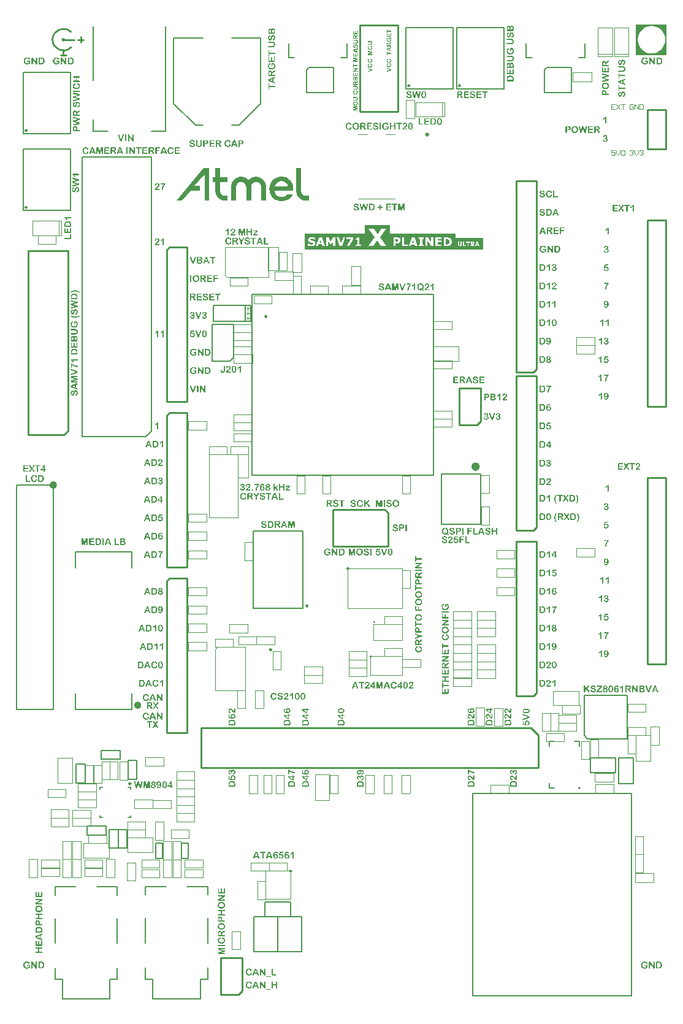
<source format=gto>
%FSLAX43Y43*%
%MOMM*%
G71*
G01*
G75*
G04 Layer_Color=65535*
%ADD10C,0.175*%
%ADD11C,0.175*%
%ADD12R,0.700X0.700*%
%ADD13R,1.600X1.300*%
%ADD14R,1.000X2.250*%
%ADD15R,2.800X1.400*%
%ADD16R,0.650X0.800*%
%ADD17R,0.800X0.650*%
%ADD18R,0.600X0.550*%
%ADD19R,1.092X1.600*%
%ADD20R,0.700X0.700*%
%ADD21R,0.950X1.000*%
%ADD22R,0.600X0.900*%
%ADD23R,0.762X0.762*%
%ADD24R,0.900X0.600*%
%ADD25R,0.762X0.762*%
%ADD26R,0.500X0.600*%
%ADD27R,1.600X1.092*%
%ADD28R,1.500X1.350*%
%ADD29R,1.350X1.500*%
%ADD30R,2.200X1.500*%
%ADD31R,1.500X2.400*%
%ADD32R,0.650X0.500*%
%ADD33R,0.550X0.600*%
%ADD34R,1.100X1.000*%
%ADD35R,1.100X0.600*%
%ADD36R,0.500X0.650*%
%ADD37R,1.200X1.200*%
%ADD38R,1.200X1.200*%
%ADD39R,0.400X1.350*%
%ADD40R,0.950X1.750*%
%ADD41R,2.500X4.600*%
%ADD42R,2.200X0.600*%
%ADD43R,0.300X1.700*%
%ADD44O,0.300X1.700*%
%ADD45O,1.700X0.300*%
%ADD46R,1.300X1.400*%
%ADD47R,0.850X0.300*%
%ADD48R,3.400X3.400*%
%ADD49R,0.500X0.230*%
%ADD50R,0.230X0.500*%
%ADD51C,0.320*%
%ADD52R,4.100X3.500*%
%ADD53R,0.600X1.100*%
%ADD54R,2.500X1.700*%
%ADD55R,0.350X0.675*%
%ADD56R,0.700X0.300*%
%ADD57R,1.400X1.600*%
%ADD58O,0.200X0.700*%
%ADD59O,0.700X0.200*%
%ADD60R,2.800X2.800*%
%ADD61R,1.300X1.600*%
%ADD62R,1.000X1.600*%
%ADD63R,3.000X2.500*%
%ADD64R,1.200X2.000*%
%ADD65R,2.000X4.900*%
%ADD66R,0.810X4.600*%
%ADD67R,0.610X4.600*%
%ADD68R,1.100X0.300*%
%ADD69R,3.100X2.300*%
%ADD70R,0.430X4.700*%
%ADD71R,0.430X2.540*%
%ADD72R,2.270X0.280*%
%ADD73R,3.200X1.270*%
%ADD74R,3.683X1.270*%
%ADD75R,0.740X2.790*%
%ADD76C,0.300*%
%ADD77C,0.180*%
%ADD78C,0.200*%
%ADD79C,0.165*%
%ADD80C,0.150*%
%ADD81C,0.185*%
%ADD82C,0.127*%
%ADD83R,0.300X0.900*%
%ADD84R,1.800X1.900*%
%ADD85C,1.700*%
%ADD86R,1.700X1.700*%
%ADD87C,3.600*%
G04:AMPARAMS|DCode=88|XSize=2.1mm|YSize=1.9mm|CornerRadius=0.494mm|HoleSize=0mm|Usage=FLASHONLY|Rotation=0.000|XOffset=0mm|YOffset=0mm|HoleType=Round|Shape=RoundedRectangle|*
%AMROUNDEDRECTD88*
21,1,2.100,0.912,0,0,0.0*
21,1,1.112,1.900,0,0,0.0*
1,1,0.988,0.556,-0.456*
1,1,0.988,-0.556,-0.456*
1,1,0.988,-0.556,0.456*
1,1,0.988,0.556,0.456*
%
%ADD88ROUNDEDRECTD88*%
G04:AMPARAMS|DCode=89|XSize=1.05mm|YSize=1.25mm|CornerRadius=0.525mm|HoleSize=0mm|Usage=FLASHONLY|Rotation=180.000|XOffset=0mm|YOffset=0mm|HoleType=Round|Shape=RoundedRectangle|*
%AMROUNDEDRECTD89*
21,1,1.050,0.200,0,0,180.0*
21,1,0.000,1.250,0,0,180.0*
1,1,1.050,0.000,0.100*
1,1,1.050,0.000,0.100*
1,1,1.050,0.000,-0.100*
1,1,1.050,0.000,-0.100*
%
%ADD89ROUNDEDRECTD89*%
%ADD90R,1.700X1.700*%
%ADD91C,1.500*%
%ADD92R,2.200X4.500*%
%ADD93R,5.000X2.200*%
%ADD94R,5.000X2.400*%
%ADD95C,1.020*%
%ADD96C,1.000*%
%ADD97C,0.550*%
%ADD98C,0.400*%
%ADD99C,0.700*%
%ADD100C,0.660*%
%ADD101C,1.016*%
%ADD102C,0.500*%
%ADD103C,1.600*%
%ADD104C,1.900*%
G04:AMPARAMS|DCode=105|XSize=2.524mm|YSize=2.524mm|CornerRadius=0mm|HoleSize=0mm|Usage=FLASHONLY|Rotation=0.000|XOffset=0mm|YOffset=0mm|HoleType=Round|Shape=Relief|Width=0.254mm|Gap=0.254mm|Entries=4|*
%AMTHD105*
7,0,0,2.524,2.016,0.254,45*
%
%ADD105THD105*%
%ADD106O,1.425X2.100*%
%ADD107O,1.250X1.450*%
%ADD108C,2.100*%
%ADD109C,3.600*%
%AMTHOVALD110*
21,1,1.700,2.824,0,0,270.0*
1,1,2.824,0.000,0.850*
1,1,2.824,0.000,-0.850*
21,0,1.700,2.316,0,0,270.0*
1,0,2.316,0.000,0.850*
1,0,2.316,0.000,-0.850*
4,0,4,-0.090,0.760,-1.088,1.759,-0.909,1.938,0.090,0.940,-0.090,0.760,0.0*
4,0,4,-0.090,-0.940,0.909,-1.938,1.088,-1.759,0.090,-0.760,-0.090,-0.940,0.0*
4,0,4,-0.090,0.940,0.909,1.938,1.088,1.759,0.090,0.760,-0.090,0.940,0.0*
4,0,4,-0.090,-0.760,-1.088,-1.759,-0.909,-1.938,0.090,-0.940,-0.090,-0.760,0.0*
%
%ADD110THOVALD110*%

%ADD111O,4.100X1.800*%
%AMTHOVALD112*
21,1,1.800,2.724,0,0,0.0*
1,1,2.724,-0.900,0.000*
1,1,2.724,0.900,0.000*
21,0,1.800,2.216,0,0,0.0*
1,0,2.216,-0.900,0.000*
1,0,2.216,0.900,0.000*
4,0,4,-0.810,-0.090,-1.773,-1.053,-1.953,-0.873,-0.990,0.090,-0.810,-0.090,0.0*
4,0,4,0.990,-0.090,1.953,0.873,1.773,1.053,0.810,0.090,0.990,-0.090,0.0*
4,0,4,-0.990,-0.090,-1.953,0.873,-1.773,1.053,-0.810,0.090,-0.990,-0.090,0.0*
4,0,4,0.810,-0.090,1.773,-1.053,1.953,-0.873,0.990,0.090,0.810,-0.090,0.0*
%
%ADD112THOVALD112*%

%ADD113C,1.620*%
%ADD114C,1.790*%
%ADD115C,0.850*%
%ADD116C,0.800*%
%ADD117C,0.930*%
%ADD118C,3.300*%
%ADD119O,1.900X3.600*%
%ADD120O,3.600X1.800*%
%ADD121C,0.950*%
%ADD122C,0.800*%
%ADD123C,1.270*%
%ADD124R,0.600X1.300*%
%ADD125R,1.300X0.600*%
%ADD126R,0.350X0.850*%
%ADD127R,1.700X0.350*%
%ADD128R,0.650X1.050*%
%ADD129C,0.280*%
%ADD130O,0.850X0.280*%
%ADD131O,0.280X0.850*%
%ADD132R,0.230X0.700*%
%ADD133R,0.700X0.230*%
%ADD134R,2.700X2.700*%
%ADD135O,1.524X0.381*%
%ADD136R,3.000X3.000*%
%ADD137R,0.800X2.000*%
%ADD138R,2.000X1.100*%
%ADD139R,0.980X3.700*%
%ADD140R,3.700X0.980*%
%ADD141R,1.400X0.600*%
%ADD142C,0.125*%
%ADD143R,1.507X0.242*%
%ADD144R,1.490X0.201*%
%ADD145R,0.312X0.829*%
%ADD146C,0.254*%
%ADD147C,0.250*%
%ADD148C,0.600*%
%ADD149C,1.000*%
%ADD150C,0.100*%
%ADD151C,0.112*%
G36*
X-86533Y-125791D02*
X-86526Y-125794D01*
X-86517Y-125797D01*
X-86507Y-125802D01*
X-86495Y-125809D01*
X-86485Y-125818D01*
X-86484Y-125819D01*
X-86481Y-125823D01*
X-86476Y-125828D01*
X-86472Y-125836D01*
X-86467Y-125846D01*
X-86462Y-125858D01*
X-86460Y-125870D01*
X-86458Y-125884D01*
Y-125885D01*
Y-125888D01*
Y-125892D01*
X-86460Y-125898D01*
X-86462Y-125911D01*
X-86467Y-125924D01*
Y-125925D01*
X-86469Y-125926D01*
X-86472Y-125932D01*
X-86479Y-125941D01*
X-86488Y-125950D01*
X-86489D01*
X-86490Y-125952D01*
X-86494Y-125954D01*
X-86498Y-125957D01*
X-86504Y-125960D01*
X-86512Y-125964D01*
X-86519Y-125968D01*
X-86530Y-125973D01*
X-86531D01*
X-86535Y-125976D01*
X-86540Y-125978D01*
X-86547Y-125981D01*
X-86564Y-125987D01*
X-86580Y-125995D01*
X-86700Y-126039D01*
Y-126423D01*
X-86578Y-126467D01*
X-86577D01*
X-86575Y-126468D01*
X-86572Y-126470D01*
X-86566Y-126471D01*
X-86555Y-126476D01*
X-86540Y-126482D01*
X-86525Y-126490D01*
X-86508Y-126498D01*
X-86494Y-126505D01*
X-86483Y-126513D01*
X-86481Y-126514D01*
X-86479Y-126517D01*
X-86475Y-126520D01*
X-86471Y-126527D01*
X-86466Y-126536D01*
X-86462Y-126546D01*
X-86460Y-126559D01*
X-86458Y-126574D01*
Y-126575D01*
Y-126580D01*
X-86460Y-126587D01*
X-86462Y-126595D01*
X-86465Y-126604D01*
X-86469Y-126616D01*
X-86475Y-126627D01*
X-86484Y-126637D01*
X-86485Y-126639D01*
X-86489Y-126641D01*
X-86494Y-126646D01*
X-86502Y-126650D01*
X-86511Y-126655D01*
X-86521Y-126660D01*
X-86532Y-126663D01*
X-86544Y-126664D01*
X-86551D01*
X-86556Y-126663D01*
X-86569Y-126661D01*
X-86584Y-126658D01*
X-86585D01*
X-86588Y-126656D01*
X-86593Y-126655D01*
X-86599Y-126653D01*
X-86607Y-126650D01*
X-86617Y-126646D01*
X-86629Y-126642D01*
X-86641Y-126637D01*
X-87254Y-126396D01*
X-87255D01*
X-87259Y-126395D01*
X-87264Y-126392D01*
X-87271Y-126390D01*
X-87280Y-126386D01*
X-87292Y-126382D01*
X-87304Y-126377D01*
X-87317Y-126372D01*
X-87318Y-126371D01*
X-87323Y-126369D01*
X-87330Y-126366D01*
X-87339Y-126362D01*
X-87359Y-126352D01*
X-87378Y-126340D01*
X-87379Y-126339D01*
X-87382Y-126338D01*
X-87387Y-126334D01*
X-87393Y-126329D01*
X-87406Y-126315D01*
X-87419Y-126297D01*
X-87420Y-126296D01*
X-87421Y-126292D01*
X-87424Y-126287D01*
X-87426Y-126279D01*
X-87429Y-126269D01*
X-87431Y-126259D01*
X-87434Y-126246D01*
Y-126232D01*
Y-126231D01*
Y-126226D01*
X-87433Y-126218D01*
Y-126208D01*
X-87427Y-126186D01*
X-87424Y-126175D01*
X-87419Y-126165D01*
X-87417Y-126164D01*
X-87416Y-126160D01*
X-87412Y-126156D01*
X-87408Y-126150D01*
X-87396Y-126136D01*
X-87379Y-126122D01*
X-87378Y-126120D01*
X-87375Y-126119D01*
X-87370Y-126115D01*
X-87364Y-126112D01*
X-87356Y-126108D01*
X-87347Y-126104D01*
X-87327Y-126095D01*
X-87326D01*
X-87322Y-126092D01*
X-87316Y-126090D01*
X-87308Y-126087D01*
X-87298Y-126082D01*
X-87285Y-126077D01*
X-87271Y-126072D01*
X-87255Y-126066D01*
X-86646Y-125819D01*
X-86645D01*
X-86644Y-125818D01*
X-86640Y-125817D01*
X-86635Y-125814D01*
X-86622Y-125811D01*
X-86607Y-125804D01*
X-86591Y-125799D01*
X-86574Y-125795D01*
X-86559Y-125791D01*
X-86545Y-125790D01*
X-86540D01*
X-86533Y-125791D01*
D02*
G37*
G36*
X-86917Y-124844D02*
X-86897D01*
X-86873Y-124847D01*
X-86847Y-124849D01*
X-86819Y-124853D01*
X-86793Y-124858D01*
X-86791D01*
X-86790Y-124859D01*
X-86786D01*
X-86781Y-124861D01*
X-86767Y-124864D01*
X-86751Y-124869D01*
X-86732Y-124876D01*
X-86710Y-124883D01*
X-86688Y-124894D01*
X-86667Y-124904D01*
X-86664Y-124905D01*
X-86658Y-124909D01*
X-86646Y-124916D01*
X-86634Y-124925D01*
X-86617Y-124937D01*
X-86601Y-124949D01*
X-86583Y-124965D01*
X-86566Y-124982D01*
X-86565Y-124984D01*
X-86561Y-124989D01*
X-86555Y-124996D01*
X-86547Y-125007D01*
X-86538Y-125019D01*
X-86530Y-125033D01*
X-86519Y-125050D01*
X-86512Y-125066D01*
X-86511Y-125069D01*
X-86508Y-125074D01*
X-86505Y-125083D01*
X-86500Y-125096D01*
X-86495Y-125109D01*
X-86492Y-125126D01*
X-86486Y-125144D01*
X-86483Y-125163D01*
Y-125165D01*
X-86481Y-125172D01*
X-86480Y-125182D01*
X-86479Y-125196D01*
X-86478Y-125214D01*
X-86476Y-125233D01*
X-86475Y-125254D01*
Y-125278D01*
Y-125527D01*
Y-125530D01*
Y-125536D01*
X-86476Y-125545D01*
X-86478Y-125557D01*
X-86481Y-125582D01*
X-86485Y-125595D01*
X-86490Y-125606D01*
X-86492Y-125607D01*
X-86493Y-125610D01*
X-86497Y-125615D01*
X-86502Y-125620D01*
X-86508Y-125626D01*
X-86514Y-125631D01*
X-86523Y-125637D01*
X-86533Y-125640D01*
X-86535D01*
X-86538Y-125642D01*
X-86545Y-125643D01*
X-86554Y-125644D01*
X-86565Y-125645D01*
X-86578Y-125647D01*
X-86592Y-125648D01*
X-87309D01*
X-87321Y-125647D01*
X-87334Y-125644D01*
X-87349Y-125642D01*
X-87364Y-125637D01*
X-87378Y-125630D01*
X-87389Y-125621D01*
X-87391Y-125620D01*
X-87393Y-125616D01*
X-87398Y-125609D01*
X-87403Y-125600D01*
X-87408Y-125587D01*
X-87414Y-125572D01*
X-87416Y-125554D01*
X-87417Y-125532D01*
Y-125283D01*
Y-125282D01*
Y-125280D01*
Y-125275D01*
Y-125267D01*
Y-125258D01*
X-87416Y-125249D01*
X-87415Y-125226D01*
X-87412Y-125200D01*
X-87410Y-125172D01*
X-87405Y-125144D01*
X-87398Y-125117D01*
Y-125116D01*
X-87397Y-125115D01*
X-87396Y-125111D01*
X-87394Y-125106D01*
X-87391Y-125092D01*
X-87383Y-125075D01*
X-87374Y-125055D01*
X-87363Y-125035D01*
X-87349Y-125012D01*
X-87331Y-124990D01*
X-87330Y-124989D01*
X-87325Y-124984D01*
X-87318Y-124976D01*
X-87307Y-124967D01*
X-87294Y-124956D01*
X-87278Y-124943D01*
X-87259Y-124930D01*
X-87236Y-124916D01*
X-87210Y-124902D01*
X-87182Y-124890D01*
X-87151Y-124877D01*
X-87116Y-124866D01*
X-87078Y-124857D01*
X-87038Y-124849D01*
X-86994Y-124844D01*
X-86947Y-124843D01*
X-86926D01*
X-86917Y-124844D01*
D02*
G37*
G36*
X-86538Y-126752D02*
X-86531Y-126753D01*
X-86522Y-126755D01*
X-86513Y-126760D01*
X-86503Y-126766D01*
X-86495Y-126773D01*
X-86494Y-126774D01*
X-86493Y-126777D01*
X-86489Y-126783D01*
X-86485Y-126790D01*
X-86481Y-126800D01*
X-86479Y-126811D01*
X-86476Y-126825D01*
X-86475Y-126841D01*
Y-127360D01*
Y-127361D01*
Y-127362D01*
Y-127370D01*
X-86476Y-127382D01*
X-86479Y-127394D01*
X-86481Y-127409D01*
X-86486Y-127423D01*
X-86493Y-127437D01*
X-86502Y-127449D01*
X-86503Y-127450D01*
X-86507Y-127453D01*
X-86514Y-127458D01*
X-86523Y-127462D01*
X-86536Y-127467D01*
X-86551Y-127472D01*
X-86570Y-127474D01*
X-86592Y-127476D01*
X-87307D01*
X-87314Y-127474D01*
X-87323D01*
X-87345Y-127470D01*
X-87356Y-127468D01*
X-87367Y-127464D01*
X-87368Y-127463D01*
X-87370Y-127462D01*
X-87375Y-127459D01*
X-87382Y-127454D01*
X-87394Y-127442D01*
X-87400Y-127435D01*
X-87405Y-127426D01*
Y-127425D01*
X-87407Y-127421D01*
X-87408Y-127416D01*
X-87411Y-127408D01*
X-87414Y-127398D01*
X-87415Y-127387D01*
X-87417Y-127374D01*
Y-127360D01*
Y-126856D01*
Y-126853D01*
Y-126848D01*
X-87416Y-126841D01*
X-87415Y-126830D01*
X-87412Y-126819D01*
X-87408Y-126807D01*
X-87403Y-126797D01*
X-87397Y-126788D01*
X-87396Y-126787D01*
X-87393Y-126785D01*
X-87389Y-126781D01*
X-87383Y-126777D01*
X-87375Y-126773D01*
X-87367Y-126769D01*
X-87355Y-126767D01*
X-87344Y-126766D01*
X-87339D01*
X-87332Y-126767D01*
X-87325Y-126768D01*
X-87316Y-126771D01*
X-87307Y-126776D01*
X-87297Y-126781D01*
X-87289Y-126788D01*
X-87288Y-126790D01*
X-87287Y-126792D01*
X-87283Y-126797D01*
X-87280Y-126805D01*
X-87276Y-126814D01*
X-87273Y-126825D01*
X-87271Y-126839D01*
X-87270Y-126856D01*
Y-127285D01*
X-87039D01*
Y-126890D01*
Y-126887D01*
Y-126882D01*
X-87038Y-126875D01*
X-87036Y-126865D01*
X-87034Y-126854D01*
X-87030Y-126843D01*
X-87025Y-126833D01*
X-87019Y-126824D01*
X-87017Y-126823D01*
X-87015Y-126820D01*
X-87011Y-126818D01*
X-87005Y-126813D01*
X-86998Y-126809D01*
X-86989Y-126806D01*
X-86979Y-126804D01*
X-86968Y-126802D01*
X-86963D01*
X-86956Y-126804D01*
X-86949Y-126805D01*
X-86940Y-126807D01*
X-86931Y-126811D01*
X-86922Y-126816D01*
X-86914Y-126824D01*
X-86913Y-126825D01*
X-86912Y-126828D01*
X-86908Y-126833D01*
X-86906Y-126841D01*
X-86902Y-126849D01*
X-86898Y-126861D01*
X-86897Y-126875D01*
X-86895Y-126890D01*
Y-127285D01*
X-86626D01*
Y-126841D01*
Y-126838D01*
Y-126833D01*
X-86625Y-126825D01*
X-86624Y-126815D01*
X-86621Y-126805D01*
X-86617Y-126794D01*
X-86612Y-126782D01*
X-86605Y-126773D01*
X-86603Y-126772D01*
X-86601Y-126769D01*
X-86597Y-126766D01*
X-86591Y-126762D01*
X-86583Y-126758D01*
X-86573Y-126754D01*
X-86563Y-126752D01*
X-86550Y-126750D01*
X-86545D01*
X-86538Y-126752D01*
D02*
G37*
G36*
X-71718Y-104774D02*
X-71706Y-104775D01*
X-71692Y-104778D01*
X-71678Y-104781D01*
X-71664Y-104786D01*
X-71652Y-104794D01*
X-71651Y-104795D01*
X-71647Y-104798D01*
X-71642Y-104804D01*
X-71636Y-104813D01*
X-71629Y-104824D01*
X-71624Y-104838D01*
X-71621Y-104855D01*
X-71619Y-104876D01*
Y-105610D01*
Y-105613D01*
Y-105619D01*
X-71621Y-105629D01*
X-71622Y-105640D01*
X-71626Y-105653D01*
X-71629Y-105666D01*
X-71636Y-105679D01*
X-71643Y-105690D01*
X-71644Y-105691D01*
X-71647Y-105694D01*
X-71653Y-105699D01*
X-71659Y-105702D01*
X-71669Y-105707D01*
X-71679Y-105713D01*
X-71693Y-105715D01*
X-71707Y-105716D01*
X-71713D01*
X-71719Y-105715D01*
X-71728Y-105713D01*
X-71738Y-105710D01*
X-71748Y-105705D01*
X-71758Y-105699D01*
X-71768Y-105690D01*
X-71769Y-105689D01*
X-71772Y-105685D01*
X-71776Y-105679D01*
X-71779Y-105670D01*
X-71784Y-105659D01*
X-71788Y-105645D01*
X-71791Y-105629D01*
X-71792Y-105610D01*
Y-104969D01*
X-71940Y-105561D01*
Y-105564D01*
X-71943Y-105570D01*
X-71945Y-105581D01*
X-71949Y-105594D01*
X-71953Y-105608D01*
X-71957Y-105621D01*
X-71962Y-105635D01*
X-71965Y-105646D01*
Y-105648D01*
X-71967Y-105651D01*
X-71969Y-105656D01*
X-71973Y-105663D01*
X-71978Y-105670D01*
X-71983Y-105678D01*
X-71990Y-105686D01*
X-71999Y-105695D01*
X-72000Y-105696D01*
X-72003Y-105699D01*
X-72009Y-105701D01*
X-72017Y-105705D01*
X-72027Y-105710D01*
X-72038Y-105713D01*
X-72052Y-105715D01*
X-72067Y-105716D01*
X-72072D01*
X-72078Y-105715D01*
X-72085D01*
X-72104Y-105710D01*
X-72114Y-105707D01*
X-72123Y-105702D01*
X-72124Y-105701D01*
X-72127Y-105700D01*
X-72130Y-105698D01*
X-72135Y-105692D01*
X-72147Y-105681D01*
X-72158Y-105666D01*
Y-105665D01*
X-72160Y-105663D01*
X-72162Y-105658D01*
X-72165Y-105651D01*
X-72172Y-105636D01*
X-72178Y-105618D01*
Y-105616D01*
X-72179Y-105613D01*
X-72180Y-105608D01*
X-72183Y-105600D01*
X-72185Y-105591D01*
X-72188Y-105583D01*
X-72193Y-105561D01*
X-72340Y-104969D01*
Y-105610D01*
Y-105613D01*
Y-105619D01*
X-72342Y-105629D01*
X-72343Y-105640D01*
X-72347Y-105653D01*
X-72350Y-105666D01*
X-72357Y-105679D01*
X-72364Y-105690D01*
X-72365Y-105691D01*
X-72368Y-105694D01*
X-72374Y-105699D01*
X-72380Y-105702D01*
X-72390Y-105707D01*
X-72400Y-105713D01*
X-72414Y-105715D01*
X-72428Y-105716D01*
X-72434D01*
X-72440Y-105715D01*
X-72449Y-105713D01*
X-72459Y-105710D01*
X-72469Y-105705D01*
X-72479Y-105699D01*
X-72489Y-105690D01*
X-72490Y-105689D01*
X-72493Y-105685D01*
X-72497Y-105679D01*
X-72500Y-105670D01*
X-72505Y-105659D01*
X-72509Y-105645D01*
X-72512Y-105629D01*
X-72513Y-105610D01*
Y-104876D01*
Y-104875D01*
Y-104874D01*
Y-104866D01*
X-72512Y-104856D01*
X-72509Y-104843D01*
X-72505Y-104829D01*
X-72499Y-104815D01*
X-72492Y-104804D01*
X-72482Y-104794D01*
X-72480Y-104793D01*
X-72475Y-104790D01*
X-72469Y-104788D01*
X-72459Y-104783D01*
X-72447Y-104779D01*
X-72433Y-104776D01*
X-72415Y-104774D01*
X-72397Y-104773D01*
X-72320D01*
X-72309Y-104774D01*
X-72284Y-104776D01*
X-72273Y-104779D01*
X-72263Y-104783D01*
X-72262D01*
X-72259Y-104785D01*
X-72254Y-104788D01*
X-72249Y-104790D01*
X-72244Y-104795D01*
X-72238Y-104801D01*
X-72233Y-104809D01*
X-72228Y-104818D01*
Y-104819D01*
X-72225Y-104823D01*
X-72223Y-104828D01*
X-72220Y-104836D01*
X-72215Y-104848D01*
X-72212Y-104861D01*
X-72207Y-104878D01*
X-72202Y-104898D01*
X-72067Y-105405D01*
X-71932Y-104898D01*
Y-104896D01*
X-71930Y-104895D01*
X-71929Y-104889D01*
X-71927Y-104879D01*
X-71923Y-104866D01*
X-71915Y-104840D01*
X-71910Y-104828D01*
X-71907Y-104818D01*
Y-104816D01*
X-71904Y-104814D01*
X-71902Y-104809D01*
X-71898Y-104804D01*
X-71887Y-104793D01*
X-71879Y-104786D01*
X-71872Y-104783D01*
X-71870D01*
X-71867Y-104781D01*
X-71862Y-104779D01*
X-71853Y-104778D01*
X-71843Y-104775D01*
X-71829Y-104774D01*
X-71814Y-104773D01*
X-71728D01*
X-71718Y-104774D01*
D02*
G37*
G36*
X-86554Y-127683D02*
X-86541Y-127685D01*
X-86527Y-127688D01*
X-86513Y-127693D01*
X-86499Y-127700D01*
X-86486Y-127709D01*
X-86485Y-127710D01*
X-86483Y-127714D01*
X-86478Y-127719D01*
X-86472Y-127728D01*
X-86467Y-127737D01*
X-86462Y-127750D01*
X-86460Y-127763D01*
X-86458Y-127778D01*
Y-127779D01*
Y-127785D01*
X-86460Y-127793D01*
X-86462Y-127802D01*
X-86466Y-127813D01*
X-86471Y-127825D01*
X-86478Y-127836D01*
X-86488Y-127846D01*
X-86489Y-127848D01*
X-86493Y-127850D01*
X-86500Y-127854D01*
X-86509Y-127859D01*
X-86522Y-127864D01*
X-86536Y-127868D01*
X-86554Y-127870D01*
X-86574Y-127872D01*
X-86893D01*
Y-128285D01*
X-86564D01*
X-86554Y-128286D01*
X-86541Y-128288D01*
X-86527Y-128291D01*
X-86513Y-128296D01*
X-86499Y-128304D01*
X-86486Y-128312D01*
X-86485Y-128314D01*
X-86483Y-128318D01*
X-86478Y-128323D01*
X-86472Y-128331D01*
X-86467Y-128340D01*
X-86462Y-128353D01*
X-86460Y-128366D01*
X-86458Y-128381D01*
Y-128382D01*
Y-128389D01*
X-86460Y-128396D01*
X-86462Y-128405D01*
X-86466Y-128417D01*
X-86471Y-128428D01*
X-86478Y-128439D01*
X-86488Y-128450D01*
X-86489Y-128451D01*
X-86493Y-128453D01*
X-86500Y-128457D01*
X-86509Y-128462D01*
X-86522Y-128467D01*
X-86536Y-128471D01*
X-86554Y-128474D01*
X-86574Y-128475D01*
X-87327D01*
X-87337Y-128474D01*
X-87350Y-128472D01*
X-87364Y-128469D01*
X-87379Y-128465D01*
X-87392Y-128458D01*
X-87405Y-128451D01*
X-87406Y-128450D01*
X-87410Y-128446D01*
X-87414Y-128441D01*
X-87420Y-128433D01*
X-87425Y-128423D01*
X-87429Y-128410D01*
X-87433Y-128396D01*
X-87434Y-128381D01*
Y-128378D01*
Y-128373D01*
X-87433Y-128366D01*
X-87430Y-128356D01*
X-87426Y-128345D01*
X-87421Y-128333D01*
X-87415Y-128321D01*
X-87405Y-128311D01*
X-87403Y-128310D01*
X-87400Y-128307D01*
X-87392Y-128302D01*
X-87383Y-128297D01*
X-87370Y-128293D01*
X-87355Y-128288D01*
X-87337Y-128286D01*
X-87317Y-128285D01*
X-87048D01*
Y-127872D01*
X-87327D01*
X-87337Y-127870D01*
X-87350Y-127868D01*
X-87364Y-127865D01*
X-87379Y-127862D01*
X-87392Y-127855D01*
X-87405Y-127846D01*
X-87406Y-127845D01*
X-87410Y-127841D01*
X-87414Y-127836D01*
X-87420Y-127829D01*
X-87425Y-127818D01*
X-87429Y-127807D01*
X-87433Y-127793D01*
X-87434Y-127778D01*
Y-127775D01*
Y-127770D01*
X-87433Y-127763D01*
X-87430Y-127752D01*
X-87426Y-127742D01*
X-87421Y-127730D01*
X-87415Y-127718D01*
X-87405Y-127708D01*
X-87403Y-127707D01*
X-87400Y-127704D01*
X-87392Y-127699D01*
X-87383Y-127694D01*
X-87370Y-127690D01*
X-87355Y-127685D01*
X-87337Y-127683D01*
X-87317Y-127681D01*
X-86564D01*
X-86554Y-127683D01*
D02*
G37*
G36*
X-87110Y-123956D02*
X-87099Y-123958D01*
X-87085Y-123960D01*
X-87069Y-123963D01*
X-87053Y-123966D01*
X-87035Y-123970D01*
X-87017Y-123977D01*
X-87000Y-123984D01*
X-86980Y-123992D01*
X-86963Y-124003D01*
X-86946Y-124015D01*
X-86931Y-124029D01*
X-86916Y-124044D01*
X-86914Y-124045D01*
X-86913Y-124048D01*
X-86909Y-124053D01*
X-86904Y-124060D01*
X-86899Y-124069D01*
X-86893Y-124081D01*
X-86885Y-124095D01*
X-86879Y-124110D01*
X-86873Y-124128D01*
X-86865Y-124148D01*
X-86859Y-124170D01*
X-86853Y-124193D01*
X-86848Y-124219D01*
X-86846Y-124246D01*
X-86843Y-124276D01*
X-86842Y-124308D01*
Y-124483D01*
X-86565D01*
X-86555Y-124485D01*
X-86542Y-124487D01*
X-86528Y-124490D01*
X-86513Y-124495D01*
X-86500Y-124502D01*
X-86488Y-124511D01*
X-86486Y-124513D01*
X-86483Y-124516D01*
X-86479Y-124521D01*
X-86474Y-124529D01*
X-86467Y-124539D01*
X-86464Y-124551D01*
X-86460Y-124565D01*
X-86458Y-124579D01*
Y-124580D01*
Y-124586D01*
X-86460Y-124594D01*
X-86462Y-124604D01*
X-86466Y-124614D01*
X-86471Y-124627D01*
X-86478Y-124638D01*
X-86488Y-124648D01*
X-86489Y-124650D01*
X-86493Y-124652D01*
X-86500Y-124656D01*
X-86509Y-124661D01*
X-86521Y-124666D01*
X-86536Y-124670D01*
X-86554Y-124673D01*
X-86573Y-124674D01*
X-87309D01*
X-87321Y-124673D01*
X-87335Y-124670D01*
X-87349Y-124668D01*
X-87364Y-124662D01*
X-87378Y-124655D01*
X-87389Y-124646D01*
X-87391Y-124645D01*
X-87393Y-124641D01*
X-87398Y-124633D01*
X-87403Y-124623D01*
X-87408Y-124610D01*
X-87414Y-124594D01*
X-87416Y-124575D01*
X-87417Y-124553D01*
Y-124308D01*
Y-124307D01*
Y-124303D01*
Y-124298D01*
Y-124290D01*
Y-124281D01*
X-87416Y-124271D01*
X-87415Y-124247D01*
X-87414Y-124219D01*
X-87410Y-124191D01*
X-87406Y-124165D01*
X-87400Y-124140D01*
Y-124139D01*
X-87398Y-124138D01*
X-87397Y-124130D01*
X-87393Y-124120D01*
X-87387Y-124106D01*
X-87381Y-124091D01*
X-87370Y-124074D01*
X-87359Y-124058D01*
X-87346Y-124041D01*
X-87345Y-124040D01*
X-87340Y-124035D01*
X-87332Y-124027D01*
X-87321Y-124017D01*
X-87308Y-124007D01*
X-87292Y-123997D01*
X-87274Y-123987D01*
X-87255Y-123978D01*
X-87252Y-123977D01*
X-87246Y-123974D01*
X-87234Y-123970D01*
X-87219Y-123966D01*
X-87201Y-123963D01*
X-87181Y-123959D01*
X-87158Y-123956D01*
X-87134Y-123955D01*
X-87120D01*
X-87110Y-123956D01*
D02*
G37*
G36*
X-86538Y-120027D02*
X-86531Y-120028D01*
X-86522Y-120031D01*
X-86513Y-120036D01*
X-86503Y-120041D01*
X-86495Y-120049D01*
X-86494Y-120050D01*
X-86493Y-120052D01*
X-86489Y-120059D01*
X-86485Y-120065D01*
X-86481Y-120075D01*
X-86479Y-120087D01*
X-86476Y-120101D01*
X-86475Y-120116D01*
Y-120635D01*
Y-120637D01*
Y-120638D01*
Y-120645D01*
X-86476Y-120657D01*
X-86479Y-120670D01*
X-86481Y-120685D01*
X-86486Y-120699D01*
X-86493Y-120713D01*
X-86502Y-120724D01*
X-86503Y-120725D01*
X-86507Y-120728D01*
X-86514Y-120733D01*
X-86523Y-120737D01*
X-86536Y-120742D01*
X-86551Y-120747D01*
X-86570Y-120750D01*
X-86592Y-120751D01*
X-87307D01*
X-87314Y-120750D01*
X-87323D01*
X-87345Y-120746D01*
X-87356Y-120743D01*
X-87367Y-120739D01*
X-87368Y-120738D01*
X-87370Y-120737D01*
X-87375Y-120734D01*
X-87382Y-120729D01*
X-87394Y-120718D01*
X-87400Y-120710D01*
X-87405Y-120701D01*
Y-120700D01*
X-87407Y-120696D01*
X-87408Y-120691D01*
X-87411Y-120684D01*
X-87414Y-120673D01*
X-87415Y-120662D01*
X-87417Y-120649D01*
Y-120635D01*
Y-120131D01*
Y-120129D01*
Y-120123D01*
X-87416Y-120116D01*
X-87415Y-120106D01*
X-87412Y-120094D01*
X-87408Y-120083D01*
X-87403Y-120073D01*
X-87397Y-120064D01*
X-87396Y-120063D01*
X-87393Y-120060D01*
X-87389Y-120056D01*
X-87383Y-120052D01*
X-87375Y-120049D01*
X-87367Y-120045D01*
X-87355Y-120042D01*
X-87344Y-120041D01*
X-87339D01*
X-87332Y-120042D01*
X-87325Y-120043D01*
X-87316Y-120046D01*
X-87307Y-120051D01*
X-87297Y-120056D01*
X-87289Y-120064D01*
X-87288Y-120065D01*
X-87287Y-120068D01*
X-87283Y-120073D01*
X-87280Y-120080D01*
X-87276Y-120089D01*
X-87273Y-120101D01*
X-87271Y-120115D01*
X-87270Y-120131D01*
Y-120560D01*
X-87039D01*
Y-120165D01*
Y-120163D01*
Y-120158D01*
X-87038Y-120150D01*
X-87036Y-120140D01*
X-87034Y-120130D01*
X-87030Y-120118D01*
X-87025Y-120108D01*
X-87019Y-120099D01*
X-87017Y-120098D01*
X-87015Y-120096D01*
X-87011Y-120093D01*
X-87005Y-120088D01*
X-86998Y-120084D01*
X-86989Y-120082D01*
X-86979Y-120079D01*
X-86968Y-120078D01*
X-86963D01*
X-86956Y-120079D01*
X-86949Y-120080D01*
X-86940Y-120083D01*
X-86931Y-120087D01*
X-86922Y-120092D01*
X-86914Y-120099D01*
X-86913Y-120101D01*
X-86912Y-120103D01*
X-86908Y-120108D01*
X-86906Y-120116D01*
X-86902Y-120125D01*
X-86898Y-120136D01*
X-86897Y-120150D01*
X-86895Y-120165D01*
Y-120560D01*
X-86626D01*
Y-120116D01*
Y-120113D01*
Y-120108D01*
X-86625Y-120101D01*
X-86624Y-120090D01*
X-86621Y-120080D01*
X-86617Y-120069D01*
X-86612Y-120057D01*
X-86605Y-120049D01*
X-86603Y-120047D01*
X-86601Y-120045D01*
X-86597Y-120041D01*
X-86591Y-120037D01*
X-86583Y-120033D01*
X-86573Y-120030D01*
X-86563Y-120027D01*
X-86550Y-120026D01*
X-86545D01*
X-86538Y-120027D01*
D02*
G37*
G36*
X-61347Y-127743D02*
X-61336Y-127744D01*
X-61323Y-127748D01*
X-61309Y-127752D01*
X-61297Y-127758D01*
X-61285Y-127766D01*
X-61284Y-127767D01*
X-61281Y-127770D01*
X-61276Y-127776D01*
X-61272Y-127783D01*
X-61267Y-127793D01*
X-61262Y-127803D01*
X-61260Y-127817D01*
X-61258Y-127831D01*
Y-127832D01*
Y-127837D01*
X-61260Y-127844D01*
X-61262Y-127852D01*
X-61265Y-127863D01*
X-61270Y-127873D01*
X-61276Y-127883D01*
X-61285Y-127893D01*
X-61286Y-127894D01*
X-61290Y-127897D01*
X-61297Y-127901D01*
X-61305Y-127905D01*
X-61317Y-127910D01*
X-61331Y-127913D01*
X-61347Y-127916D01*
X-61366Y-127917D01*
X-62018D01*
X-61416Y-128068D01*
X-61413D01*
X-61407Y-128071D01*
X-61396Y-128073D01*
X-61383Y-128077D01*
X-61369Y-128081D01*
X-61355Y-128085D01*
X-61341Y-128090D01*
X-61330Y-128094D01*
X-61328D01*
X-61325Y-128095D01*
X-61319Y-128098D01*
X-61313Y-128101D01*
X-61305Y-128106D01*
X-61298Y-128112D01*
X-61289Y-128119D01*
X-61280Y-128128D01*
X-61279Y-128129D01*
X-61276Y-128132D01*
X-61274Y-128138D01*
X-61270Y-128146D01*
X-61265Y-128156D01*
X-61262Y-128167D01*
X-61260Y-128181D01*
X-61258Y-128197D01*
Y-128198D01*
Y-128202D01*
X-61260Y-128208D01*
Y-128216D01*
X-61265Y-128235D01*
X-61267Y-128245D01*
X-61272Y-128254D01*
X-61274Y-128255D01*
X-61275Y-128258D01*
X-61278Y-128261D01*
X-61283Y-128266D01*
X-61294Y-128278D01*
X-61309Y-128289D01*
X-61311D01*
X-61313Y-128292D01*
X-61318Y-128293D01*
X-61325Y-128297D01*
X-61340Y-128303D01*
X-61359Y-128310D01*
X-61360D01*
X-61364Y-128311D01*
X-61369Y-128312D01*
X-61377Y-128315D01*
X-61385Y-128317D01*
X-61394Y-128320D01*
X-61416Y-128325D01*
X-62018Y-128475D01*
X-61358D01*
X-61347Y-128476D01*
X-61336Y-128477D01*
X-61323Y-128481D01*
X-61309Y-128485D01*
X-61297Y-128491D01*
X-61285Y-128499D01*
X-61284Y-128500D01*
X-61281Y-128503D01*
X-61276Y-128509D01*
X-61272Y-128515D01*
X-61267Y-128526D01*
X-61262Y-128536D01*
X-61260Y-128550D01*
X-61258Y-128564D01*
Y-128565D01*
Y-128570D01*
X-61260Y-128576D01*
X-61262Y-128585D01*
X-61265Y-128595D01*
X-61270Y-128606D01*
X-61276Y-128616D01*
X-61285Y-128626D01*
X-61286Y-128627D01*
X-61290Y-128630D01*
X-61297Y-128633D01*
X-61305Y-128637D01*
X-61317Y-128642D01*
X-61331Y-128646D01*
X-61347Y-128649D01*
X-61366Y-128650D01*
X-62122D01*
X-62132Y-128649D01*
X-62146Y-128646D01*
X-62160Y-128642D01*
X-62174Y-128636D01*
X-62186Y-128628D01*
X-62196Y-128618D01*
X-62197Y-128617D01*
X-62200Y-128612D01*
X-62202Y-128606D01*
X-62207Y-128595D01*
X-62211Y-128583D01*
X-62214Y-128569D01*
X-62216Y-128551D01*
X-62217Y-128532D01*
Y-128472D01*
Y-128470D01*
Y-128463D01*
Y-128454D01*
X-62216Y-128443D01*
X-62214Y-128418D01*
X-62211Y-128406D01*
X-62207Y-128396D01*
Y-128395D01*
X-62205Y-128392D01*
X-62202Y-128387D01*
X-62200Y-128382D01*
X-62194Y-128377D01*
X-62188Y-128371D01*
X-62181Y-128366D01*
X-62172Y-128360D01*
X-62170D01*
X-62167Y-128358D01*
X-62161Y-128355D01*
X-62153Y-128353D01*
X-62141Y-128348D01*
X-62127Y-128344D01*
X-62111Y-128339D01*
X-62090Y-128334D01*
X-61575Y-128197D01*
X-62090Y-128059D01*
X-62092D01*
X-62093Y-128058D01*
X-62099Y-128057D01*
X-62109Y-128054D01*
X-62122Y-128051D01*
X-62149Y-128043D01*
X-62161Y-128038D01*
X-62172Y-128034D01*
X-62173D01*
X-62175Y-128032D01*
X-62181Y-128029D01*
X-62186Y-128025D01*
X-62197Y-128014D01*
X-62203Y-128006D01*
X-62207Y-127998D01*
Y-127997D01*
X-62208Y-127993D01*
X-62211Y-127988D01*
X-62212Y-127979D01*
X-62215Y-127969D01*
X-62216Y-127955D01*
X-62217Y-127940D01*
Y-127921D01*
Y-127861D01*
Y-127860D01*
Y-127859D01*
Y-127852D01*
X-62216Y-127842D01*
X-62215Y-127830D01*
X-62212Y-127816D01*
X-62208Y-127802D01*
X-62203Y-127788D01*
X-62196Y-127775D01*
X-62194Y-127774D01*
X-62192Y-127770D01*
X-62186Y-127765D01*
X-62177Y-127758D01*
X-62165Y-127752D01*
X-62151Y-127747D01*
X-62134Y-127743D01*
X-62112Y-127742D01*
X-61358D01*
X-61347Y-127743D01*
D02*
G37*
G36*
X-86570Y-120962D02*
X-86563D01*
X-86554Y-120963D01*
X-86542Y-120965D01*
X-86521Y-120973D01*
X-86508Y-120978D01*
X-86498Y-120986D01*
X-86488Y-120993D01*
X-86478Y-121004D01*
X-86470Y-121015D01*
X-86464Y-121029D01*
X-86460Y-121046D01*
X-86458Y-121063D01*
Y-121065D01*
Y-121067D01*
Y-121072D01*
X-86460Y-121079D01*
X-86462Y-121094D01*
X-86466Y-121110D01*
Y-121112D01*
X-86467Y-121114D01*
X-86470Y-121118D01*
X-86472Y-121123D01*
X-86479Y-121134D01*
X-86489Y-121148D01*
X-86490Y-121150D01*
X-86492Y-121151D01*
X-86499Y-121160D01*
X-86511Y-121170D01*
X-86526Y-121183D01*
X-86527Y-121184D01*
X-86530Y-121185D01*
X-86533Y-121188D01*
X-86540Y-121192D01*
X-86554Y-121202D01*
X-86570Y-121213D01*
X-87120Y-121570D01*
X-86559D01*
X-86549Y-121571D01*
X-86537Y-121573D01*
X-86523Y-121576D01*
X-86509Y-121580D01*
X-86497Y-121587D01*
X-86485Y-121595D01*
X-86484Y-121597D01*
X-86481Y-121600D01*
X-86476Y-121606D01*
X-86472Y-121613D01*
X-86467Y-121622D01*
X-86462Y-121634D01*
X-86460Y-121646D01*
X-86458Y-121660D01*
Y-121661D01*
Y-121667D01*
X-86460Y-121674D01*
X-86462Y-121683D01*
X-86465Y-121693D01*
X-86470Y-121705D01*
X-86478Y-121715D01*
X-86486Y-121725D01*
X-86488Y-121726D01*
X-86492Y-121729D01*
X-86498Y-121733D01*
X-86507Y-121736D01*
X-86518Y-121741D01*
X-86532Y-121745D01*
X-86549Y-121748D01*
X-86568Y-121749D01*
X-87312D01*
X-87322Y-121748D01*
X-87345Y-121745D01*
X-87358Y-121743D01*
X-87368Y-121739D01*
X-87369D01*
X-87373Y-121736D01*
X-87378Y-121734D01*
X-87384Y-121730D01*
X-87392Y-121724D01*
X-87400Y-121717D01*
X-87407Y-121710D01*
X-87415Y-121700D01*
X-87416Y-121698D01*
X-87417Y-121694D01*
X-87421Y-121688D01*
X-87425Y-121680D01*
X-87427Y-121672D01*
X-87431Y-121661D01*
X-87433Y-121650D01*
X-87434Y-121637D01*
Y-121636D01*
Y-121634D01*
Y-121628D01*
X-87433Y-121622D01*
X-87430Y-121608D01*
X-87425Y-121594D01*
Y-121593D01*
X-87424Y-121590D01*
X-87419Y-121583D01*
X-87411Y-121573D01*
X-87402Y-121561D01*
Y-121560D01*
X-87400Y-121559D01*
X-87392Y-121552D01*
X-87381Y-121543D01*
X-87365Y-121533D01*
X-87364Y-121532D01*
X-87361Y-121531D01*
X-87358Y-121528D01*
X-87351Y-121524D01*
X-87336Y-121514D01*
X-87318Y-121503D01*
X-86763Y-121136D01*
X-87332D01*
X-87342Y-121134D01*
X-87354Y-121133D01*
X-87368Y-121131D01*
X-87382Y-121126D01*
X-87394Y-121120D01*
X-87406Y-121113D01*
X-87407Y-121112D01*
X-87410Y-121109D01*
X-87415Y-121104D01*
X-87420Y-121096D01*
X-87425Y-121087D01*
X-87430Y-121076D01*
X-87433Y-121063D01*
X-87434Y-121049D01*
Y-121048D01*
Y-121043D01*
X-87433Y-121035D01*
X-87430Y-121026D01*
X-87427Y-121015D01*
X-87422Y-121005D01*
X-87415Y-120995D01*
X-87406Y-120985D01*
X-87405Y-120983D01*
X-87401Y-120981D01*
X-87394Y-120977D01*
X-87386Y-120972D01*
X-87373Y-120968D01*
X-87359Y-120964D01*
X-87342Y-120962D01*
X-87323Y-120960D01*
X-86577D01*
X-86570Y-120962D01*
D02*
G37*
G36*
X-86554Y-123001D02*
X-86541Y-123004D01*
X-86527Y-123006D01*
X-86513Y-123011D01*
X-86499Y-123019D01*
X-86486Y-123028D01*
X-86485Y-123029D01*
X-86483Y-123033D01*
X-86478Y-123038D01*
X-86472Y-123047D01*
X-86467Y-123056D01*
X-86462Y-123069D01*
X-86460Y-123081D01*
X-86458Y-123097D01*
Y-123098D01*
Y-123104D01*
X-86460Y-123112D01*
X-86462Y-123121D01*
X-86466Y-123132D01*
X-86471Y-123144D01*
X-86478Y-123155D01*
X-86488Y-123165D01*
X-86489Y-123166D01*
X-86493Y-123169D01*
X-86500Y-123173D01*
X-86509Y-123178D01*
X-86522Y-123183D01*
X-86536Y-123187D01*
X-86554Y-123189D01*
X-86574Y-123191D01*
X-86893D01*
Y-123603D01*
X-86564D01*
X-86554Y-123605D01*
X-86541Y-123607D01*
X-86527Y-123610D01*
X-86513Y-123615D01*
X-86499Y-123622D01*
X-86486Y-123631D01*
X-86485Y-123632D01*
X-86483Y-123636D01*
X-86478Y-123641D01*
X-86472Y-123650D01*
X-86467Y-123659D01*
X-86462Y-123672D01*
X-86460Y-123685D01*
X-86458Y-123700D01*
Y-123701D01*
Y-123707D01*
X-86460Y-123715D01*
X-86462Y-123724D01*
X-86466Y-123735D01*
X-86471Y-123747D01*
X-86478Y-123758D01*
X-86488Y-123768D01*
X-86489Y-123770D01*
X-86493Y-123772D01*
X-86500Y-123776D01*
X-86509Y-123781D01*
X-86522Y-123786D01*
X-86536Y-123790D01*
X-86554Y-123793D01*
X-86574Y-123794D01*
X-87327D01*
X-87337Y-123793D01*
X-87350Y-123791D01*
X-87364Y-123787D01*
X-87379Y-123784D01*
X-87392Y-123777D01*
X-87405Y-123770D01*
X-87406Y-123768D01*
X-87410Y-123765D01*
X-87414Y-123759D01*
X-87420Y-123752D01*
X-87425Y-123742D01*
X-87429Y-123729D01*
X-87433Y-123715D01*
X-87434Y-123700D01*
Y-123697D01*
Y-123692D01*
X-87433Y-123685D01*
X-87430Y-123674D01*
X-87426Y-123664D01*
X-87421Y-123652D01*
X-87415Y-123640D01*
X-87405Y-123630D01*
X-87403Y-123629D01*
X-87400Y-123626D01*
X-87392Y-123621D01*
X-87383Y-123616D01*
X-87370Y-123612D01*
X-87355Y-123607D01*
X-87337Y-123605D01*
X-87317Y-123603D01*
X-87048D01*
Y-123191D01*
X-87327D01*
X-87337Y-123189D01*
X-87350Y-123187D01*
X-87364Y-123184D01*
X-87379Y-123180D01*
X-87392Y-123174D01*
X-87405Y-123165D01*
X-87406Y-123164D01*
X-87410Y-123160D01*
X-87414Y-123155D01*
X-87420Y-123147D01*
X-87425Y-123137D01*
X-87429Y-123126D01*
X-87433Y-123112D01*
X-87434Y-123097D01*
Y-123094D01*
Y-123089D01*
X-87433Y-123081D01*
X-87430Y-123071D01*
X-87426Y-123061D01*
X-87421Y-123048D01*
X-87415Y-123037D01*
X-87405Y-123027D01*
X-87403Y-123025D01*
X-87400Y-123023D01*
X-87392Y-123018D01*
X-87383Y-123013D01*
X-87370Y-123009D01*
X-87355Y-123004D01*
X-87337Y-123001D01*
X-87317Y-123000D01*
X-86564D01*
X-86554Y-123001D01*
D02*
G37*
G36*
X-86920Y-121917D02*
X-86908D01*
X-86895Y-121918D01*
X-86881Y-121919D01*
X-86850Y-121923D01*
X-86817Y-121928D01*
X-86782Y-121936D01*
X-86748Y-121946D01*
X-86747D01*
X-86744Y-121947D01*
X-86739Y-121948D01*
X-86733Y-121951D01*
X-86725Y-121955D01*
X-86716Y-121959D01*
X-86696Y-121968D01*
X-86671Y-121980D01*
X-86645Y-121995D01*
X-86619Y-122013D01*
X-86593Y-122035D01*
X-86592Y-122036D01*
X-86591Y-122037D01*
X-86587Y-122041D01*
X-86582Y-122045D01*
X-86570Y-122058D01*
X-86556Y-122074D01*
X-86540Y-122096D01*
X-86523Y-122120D01*
X-86507Y-122149D01*
X-86493Y-122180D01*
Y-122181D01*
X-86492Y-122183D01*
X-86490Y-122188D01*
X-86488Y-122195D01*
X-86485Y-122202D01*
X-86481Y-122213D01*
X-86479Y-122224D01*
X-86476Y-122237D01*
X-86472Y-122251D01*
X-86470Y-122266D01*
X-86464Y-122299D01*
X-86460Y-122336D01*
X-86458Y-122376D01*
Y-122378D01*
Y-122382D01*
Y-122387D01*
Y-122396D01*
X-86460Y-122404D01*
X-86461Y-122416D01*
Y-122429D01*
X-86464Y-122442D01*
X-86467Y-122473D01*
X-86474Y-122506D01*
X-86483Y-122540D01*
X-86494Y-122575D01*
Y-122576D01*
X-86495Y-122578D01*
X-86498Y-122583D01*
X-86500Y-122589D01*
X-86504Y-122596D01*
X-86509Y-122605D01*
X-86519Y-122625D01*
X-86535Y-122648D01*
X-86551Y-122672D01*
X-86572Y-122697D01*
X-86594Y-122719D01*
X-86596D01*
X-86597Y-122722D01*
X-86601Y-122724D01*
X-86606Y-122730D01*
X-86612Y-122733D01*
X-86620Y-122740D01*
X-86639Y-122752D01*
X-86660Y-122766D01*
X-86687Y-122782D01*
X-86718Y-122796D01*
X-86751Y-122808D01*
X-86752D01*
X-86754Y-122810D01*
X-86759Y-122811D01*
X-86767Y-122813D01*
X-86775Y-122815D01*
X-86785Y-122817D01*
X-86796Y-122820D01*
X-86810Y-122822D01*
X-86839Y-122829D01*
X-86873Y-122832D01*
X-86909Y-122836D01*
X-86949Y-122837D01*
X-86966D01*
X-86977Y-122836D01*
X-86988D01*
X-87001Y-122835D01*
X-87013Y-122834D01*
X-87044Y-122830D01*
X-87078Y-122825D01*
X-87113Y-122817D01*
X-87147Y-122807D01*
X-87148D01*
X-87151Y-122806D01*
X-87156Y-122803D01*
X-87162Y-122801D01*
X-87170Y-122798D01*
X-87179Y-122794D01*
X-87200Y-122784D01*
X-87224Y-122771D01*
X-87251Y-122755D01*
X-87276Y-122737D01*
X-87302Y-122717D01*
X-87303Y-122716D01*
X-87304Y-122714D01*
X-87308Y-122710D01*
X-87312Y-122707D01*
X-87323Y-122694D01*
X-87337Y-122676D01*
X-87354Y-122656D01*
X-87370Y-122630D01*
X-87386Y-122604D01*
X-87400Y-122573D01*
Y-122572D01*
X-87401Y-122570D01*
X-87403Y-122564D01*
X-87405Y-122558D01*
X-87407Y-122550D01*
X-87411Y-122540D01*
X-87414Y-122530D01*
X-87417Y-122517D01*
X-87422Y-122488D01*
X-87429Y-122456D01*
X-87433Y-122420D01*
X-87434Y-122380D01*
Y-122379D01*
Y-122374D01*
Y-122366D01*
X-87433Y-122356D01*
Y-122343D01*
X-87431Y-122328D01*
X-87429Y-122312D01*
X-87426Y-122294D01*
X-87420Y-122255D01*
X-87408Y-122213D01*
X-87394Y-122169D01*
X-87384Y-122149D01*
X-87374Y-122129D01*
X-87373Y-122128D01*
X-87372Y-122124D01*
X-87368Y-122119D01*
X-87363Y-122111D01*
X-87356Y-122102D01*
X-87350Y-122092D01*
X-87341Y-122082D01*
X-87331Y-122069D01*
X-87320Y-122056D01*
X-87307Y-122044D01*
X-87278Y-122017D01*
X-87243Y-121992D01*
X-87204Y-121970D01*
X-87203Y-121969D01*
X-87199Y-121968D01*
X-87193Y-121965D01*
X-87185Y-121961D01*
X-87175Y-121957D01*
X-87162Y-121952D01*
X-87147Y-121947D01*
X-87132Y-121942D01*
X-87113Y-121937D01*
X-87093Y-121933D01*
X-87072Y-121928D01*
X-87050Y-121924D01*
X-87026Y-121921D01*
X-87001Y-121918D01*
X-86974Y-121915D01*
X-86928D01*
X-86920Y-121917D01*
D02*
G37*
G36*
X-72705Y-104758D02*
X-72697Y-104759D01*
X-72688Y-104763D01*
X-72677Y-104766D01*
X-72667Y-104773D01*
X-72657Y-104781D01*
X-72655Y-104783D01*
X-72653Y-104786D01*
X-72648Y-104791D01*
X-72643Y-104799D01*
X-72639Y-104808D01*
X-72634Y-104818D01*
X-72632Y-104830D01*
X-72630Y-104843D01*
Y-104844D01*
Y-104848D01*
X-72632Y-104854D01*
Y-104863D01*
X-72634Y-104874D01*
X-72637Y-104889D01*
X-72640Y-104905D01*
X-72645Y-104925D01*
X-72799Y-105550D01*
Y-105551D01*
X-72800Y-105553D01*
X-72802Y-105560D01*
X-72805Y-105571D01*
X-72809Y-105585D01*
X-72813Y-105601D01*
X-72818Y-105616D01*
X-72822Y-105631D01*
X-72826Y-105644D01*
Y-105645D01*
X-72829Y-105649D01*
X-72831Y-105654D01*
X-72834Y-105661D01*
X-72839Y-105669D01*
X-72845Y-105678D01*
X-72853Y-105686D01*
X-72861Y-105695D01*
X-72863Y-105696D01*
X-72866Y-105699D01*
X-72871Y-105701D01*
X-72879Y-105705D01*
X-72889Y-105710D01*
X-72901Y-105713D01*
X-72915Y-105715D01*
X-72931Y-105716D01*
X-72939D01*
X-72946Y-105715D01*
X-72956Y-105714D01*
X-72966Y-105711D01*
X-72979Y-105707D01*
X-72990Y-105702D01*
X-73000Y-105695D01*
X-73001Y-105694D01*
X-73004Y-105691D01*
X-73009Y-105686D01*
X-73014Y-105681D01*
X-73026Y-105666D01*
X-73031Y-105658D01*
X-73036Y-105648D01*
Y-105646D01*
X-73038Y-105643D01*
X-73040Y-105635D01*
X-73044Y-105625D01*
X-73048Y-105613D01*
X-73053Y-105596D01*
X-73059Y-105578D01*
X-73065Y-105555D01*
X-73215Y-104998D01*
X-73366Y-105555D01*
Y-105556D01*
X-73368Y-105558D01*
X-73369Y-105565D01*
X-73373Y-105576D01*
X-73376Y-105590D01*
X-73381Y-105605D01*
X-73386Y-105620D01*
X-73390Y-105634D01*
X-73395Y-105646D01*
Y-105648D01*
X-73398Y-105651D01*
X-73400Y-105656D01*
X-73404Y-105663D01*
X-73409Y-105670D01*
X-73415Y-105679D01*
X-73423Y-105686D01*
X-73431Y-105695D01*
X-73433Y-105696D01*
X-73436Y-105699D01*
X-73441Y-105701D01*
X-73450Y-105705D01*
X-73460Y-105710D01*
X-73471Y-105713D01*
X-73485Y-105715D01*
X-73500Y-105716D01*
X-73506D01*
X-73513Y-105715D01*
X-73520D01*
X-73539Y-105711D01*
X-73558Y-105704D01*
X-73559D01*
X-73561Y-105701D01*
X-73565Y-105699D01*
X-73570Y-105695D01*
X-73583Y-105684D01*
X-73594Y-105668D01*
Y-105666D01*
X-73596Y-105664D01*
X-73599Y-105659D01*
X-73601Y-105651D01*
X-73605Y-105644D01*
X-73609Y-105634D01*
X-73616Y-105611D01*
Y-105610D01*
X-73618Y-105606D01*
X-73619Y-105600D01*
X-73621Y-105591D01*
X-73624Y-105583D01*
X-73626Y-105571D01*
X-73633Y-105550D01*
X-73786Y-104925D01*
Y-104924D01*
Y-104923D01*
X-73789Y-104916D01*
X-73790Y-104906D01*
X-73793Y-104895D01*
X-73795Y-104881D01*
X-73798Y-104868D01*
X-73799Y-104854D01*
X-73800Y-104843D01*
Y-104841D01*
Y-104836D01*
X-73799Y-104830D01*
X-73796Y-104821D01*
X-73794Y-104811D01*
X-73790Y-104801D01*
X-73784Y-104791D01*
X-73775Y-104781D01*
X-73774Y-104780D01*
X-73770Y-104778D01*
X-73765Y-104774D01*
X-73758Y-104769D01*
X-73749Y-104764D01*
X-73738Y-104760D01*
X-73726Y-104758D01*
X-73713Y-104756D01*
X-73704D01*
X-73695Y-104758D01*
X-73685Y-104760D01*
X-73674Y-104765D01*
X-73661Y-104770D01*
X-73651Y-104779D01*
X-73644Y-104790D01*
X-73643Y-104791D01*
X-73641Y-104796D01*
X-73638Y-104804D01*
X-73634Y-104814D01*
X-73629Y-104828D01*
X-73624Y-104844D01*
X-73618Y-104863D01*
X-73613Y-104885D01*
X-73491Y-105426D01*
X-73355Y-104920D01*
Y-104919D01*
X-73354Y-104918D01*
X-73353Y-104910D01*
X-73350Y-104900D01*
X-73346Y-104888D01*
X-73343Y-104874D01*
X-73338Y-104859D01*
X-73333Y-104845D01*
X-73329Y-104833D01*
X-73328Y-104831D01*
X-73326Y-104828D01*
X-73324Y-104821D01*
X-73319Y-104814D01*
X-73314Y-104805D01*
X-73306Y-104796D01*
X-73299Y-104788D01*
X-73289Y-104779D01*
X-73288Y-104778D01*
X-73284Y-104775D01*
X-73278Y-104771D01*
X-73269Y-104768D01*
X-73259Y-104764D01*
X-73246Y-104760D01*
X-73231Y-104758D01*
X-73215Y-104756D01*
X-73208D01*
X-73199Y-104758D01*
X-73188Y-104759D01*
X-73176Y-104763D01*
X-73164Y-104766D01*
X-73153Y-104773D01*
X-73141Y-104780D01*
X-73140Y-104781D01*
X-73138Y-104784D01*
X-73133Y-104789D01*
X-73126Y-104795D01*
X-73121Y-104803D01*
X-73115Y-104810D01*
X-73110Y-104820D01*
X-73105Y-104830D01*
Y-104831D01*
X-73103Y-104835D01*
X-73101Y-104843D01*
X-73098Y-104851D01*
X-73094Y-104864D01*
X-73089Y-104880D01*
X-73084Y-104899D01*
X-73078Y-104920D01*
X-72940Y-105426D01*
X-72819Y-104885D01*
Y-104883D01*
X-72818Y-104878D01*
X-72815Y-104870D01*
X-72814Y-104861D01*
X-72809Y-104839D01*
X-72805Y-104829D01*
X-72803Y-104819D01*
Y-104818D01*
X-72802Y-104815D01*
X-72799Y-104810D01*
X-72797Y-104805D01*
X-72788Y-104791D01*
X-72775Y-104776D01*
X-72774Y-104775D01*
X-72772Y-104773D01*
X-72767Y-104770D01*
X-72760Y-104766D01*
X-72753Y-104763D01*
X-72743Y-104759D01*
X-72732Y-104758D01*
X-72719Y-104756D01*
X-72713D01*
X-72705Y-104758D01*
D02*
G37*
G36*
X-4313Y-91516D02*
X-4304Y-91519D01*
X-4293Y-91521D01*
X-4283Y-91526D01*
X-4273Y-91534D01*
X-4263Y-91543D01*
X-4262Y-91544D01*
X-4259Y-91548D01*
X-4256Y-91554D01*
X-4251Y-91563D01*
X-4247Y-91575D01*
X-4243Y-91589D01*
X-4241Y-91605D01*
X-4239Y-91624D01*
Y-92354D01*
Y-92355D01*
Y-92359D01*
X-4241Y-92365D01*
Y-92372D01*
X-4242Y-92381D01*
X-4244Y-92392D01*
X-4252Y-92414D01*
X-4257Y-92426D01*
X-4264Y-92436D01*
X-4272Y-92446D01*
X-4282Y-92456D01*
X-4293Y-92464D01*
X-4307Y-92470D01*
X-4323Y-92474D01*
X-4341Y-92475D01*
X-4349D01*
X-4356Y-92474D01*
X-4371Y-92471D01*
X-4387Y-92467D01*
X-4388D01*
X-4391Y-92466D01*
X-4394Y-92464D01*
X-4399Y-92461D01*
X-4411Y-92455D01*
X-4424Y-92445D01*
X-4426Y-92444D01*
X-4427Y-92442D01*
X-4436Y-92435D01*
X-4446Y-92424D01*
X-4458Y-92409D01*
X-4459Y-92407D01*
X-4461Y-92405D01*
X-4463Y-92401D01*
X-4467Y-92395D01*
X-4477Y-92381D01*
X-4488Y-92365D01*
X-4839Y-91824D01*
Y-92367D01*
Y-92370D01*
Y-92376D01*
X-4841Y-92386D01*
X-4842Y-92397D01*
X-4846Y-92411D01*
X-4849Y-92425D01*
X-4856Y-92437D01*
X-4864Y-92449D01*
X-4865Y-92450D01*
X-4869Y-92452D01*
X-4874Y-92457D01*
X-4882Y-92461D01*
X-4891Y-92466D01*
X-4902Y-92471D01*
X-4914Y-92474D01*
X-4928Y-92475D01*
X-4934D01*
X-4942Y-92474D01*
X-4950Y-92471D01*
X-4960Y-92469D01*
X-4972Y-92464D01*
X-4982Y-92456D01*
X-4992Y-92447D01*
X-4993Y-92446D01*
X-4995Y-92442D01*
X-4999Y-92436D01*
X-5003Y-92427D01*
X-5008Y-92416D01*
X-5012Y-92402D01*
X-5014Y-92386D01*
X-5015Y-92367D01*
Y-91651D01*
Y-91649D01*
Y-91644D01*
Y-91635D01*
X-5014Y-91625D01*
X-5012Y-91603D01*
X-5009Y-91590D01*
X-5005Y-91580D01*
Y-91579D01*
X-5003Y-91575D01*
X-5000Y-91570D01*
X-4997Y-91564D01*
X-4990Y-91556D01*
X-4984Y-91549D01*
X-4977Y-91541D01*
X-4967Y-91534D01*
X-4965Y-91533D01*
X-4962Y-91531D01*
X-4955Y-91528D01*
X-4948Y-91524D01*
X-4939Y-91521D01*
X-4929Y-91518D01*
X-4918Y-91516D01*
X-4905Y-91515D01*
X-4897D01*
X-4891Y-91516D01*
X-4877Y-91519D01*
X-4863Y-91524D01*
X-4862D01*
X-4859Y-91525D01*
X-4852Y-91530D01*
X-4842Y-91538D01*
X-4831Y-91546D01*
X-4829D01*
X-4828Y-91549D01*
X-4822Y-91556D01*
X-4813Y-91568D01*
X-4803Y-91583D01*
X-4802Y-91584D01*
X-4801Y-91586D01*
X-4798Y-91590D01*
X-4794Y-91596D01*
X-4784Y-91611D01*
X-4773Y-91629D01*
X-4412Y-92175D01*
Y-91624D01*
Y-91623D01*
Y-91621D01*
Y-91615D01*
X-4411Y-91605D01*
X-4409Y-91594D01*
X-4407Y-91580D01*
X-4402Y-91566D01*
X-4397Y-91554D01*
X-4389Y-91543D01*
X-4388Y-91541D01*
X-4386Y-91539D01*
X-4381Y-91534D01*
X-4373Y-91529D01*
X-4364Y-91524D01*
X-4353Y-91519D01*
X-4341Y-91516D01*
X-4327Y-91515D01*
X-4321D01*
X-4313Y-91516D01*
D02*
G37*
G36*
X-11025D02*
X-11015Y-91518D01*
X-11005Y-91521D01*
X-10995Y-91525D01*
X-10984Y-91531D01*
X-10974Y-91539D01*
X-10973Y-91540D01*
X-10970Y-91543D01*
X-10966Y-91548D01*
X-10961Y-91555D01*
X-10956Y-91564D01*
X-10953Y-91574D01*
X-10950Y-91585D01*
X-10949Y-91598D01*
Y-91599D01*
Y-91605D01*
X-10951Y-91613D01*
X-10954Y-91623D01*
X-10959Y-91635D01*
X-10966Y-91649D01*
X-10978Y-91664D01*
X-10991Y-91679D01*
X-11220Y-91895D01*
X-10956Y-92272D01*
X-10955Y-92274D01*
X-10951Y-92279D01*
X-10946Y-92286D01*
X-10941Y-92296D01*
X-10934Y-92307D01*
X-10928Y-92319D01*
X-10921Y-92331D01*
X-10915Y-92342D01*
X-10914Y-92344D01*
X-10913Y-92347D01*
X-10910Y-92352D01*
X-10908Y-92360D01*
X-10905Y-92369D01*
X-10903Y-92379D01*
X-10900Y-92389D01*
Y-92399D01*
Y-92400D01*
Y-92404D01*
X-10901Y-92410D01*
X-10903Y-92417D01*
X-10906Y-92425D01*
X-10910Y-92435D01*
X-10916Y-92444D01*
X-10925Y-92452D01*
X-10926Y-92454D01*
X-10929Y-92456D01*
X-10935Y-92460D01*
X-10943Y-92464D01*
X-10951Y-92467D01*
X-10963Y-92471D01*
X-10976Y-92474D01*
X-10991Y-92475D01*
X-10998D01*
X-11005Y-92474D01*
X-11014Y-92472D01*
X-11035Y-92467D01*
X-11045Y-92464D01*
X-11055Y-92459D01*
X-11056Y-92457D01*
X-11059Y-92456D01*
X-11064Y-92452D01*
X-11070Y-92447D01*
X-11076Y-92441D01*
X-11084Y-92434D01*
X-11098Y-92415D01*
X-11099Y-92414D01*
X-11100Y-92410D01*
X-11104Y-92405D01*
X-11108Y-92397D01*
X-11118Y-92381D01*
X-11128Y-92364D01*
X-11349Y-92021D01*
X-11503Y-92169D01*
Y-92361D01*
Y-92364D01*
Y-92371D01*
X-11504Y-92381D01*
X-11506Y-92394D01*
X-11509Y-92407D01*
X-11514Y-92421D01*
X-11521Y-92435D01*
X-11530Y-92447D01*
X-11531Y-92449D01*
X-11535Y-92451D01*
X-11540Y-92456D01*
X-11549Y-92461D01*
X-11558Y-92466D01*
X-11570Y-92471D01*
X-11583Y-92474D01*
X-11598Y-92475D01*
X-11601D01*
X-11606Y-92474D01*
X-11613D01*
X-11628Y-92470D01*
X-11644Y-92462D01*
X-11645D01*
X-11648Y-92460D01*
X-11651Y-92457D01*
X-11656Y-92454D01*
X-11668Y-92442D01*
X-11678Y-92429D01*
Y-92427D01*
X-11679Y-92425D01*
X-11680Y-92422D01*
X-11683Y-92417D01*
X-11686Y-92404D01*
X-11689Y-92387D01*
Y-92386D01*
Y-92382D01*
Y-92377D01*
Y-92370D01*
X-11690Y-92360D01*
Y-92349D01*
Y-92335D01*
Y-92320D01*
Y-91630D01*
Y-91629D01*
Y-91628D01*
Y-91620D01*
X-11689Y-91610D01*
X-11688Y-91598D01*
X-11684Y-91584D01*
X-11680Y-91569D01*
X-11674Y-91556D01*
X-11666Y-91544D01*
X-11665Y-91543D01*
X-11661Y-91539D01*
X-11656Y-91535D01*
X-11649Y-91529D01*
X-11639Y-91524D01*
X-11626Y-91520D01*
X-11613Y-91516D01*
X-11598Y-91515D01*
X-11590D01*
X-11583Y-91516D01*
X-11573Y-91519D01*
X-11563Y-91523D01*
X-11550Y-91528D01*
X-11539Y-91534D01*
X-11529Y-91544D01*
X-11528Y-91545D01*
X-11525Y-91549D01*
X-11520Y-91556D01*
X-11515Y-91565D01*
X-11511Y-91578D01*
X-11506Y-91593D01*
X-11504Y-91610D01*
X-11503Y-91630D01*
Y-91954D01*
X-11134Y-91570D01*
X-11133Y-91569D01*
X-11129Y-91565D01*
X-11125Y-91560D01*
X-11119Y-91555D01*
X-11104Y-91541D01*
X-11096Y-91535D01*
X-11089Y-91529D01*
X-11088Y-91528D01*
X-11085Y-91526D01*
X-11081Y-91524D01*
X-11075Y-91521D01*
X-11069Y-91519D01*
X-11060Y-91518D01*
X-11050Y-91515D01*
X-11033D01*
X-11025Y-91516D01*
D02*
G37*
G36*
X-2425D02*
X-2411Y-91520D01*
X-2396Y-91528D01*
X-2395D01*
X-2392Y-91530D01*
X-2389Y-91533D01*
X-2384Y-91536D01*
X-2374Y-91546D01*
X-2364Y-91560D01*
Y-91561D01*
X-2361Y-91564D01*
X-2360Y-91568D01*
X-2357Y-91573D01*
X-2354Y-91585D01*
X-2351Y-91600D01*
Y-91603D01*
Y-91609D01*
X-2354Y-91619D01*
X-2356Y-91630D01*
Y-91631D01*
X-2357Y-91633D01*
X-2359Y-91640D01*
X-2362Y-91650D01*
X-2366Y-91663D01*
Y-91664D01*
X-2367Y-91665D01*
X-2369Y-91673D01*
X-2372Y-91683D01*
X-2376Y-91694D01*
X-2601Y-92300D01*
Y-92301D01*
X-2604Y-92306D01*
X-2605Y-92312D01*
X-2609Y-92321D01*
X-2612Y-92331D01*
X-2616Y-92342D01*
X-2625Y-92366D01*
Y-92367D01*
X-2627Y-92371D01*
X-2630Y-92377D01*
X-2634Y-92385D01*
X-2642Y-92402D01*
X-2654Y-92421D01*
X-2655Y-92422D01*
X-2656Y-92425D01*
X-2660Y-92430D01*
X-2665Y-92435D01*
X-2677Y-92447D01*
X-2695Y-92460D01*
X-2696D01*
X-2700Y-92462D01*
X-2705Y-92465D01*
X-2712Y-92467D01*
X-2722Y-92470D01*
X-2732Y-92472D01*
X-2745Y-92474D01*
X-2759Y-92475D01*
X-2765D01*
X-2772Y-92474D01*
X-2781Y-92472D01*
X-2802Y-92469D01*
X-2814Y-92465D01*
X-2824Y-92460D01*
X-2825Y-92459D01*
X-2827Y-92457D01*
X-2832Y-92454D01*
X-2839Y-92450D01*
X-2852Y-92439D01*
X-2866Y-92422D01*
X-2867Y-92421D01*
X-2869Y-92417D01*
X-2871Y-92412D01*
X-2875Y-92406D01*
X-2880Y-92397D01*
X-2884Y-92389D01*
X-2894Y-92366D01*
Y-92365D01*
X-2896Y-92361D01*
X-2899Y-92355D01*
X-2901Y-92346D01*
X-2905Y-92336D01*
X-2909Y-92325D01*
X-2917Y-92300D01*
X-3138Y-91699D01*
Y-91698D01*
X-3140Y-91696D01*
X-3142Y-91689D01*
X-3145Y-91679D01*
X-3150Y-91666D01*
Y-91665D01*
X-3151Y-91664D01*
X-3153Y-91656D01*
X-3156Y-91645D01*
X-3160Y-91633D01*
Y-91631D01*
Y-91629D01*
X-3161Y-91621D01*
X-3162Y-91611D01*
X-3163Y-91601D01*
Y-91600D01*
Y-91596D01*
X-3162Y-91590D01*
X-3160Y-91581D01*
X-3157Y-91573D01*
X-3153Y-91563D01*
X-3147Y-91553D01*
X-3138Y-91543D01*
X-3137Y-91541D01*
X-3133Y-91539D01*
X-3128Y-91534D01*
X-3121Y-91529D01*
X-3111Y-91524D01*
X-3100Y-91519D01*
X-3087Y-91516D01*
X-3073Y-91515D01*
X-3066D01*
X-3057Y-91516D01*
X-3046Y-91519D01*
X-3035Y-91523D01*
X-3023Y-91528D01*
X-3013Y-91535D01*
X-3005Y-91545D01*
X-3003Y-91546D01*
X-3001Y-91551D01*
X-2997Y-91558D01*
X-2992Y-91568D01*
X-2986Y-91581D01*
X-2980Y-91598D01*
X-2972Y-91616D01*
X-2965Y-91639D01*
X-2755Y-92261D01*
X-2544Y-91635D01*
X-2542Y-91633D01*
X-2541Y-91626D01*
X-2539Y-91619D01*
X-2535Y-91608D01*
X-2526Y-91585D01*
X-2524Y-91575D01*
X-2520Y-91566D01*
Y-91565D01*
X-2519Y-91563D01*
X-2516Y-91559D01*
X-2514Y-91554D01*
X-2505Y-91543D01*
X-2492Y-91531D01*
X-2491Y-91530D01*
X-2489Y-91529D01*
X-2485Y-91526D01*
X-2479Y-91523D01*
X-2471Y-91520D01*
X-2462Y-91518D01*
X-2452Y-91516D01*
X-2440Y-91515D01*
X-2431D01*
X-2425Y-91516D01*
D02*
G37*
G36*
X-9281Y-91533D02*
X-9264Y-91536D01*
X-9246Y-91544D01*
X-9236Y-91549D01*
X-9227Y-91555D01*
X-9218Y-91563D01*
X-9211Y-91571D01*
X-9204Y-91583D01*
X-9198Y-91596D01*
X-9196Y-91610D01*
X-9194Y-91628D01*
Y-91630D01*
Y-91635D01*
X-9196Y-91644D01*
X-9197Y-91654D01*
X-9198Y-91665D01*
X-9202Y-91678D01*
X-9206Y-91689D01*
X-9212Y-91700D01*
X-9213Y-91701D01*
X-9216Y-91705D01*
X-9221Y-91711D01*
X-9227Y-91721D01*
X-9237Y-91734D01*
X-9248Y-91749D01*
X-9263Y-91766D01*
X-9281Y-91788D01*
X-9727Y-92317D01*
X-9228D01*
X-9221Y-92319D01*
X-9211Y-92320D01*
X-9201Y-92322D01*
X-9189Y-92325D01*
X-9179Y-92330D01*
X-9171Y-92336D01*
X-9169Y-92337D01*
X-9167Y-92340D01*
X-9163Y-92344D01*
X-9159Y-92349D01*
X-9156Y-92356D01*
X-9152Y-92365D01*
X-9149Y-92375D01*
X-9148Y-92386D01*
Y-92387D01*
Y-92391D01*
X-9149Y-92397D01*
X-9151Y-92405D01*
X-9153Y-92414D01*
X-9158Y-92422D01*
X-9163Y-92432D01*
X-9171Y-92440D01*
X-9172Y-92441D01*
X-9174Y-92442D01*
X-9179Y-92446D01*
X-9187Y-92449D01*
X-9196Y-92452D01*
X-9207Y-92456D01*
X-9221Y-92457D01*
X-9236Y-92459D01*
X-9848D01*
X-9859Y-92457D01*
X-9873Y-92455D01*
X-9888Y-92452D01*
X-9903Y-92447D01*
X-9918Y-92440D01*
X-9930Y-92431D01*
X-9932Y-92430D01*
X-9935Y-92426D01*
X-9940Y-92420D01*
X-9945Y-92411D01*
X-9950Y-92401D01*
X-9955Y-92389D01*
X-9959Y-92374D01*
X-9960Y-92357D01*
Y-92356D01*
Y-92355D01*
X-9959Y-92349D01*
X-9958Y-92340D01*
X-9955Y-92330D01*
Y-92329D01*
X-9954Y-92327D01*
X-9952Y-92321D01*
X-9948Y-92314D01*
X-9943Y-92305D01*
X-9942Y-92302D01*
X-9937Y-92296D01*
X-9929Y-92287D01*
X-9919Y-92275D01*
X-9918Y-92274D01*
X-9917Y-92271D01*
X-9909Y-92264D01*
X-9900Y-92254D01*
X-9892Y-92242D01*
X-9416Y-91673D01*
X-9833D01*
X-9840Y-91671D01*
X-9849Y-91670D01*
X-9860Y-91668D01*
X-9870Y-91665D01*
X-9882Y-91660D01*
X-9890Y-91654D01*
X-9892Y-91653D01*
X-9894Y-91650D01*
X-9897Y-91646D01*
X-9900Y-91640D01*
X-9905Y-91634D01*
X-9908Y-91625D01*
X-9910Y-91615D01*
X-9912Y-91604D01*
Y-91603D01*
Y-91599D01*
X-9910Y-91593D01*
X-9909Y-91585D01*
X-9907Y-91576D01*
X-9903Y-91568D01*
X-9898Y-91559D01*
X-9890Y-91551D01*
X-9889Y-91550D01*
X-9887Y-91548D01*
X-9880Y-91545D01*
X-9874Y-91541D01*
X-9864Y-91538D01*
X-9853Y-91534D01*
X-9840Y-91533D01*
X-9825Y-91531D01*
X-9287D01*
X-9281Y-91533D01*
D02*
G37*
G36*
X-3581D02*
X-3562Y-91534D01*
X-3543Y-91535D01*
X-3523Y-91538D01*
X-3505Y-91540D01*
X-3502D01*
X-3496Y-91541D01*
X-3487Y-91544D01*
X-3476Y-91548D01*
X-3462Y-91551D01*
X-3447Y-91556D01*
X-3432Y-91564D01*
X-3417Y-91571D01*
X-3416Y-91573D01*
X-3412Y-91575D01*
X-3406Y-91579D01*
X-3397Y-91585D01*
X-3388Y-91593D01*
X-3380Y-91601D01*
X-3360Y-91621D01*
X-3358Y-91623D01*
X-3356Y-91626D01*
X-3351Y-91633D01*
X-3346Y-91641D01*
X-3340Y-91650D01*
X-3332Y-91661D01*
X-3321Y-91688D01*
X-3320Y-91689D01*
X-3318Y-91694D01*
X-3316Y-91701D01*
X-3313Y-91710D01*
X-3311Y-91723D01*
X-3310Y-91735D01*
X-3307Y-91749D01*
Y-91764D01*
Y-91765D01*
Y-91770D01*
X-3308Y-91778D01*
X-3310Y-91786D01*
X-3311Y-91799D01*
X-3315Y-91811D01*
X-3318Y-91826D01*
X-3325Y-91841D01*
X-3332Y-91858D01*
X-3341Y-91875D01*
X-3352Y-91893D01*
X-3366Y-91909D01*
X-3382Y-91925D01*
X-3400Y-91940D01*
X-3421Y-91955D01*
X-3446Y-91968D01*
X-3443Y-91969D01*
X-3438Y-91970D01*
X-3428Y-91974D01*
X-3417Y-91979D01*
X-3403Y-91986D01*
X-3388Y-91995D01*
X-3372Y-92005D01*
X-3355Y-92017D01*
X-3337Y-92032D01*
X-3321Y-92049D01*
X-3306Y-92067D01*
X-3292Y-92089D01*
X-3280Y-92111D01*
X-3271Y-92136D01*
X-3266Y-92165D01*
X-3263Y-92195D01*
Y-92196D01*
Y-92199D01*
Y-92202D01*
Y-92207D01*
X-3265Y-92215D01*
X-3266Y-92222D01*
X-3268Y-92241D01*
X-3273Y-92264D01*
X-3280Y-92286D01*
X-3290Y-92311D01*
X-3303Y-92335D01*
Y-92336D01*
X-3305Y-92337D01*
X-3311Y-92345D01*
X-3320Y-92356D01*
X-3332Y-92370D01*
X-3347Y-92385D01*
X-3366Y-92400D01*
X-3387Y-92415D01*
X-3411Y-92427D01*
X-3413Y-92429D01*
X-3418Y-92430D01*
X-3427Y-92434D01*
X-3438Y-92437D01*
X-3453Y-92441D01*
X-3470Y-92445D01*
X-3488Y-92449D01*
X-3508Y-92452D01*
X-3511D01*
X-3518Y-92454D01*
X-3530Y-92455D01*
X-3545D01*
X-3563Y-92456D01*
X-3586Y-92457D01*
X-3611Y-92459D01*
X-3931D01*
X-3942Y-92457D01*
X-3954Y-92455D01*
X-3969Y-92452D01*
X-3983Y-92447D01*
X-3997Y-92440D01*
X-4008Y-92431D01*
X-4009Y-92430D01*
X-4012Y-92426D01*
X-4017Y-92419D01*
X-4021Y-92410D01*
X-4026Y-92397D01*
X-4031Y-92382D01*
X-4033Y-92365D01*
X-4034Y-92344D01*
Y-91648D01*
Y-91646D01*
Y-91645D01*
Y-91638D01*
X-4033Y-91626D01*
X-4031Y-91614D01*
X-4028Y-91599D01*
X-4023Y-91584D01*
X-4017Y-91570D01*
X-4008Y-91559D01*
X-4007Y-91558D01*
X-4003Y-91555D01*
X-3996Y-91550D01*
X-3987Y-91545D01*
X-3974Y-91540D01*
X-3959Y-91535D01*
X-3942Y-91533D01*
X-3921Y-91531D01*
X-3596D01*
X-3581Y-91533D01*
D02*
G37*
G36*
X-10368Y-91516D02*
X-10348Y-91518D01*
X-10324Y-91520D01*
X-10299Y-91524D01*
X-10274Y-91529D01*
X-10250Y-91536D01*
X-10249D01*
X-10248Y-91538D01*
X-10240Y-91540D01*
X-10228Y-91545D01*
X-10214Y-91551D01*
X-10198Y-91560D01*
X-10180Y-91570D01*
X-10163Y-91581D01*
X-10147Y-91594D01*
X-10145Y-91595D01*
X-10140Y-91600D01*
X-10133Y-91606D01*
X-10124Y-91616D01*
X-10114Y-91628D01*
X-10104Y-91640D01*
X-10094Y-91654D01*
X-10087Y-91668D01*
X-10085Y-91669D01*
X-10084Y-91674D01*
X-10080Y-91681D01*
X-10077Y-91691D01*
X-10074Y-91703D01*
X-10070Y-91715D01*
X-10069Y-91729D01*
X-10068Y-91743D01*
Y-91744D01*
Y-91749D01*
X-10069Y-91755D01*
X-10070Y-91763D01*
X-10074Y-91773D01*
X-10078Y-91783D01*
X-10084Y-91794D01*
X-10092Y-91804D01*
X-10093Y-91805D01*
X-10095Y-91808D01*
X-10100Y-91813D01*
X-10108Y-91816D01*
X-10117Y-91821D01*
X-10127Y-91826D01*
X-10138Y-91829D01*
X-10150Y-91830D01*
X-10155D01*
X-10162Y-91829D01*
X-10169Y-91828D01*
X-10185Y-91823D01*
X-10193Y-91819D01*
X-10200Y-91814D01*
X-10202Y-91813D01*
X-10203Y-91810D01*
X-10207Y-91806D01*
X-10210Y-91801D01*
X-10217Y-91794D01*
X-10222Y-91784D01*
X-10228Y-91773D01*
X-10235Y-91760D01*
X-10237Y-91758D01*
X-10240Y-91751D01*
X-10245Y-91743D01*
X-10253Y-91730D01*
X-10262Y-91718D01*
X-10272Y-91704D01*
X-10284Y-91691D01*
X-10297Y-91679D01*
X-10298Y-91678D01*
X-10303Y-91674D01*
X-10312Y-91669D01*
X-10324Y-91664D01*
X-10339Y-91659D01*
X-10359Y-91654D01*
X-10383Y-91650D01*
X-10410Y-91649D01*
X-10423D01*
X-10437Y-91650D01*
X-10453Y-91653D01*
X-10472Y-91656D01*
X-10492Y-91663D01*
X-10512Y-91670D01*
X-10529Y-91681D01*
X-10530Y-91683D01*
X-10535Y-91688D01*
X-10543Y-91694D01*
X-10550Y-91703D01*
X-10559Y-91715D01*
X-10565Y-91728D01*
X-10570Y-91743D01*
X-10573Y-91759D01*
Y-91760D01*
Y-91764D01*
X-10572Y-91769D01*
X-10570Y-91775D01*
X-10567Y-91790D01*
X-10563Y-91799D01*
X-10558Y-91806D01*
X-10557Y-91808D01*
X-10555Y-91810D01*
X-10552Y-91814D01*
X-10547Y-91818D01*
X-10534Y-91830D01*
X-10517Y-91841D01*
X-10515D01*
X-10512Y-91844D01*
X-10507Y-91846D01*
X-10499Y-91850D01*
X-10483Y-91858D01*
X-10463Y-91865D01*
X-10462D01*
X-10458Y-91866D01*
X-10450Y-91869D01*
X-10442Y-91871D01*
X-10428Y-91874D01*
X-10413Y-91879D01*
X-10394Y-91883D01*
X-10372Y-91889D01*
X-10370D01*
X-10368Y-91890D01*
X-10364D01*
X-10358Y-91891D01*
X-10352Y-91894D01*
X-10344Y-91895D01*
X-10325Y-91900D01*
X-10303Y-91906D01*
X-10279Y-91913D01*
X-10254Y-91920D01*
X-10230Y-91929D01*
X-10229D01*
X-10228Y-91930D01*
X-10224Y-91931D01*
X-10219Y-91933D01*
X-10208Y-91938D01*
X-10193Y-91944D01*
X-10175Y-91951D01*
X-10158Y-91961D01*
X-10139Y-91971D01*
X-10122Y-91982D01*
X-10119Y-91984D01*
X-10114Y-91988D01*
X-10107Y-91995D01*
X-10095Y-92004D01*
X-10084Y-92016D01*
X-10073Y-92030D01*
X-10062Y-92045D01*
X-10052Y-92062D01*
X-10050Y-92065D01*
X-10048Y-92071D01*
X-10044Y-92081D01*
X-10039Y-92095D01*
X-10034Y-92112D01*
X-10030Y-92132D01*
X-10028Y-92156D01*
X-10027Y-92181D01*
Y-92182D01*
Y-92185D01*
Y-92190D01*
X-10028Y-92195D01*
Y-92202D01*
X-10029Y-92211D01*
X-10032Y-92232D01*
X-10038Y-92256D01*
X-10045Y-92281D01*
X-10055Y-92307D01*
X-10070Y-92334D01*
Y-92335D01*
X-10073Y-92336D01*
X-10075Y-92340D01*
X-10078Y-92345D01*
X-10089Y-92356D01*
X-10103Y-92371D01*
X-10120Y-92389D01*
X-10143Y-92405D01*
X-10168Y-92422D01*
X-10198Y-92437D01*
X-10199D01*
X-10202Y-92439D01*
X-10207Y-92441D01*
X-10213Y-92444D01*
X-10220Y-92446D01*
X-10230Y-92449D01*
X-10242Y-92452D01*
X-10254Y-92456D01*
X-10268Y-92460D01*
X-10283Y-92462D01*
X-10317Y-92469D01*
X-10354Y-92474D01*
X-10395Y-92475D01*
X-10409D01*
X-10418Y-92474D01*
X-10430D01*
X-10444Y-92472D01*
X-10459Y-92471D01*
X-10475Y-92469D01*
X-10512Y-92462D01*
X-10549Y-92454D01*
X-10587Y-92441D01*
X-10623Y-92424D01*
X-10624D01*
X-10625Y-92422D01*
X-10633Y-92417D01*
X-10644Y-92409D01*
X-10659Y-92397D01*
X-10675Y-92382D01*
X-10693Y-92366D01*
X-10709Y-92346D01*
X-10725Y-92325D01*
Y-92324D01*
X-10726Y-92322D01*
X-10729Y-92319D01*
X-10731Y-92314D01*
X-10738Y-92302D01*
X-10745Y-92286D01*
X-10753Y-92267D01*
X-10759Y-92247D01*
X-10764Y-92225D01*
X-10765Y-92202D01*
Y-92201D01*
Y-92196D01*
X-10764Y-92190D01*
X-10763Y-92182D01*
X-10759Y-92174D01*
X-10755Y-92164D01*
X-10749Y-92154D01*
X-10741Y-92145D01*
X-10740Y-92144D01*
X-10738Y-92141D01*
X-10731Y-92137D01*
X-10725Y-92132D01*
X-10717Y-92127D01*
X-10705Y-92124D01*
X-10694Y-92121D01*
X-10680Y-92120D01*
X-10675D01*
X-10670Y-92121D01*
X-10663Y-92122D01*
X-10655Y-92125D01*
X-10648Y-92129D01*
X-10639Y-92134D01*
X-10632Y-92140D01*
X-10630Y-92141D01*
X-10628Y-92144D01*
X-10624Y-92147D01*
X-10619Y-92154D01*
X-10613Y-92161D01*
X-10608Y-92171D01*
X-10602Y-92182D01*
X-10595Y-92195D01*
X-10594Y-92197D01*
X-10593Y-92202D01*
X-10589Y-92211D01*
X-10584Y-92221D01*
X-10578Y-92232D01*
X-10572Y-92245D01*
X-10565Y-92257D01*
X-10558Y-92270D01*
X-10557Y-92271D01*
X-10554Y-92275D01*
X-10549Y-92280D01*
X-10543Y-92287D01*
X-10534Y-92295D01*
X-10524Y-92304D01*
X-10513Y-92311D01*
X-10499Y-92319D01*
X-10498Y-92320D01*
X-10493Y-92321D01*
X-10484Y-92325D01*
X-10473Y-92327D01*
X-10458Y-92331D01*
X-10442Y-92335D01*
X-10422Y-92336D01*
X-10400Y-92337D01*
X-10393D01*
X-10387Y-92336D01*
X-10379D01*
X-10372Y-92335D01*
X-10352Y-92332D01*
X-10330Y-92327D01*
X-10308Y-92321D01*
X-10285Y-92311D01*
X-10264Y-92299D01*
X-10262Y-92297D01*
X-10255Y-92291D01*
X-10248Y-92284D01*
X-10238Y-92272D01*
X-10228Y-92259D01*
X-10220Y-92241D01*
X-10214Y-92222D01*
X-10212Y-92202D01*
Y-92200D01*
Y-92195D01*
X-10213Y-92186D01*
X-10215Y-92176D01*
X-10219Y-92164D01*
X-10224Y-92151D01*
X-10230Y-92139D01*
X-10240Y-92127D01*
X-10242Y-92126D01*
X-10245Y-92122D01*
X-10252Y-92117D01*
X-10260Y-92110D01*
X-10270Y-92104D01*
X-10284Y-92096D01*
X-10298Y-92089D01*
X-10314Y-92082D01*
X-10317Y-92081D01*
X-10322Y-92080D01*
X-10332Y-92076D01*
X-10345Y-92072D01*
X-10363Y-92067D01*
X-10383Y-92062D01*
X-10407Y-92056D01*
X-10433Y-92050D01*
X-10434D01*
X-10438Y-92049D01*
X-10443Y-92047D01*
X-10449Y-92046D01*
X-10458Y-92044D01*
X-10468Y-92041D01*
X-10492Y-92035D01*
X-10518Y-92027D01*
X-10545Y-92017D01*
X-10574Y-92007D01*
X-10600Y-91996D01*
X-10602D01*
X-10603Y-91995D01*
X-10607Y-91993D01*
X-10612Y-91990D01*
X-10624Y-91982D01*
X-10639Y-91974D01*
X-10657Y-91961D01*
X-10674Y-91946D01*
X-10692Y-91929D01*
X-10708Y-91910D01*
Y-91909D01*
X-10709Y-91908D01*
X-10714Y-91900D01*
X-10720Y-91889D01*
X-10726Y-91873D01*
X-10734Y-91854D01*
X-10740Y-91830D01*
X-10745Y-91804D01*
X-10747Y-91775D01*
Y-91774D01*
Y-91771D01*
Y-91768D01*
X-10745Y-91763D01*
X-10744Y-91748D01*
X-10741Y-91730D01*
X-10736Y-91709D01*
X-10729Y-91686D01*
X-10719Y-91663D01*
X-10705Y-91640D01*
Y-91639D01*
X-10703Y-91638D01*
X-10698Y-91630D01*
X-10688Y-91619D01*
X-10675Y-91606D01*
X-10658Y-91591D01*
X-10638Y-91575D01*
X-10613Y-91561D01*
X-10585Y-91548D01*
X-10584D01*
X-10582Y-91546D01*
X-10577Y-91545D01*
X-10572Y-91543D01*
X-10564Y-91540D01*
X-10554Y-91538D01*
X-10544Y-91534D01*
X-10532Y-91531D01*
X-10519Y-91529D01*
X-10504Y-91525D01*
X-10473Y-91520D01*
X-10437Y-91516D01*
X-10398Y-91515D01*
X-10377D01*
X-10368Y-91516D01*
D02*
G37*
G36*
X-69584Y-104766D02*
X-69567Y-104768D01*
X-69549Y-104770D01*
X-69530Y-104774D01*
X-69509Y-104779D01*
X-69489Y-104786D01*
X-69487D01*
X-69486Y-104788D01*
X-69480Y-104790D01*
X-69470Y-104795D01*
X-69456Y-104803D01*
X-69442Y-104811D01*
X-69426Y-104821D01*
X-69410Y-104834D01*
X-69395Y-104849D01*
X-69394Y-104850D01*
X-69389Y-104856D01*
X-69381Y-104865D01*
X-69371Y-104876D01*
X-69361Y-104891D01*
X-69350Y-104909D01*
X-69339Y-104929D01*
X-69327Y-104950D01*
Y-104951D01*
X-69325Y-104955D01*
X-69322Y-104961D01*
X-69320Y-104969D01*
X-69316Y-104980D01*
X-69312Y-104994D01*
X-69307Y-105009D01*
X-69302Y-105026D01*
X-69299Y-105046D01*
X-69294Y-105069D01*
X-69290Y-105093D01*
X-69286Y-105119D01*
X-69284Y-105148D01*
X-69281Y-105179D01*
X-69279Y-105211D01*
Y-105246D01*
Y-105248D01*
Y-105251D01*
Y-105256D01*
Y-105264D01*
Y-105273D01*
X-69280Y-105283D01*
Y-105295D01*
Y-105308D01*
X-69282Y-105335D01*
X-69285Y-105365D01*
X-69287Y-105396D01*
X-69292Y-105425D01*
Y-105426D01*
Y-105429D01*
X-69294Y-105433D01*
X-69295Y-105438D01*
X-69299Y-105451D01*
X-69302Y-105470D01*
X-69309Y-105490D01*
X-69317Y-105513D01*
X-69327Y-105536D01*
X-69339Y-105560D01*
Y-105561D01*
X-69341Y-105564D01*
X-69344Y-105568D01*
X-69346Y-105573D01*
X-69356Y-105586D01*
X-69369Y-105603D01*
X-69385Y-105621D01*
X-69405Y-105640D01*
X-69426Y-105659D01*
X-69451Y-105675D01*
X-69452D01*
X-69454Y-105676D01*
X-69457Y-105679D01*
X-69462Y-105681D01*
X-69470Y-105684D01*
X-69477Y-105688D01*
X-69495Y-105695D01*
X-69517Y-105702D01*
X-69544Y-105709D01*
X-69572Y-105714D01*
X-69602Y-105715D01*
X-69611D01*
X-69619Y-105714D01*
X-69626D01*
X-69636Y-105713D01*
X-69660Y-105709D01*
X-69686Y-105701D01*
X-69715Y-105692D01*
X-69745Y-105679D01*
X-69759Y-105671D01*
X-69774Y-105661D01*
X-69775Y-105660D01*
X-69777Y-105659D01*
X-69781Y-105655D01*
X-69786Y-105651D01*
X-69800Y-105639D01*
X-69816Y-105621D01*
X-69835Y-105600D01*
X-69855Y-105574D01*
X-69872Y-105544D01*
X-69888Y-105510D01*
X-69890Y-105508D01*
X-69892Y-105501D01*
X-69895Y-105490D01*
X-69900Y-105476D01*
X-69905Y-105459D01*
X-69909Y-105439D01*
X-69913Y-105418D01*
X-69917Y-105394D01*
Y-105393D01*
Y-105391D01*
X-69918Y-105388D01*
Y-105383D01*
X-69920Y-105370D01*
X-69921Y-105353D01*
X-69923Y-105333D01*
X-69925Y-105309D01*
X-69926Y-105284D01*
Y-105256D01*
Y-105255D01*
Y-105253D01*
Y-105248D01*
Y-105240D01*
Y-105231D01*
Y-105223D01*
X-69925Y-105199D01*
X-69923Y-105173D01*
X-69922Y-105144D01*
X-69920Y-105114D01*
X-69916Y-105085D01*
Y-105084D01*
Y-105081D01*
X-69915Y-105078D01*
X-69913Y-105073D01*
X-69912Y-105058D01*
X-69909Y-105039D01*
X-69904Y-105019D01*
X-69898Y-104996D01*
X-69892Y-104974D01*
X-69885Y-104953D01*
Y-104951D01*
X-69883Y-104949D01*
X-69881Y-104944D01*
X-69877Y-104938D01*
X-69874Y-104930D01*
X-69869Y-104921D01*
X-69857Y-104901D01*
X-69842Y-104879D01*
X-69824Y-104855D01*
X-69801Y-104834D01*
X-69776Y-104814D01*
X-69775D01*
X-69772Y-104811D01*
X-69769Y-104809D01*
X-69764Y-104806D01*
X-69756Y-104803D01*
X-69749Y-104799D01*
X-69739Y-104794D01*
X-69729Y-104789D01*
X-69704Y-104780D01*
X-69675Y-104773D01*
X-69642Y-104768D01*
X-69607Y-104765D01*
X-69596D01*
X-69584Y-104766D01*
D02*
G37*
G36*
X-70377Y-104768D02*
X-70368D01*
X-70350Y-104770D01*
X-70326Y-104774D01*
X-70302Y-104779D01*
X-70277Y-104786D01*
X-70252Y-104796D01*
X-70251D01*
X-70250Y-104798D01*
X-70241Y-104801D01*
X-70230Y-104809D01*
X-70215Y-104819D01*
X-70198Y-104831D01*
X-70180Y-104846D01*
X-70162Y-104864D01*
X-70145Y-104884D01*
X-70142Y-104886D01*
X-70137Y-104894D01*
X-70130Y-104906D01*
X-70120Y-104923D01*
X-70108Y-104944D01*
X-70097Y-104968D01*
X-70087Y-104995D01*
X-70077Y-105026D01*
Y-105028D01*
X-70076Y-105030D01*
X-70075Y-105035D01*
X-70073Y-105041D01*
X-70072Y-105050D01*
X-70070Y-105059D01*
X-70067Y-105070D01*
X-70065Y-105083D01*
X-70063Y-105096D01*
X-70061Y-105111D01*
X-70057Y-105145D01*
X-70055Y-105181D01*
X-70053Y-105221D01*
Y-105223D01*
Y-105226D01*
Y-105233D01*
Y-105241D01*
X-70055Y-105253D01*
Y-105265D01*
X-70056Y-105279D01*
Y-105294D01*
X-70060Y-105328D01*
X-70063Y-105363D01*
X-70070Y-105400D01*
X-70078Y-105436D01*
Y-105438D01*
X-70080Y-105440D01*
X-70081Y-105445D01*
X-70083Y-105451D01*
X-70086Y-105460D01*
X-70088Y-105469D01*
X-70097Y-105490D01*
X-70107Y-105515D01*
X-70120Y-105540D01*
X-70135Y-105566D01*
X-70151Y-105591D01*
Y-105593D01*
X-70153Y-105594D01*
X-70160Y-105601D01*
X-70170Y-105613D01*
X-70183Y-105626D01*
X-70200Y-105641D01*
X-70218Y-105658D01*
X-70241Y-105673D01*
X-70265Y-105685D01*
X-70266D01*
X-70267Y-105686D01*
X-70271Y-105688D01*
X-70276Y-105690D01*
X-70282Y-105692D01*
X-70290Y-105695D01*
X-70307Y-105700D01*
X-70330Y-105705D01*
X-70355Y-105710D01*
X-70383Y-105714D01*
X-70413Y-105715D01*
X-70427D01*
X-70435Y-105714D01*
X-70442D01*
X-70462Y-105711D01*
X-70485Y-105707D01*
X-70508Y-105701D01*
X-70533Y-105694D01*
X-70557Y-105684D01*
X-70558D01*
X-70560Y-105683D01*
X-70567Y-105678D01*
X-70578Y-105671D01*
X-70591Y-105663D01*
X-70606Y-105651D01*
X-70621Y-105638D01*
X-70636Y-105623D01*
X-70650Y-105606D01*
X-70651Y-105604D01*
X-70655Y-105599D01*
X-70660Y-105589D01*
X-70665Y-105578D01*
X-70671Y-105564D01*
X-70676Y-105549D01*
X-70680Y-105533D01*
X-70681Y-105516D01*
Y-105515D01*
Y-105511D01*
X-70680Y-105506D01*
X-70678Y-105500D01*
X-70676Y-105494D01*
X-70672Y-105485D01*
X-70667Y-105478D01*
X-70661Y-105470D01*
X-70660Y-105469D01*
X-70657Y-105466D01*
X-70653Y-105464D01*
X-70647Y-105459D01*
X-70640Y-105455D01*
X-70631Y-105453D01*
X-70622Y-105450D01*
X-70611Y-105449D01*
X-70606D01*
X-70601Y-105450D01*
X-70593D01*
X-70577Y-105455D01*
X-70570Y-105459D01*
X-70561Y-105464D01*
X-70560Y-105465D01*
X-70557Y-105466D01*
X-70553Y-105470D01*
X-70548Y-105475D01*
X-70542Y-105481D01*
X-70537Y-105490D01*
X-70532Y-105499D01*
X-70527Y-105510D01*
X-70526Y-105511D01*
X-70525Y-105516D01*
X-70521Y-105524D01*
X-70516Y-105533D01*
X-70510Y-105543D01*
X-70502Y-105553D01*
X-70492Y-105563D01*
X-70481Y-105571D01*
X-70480Y-105573D01*
X-70475Y-105575D01*
X-70468Y-105579D01*
X-70460Y-105583D01*
X-70448Y-105586D01*
X-70436Y-105590D01*
X-70422Y-105593D01*
X-70407Y-105594D01*
X-70401D01*
X-70393Y-105593D01*
X-70385Y-105591D01*
X-70375Y-105590D01*
X-70363Y-105586D01*
X-70351Y-105583D01*
X-70340Y-105576D01*
X-70338Y-105575D01*
X-70335Y-105573D01*
X-70328Y-105569D01*
X-70321Y-105563D01*
X-70312Y-105555D01*
X-70302Y-105546D01*
X-70292Y-105536D01*
X-70283Y-105524D01*
Y-105523D01*
X-70281Y-105520D01*
X-70280Y-105516D01*
X-70276Y-105510D01*
X-70272Y-105503D01*
X-70268Y-105494D01*
X-70265Y-105483D01*
X-70260Y-105469D01*
X-70255Y-105454D01*
X-70251Y-105436D01*
X-70246Y-105416D01*
X-70242Y-105395D01*
X-70238Y-105370D01*
X-70235Y-105345D01*
X-70232Y-105316D01*
X-70230Y-105285D01*
X-70231Y-105288D01*
X-70237Y-105294D01*
X-70246Y-105303D01*
X-70257Y-105313D01*
X-70271Y-105325D01*
X-70287Y-105338D01*
X-70305Y-105350D01*
X-70323Y-105360D01*
X-70326Y-105361D01*
X-70332Y-105364D01*
X-70343Y-105368D01*
X-70357Y-105371D01*
X-70373Y-105376D01*
X-70393Y-105380D01*
X-70415Y-105383D01*
X-70437Y-105384D01*
X-70447D01*
X-70458Y-105383D01*
X-70473Y-105381D01*
X-70491Y-105379D01*
X-70510Y-105374D01*
X-70530Y-105369D01*
X-70550Y-105361D01*
X-70552Y-105360D01*
X-70558Y-105358D01*
X-70568Y-105353D01*
X-70580Y-105345D01*
X-70593Y-105336D01*
X-70608Y-105325D01*
X-70623Y-105313D01*
X-70638Y-105298D01*
X-70640Y-105295D01*
X-70645Y-105290D01*
X-70651Y-105281D01*
X-70660Y-105269D01*
X-70668Y-105255D01*
X-70678Y-105239D01*
X-70687Y-105220D01*
X-70696Y-105200D01*
Y-105199D01*
X-70697Y-105198D01*
X-70698Y-105190D01*
X-70702Y-105179D01*
X-70706Y-105164D01*
X-70710Y-105146D01*
X-70712Y-105128D01*
X-70715Y-105106D01*
X-70716Y-105084D01*
Y-105083D01*
Y-105081D01*
Y-105078D01*
Y-105073D01*
X-70715Y-105060D01*
X-70713Y-105044D01*
X-70711Y-105025D01*
X-70706Y-105004D01*
X-70701Y-104983D01*
X-70693Y-104960D01*
Y-104959D01*
X-70692Y-104958D01*
X-70690Y-104950D01*
X-70683Y-104939D01*
X-70677Y-104925D01*
X-70667Y-104910D01*
X-70656Y-104893D01*
X-70643Y-104875D01*
X-70628Y-104859D01*
X-70626Y-104856D01*
X-70621Y-104851D01*
X-70612Y-104844D01*
X-70600Y-104834D01*
X-70585Y-104823D01*
X-70567Y-104811D01*
X-70548Y-104801D01*
X-70527Y-104791D01*
X-70526D01*
X-70525Y-104790D01*
X-70517Y-104788D01*
X-70505Y-104784D01*
X-70488Y-104779D01*
X-70470Y-104774D01*
X-70448Y-104770D01*
X-70423Y-104768D01*
X-70398Y-104766D01*
X-70385D01*
X-70377Y-104768D01*
D02*
G37*
G36*
X-71123Y-104766D02*
X-71104Y-104768D01*
X-71084Y-104770D01*
X-71062Y-104774D01*
X-71039Y-104779D01*
X-71018Y-104785D01*
X-71017D01*
X-71016Y-104786D01*
X-71008Y-104789D01*
X-70998Y-104794D01*
X-70984Y-104799D01*
X-70969Y-104808D01*
X-70953Y-104816D01*
X-70938Y-104828D01*
X-70923Y-104840D01*
X-70922Y-104841D01*
X-70917Y-104846D01*
X-70909Y-104853D01*
X-70902Y-104863D01*
X-70892Y-104874D01*
X-70882Y-104888D01*
X-70873Y-104901D01*
X-70866Y-104918D01*
X-70865Y-104920D01*
X-70863Y-104925D01*
X-70859Y-104934D01*
X-70856Y-104945D01*
X-70853Y-104959D01*
X-70850Y-104975D01*
X-70848Y-104993D01*
X-70847Y-105010D01*
Y-105011D01*
Y-105013D01*
Y-105020D01*
X-70848Y-105033D01*
X-70851Y-105046D01*
X-70854Y-105064D01*
X-70861Y-105083D01*
X-70868Y-105101D01*
X-70880Y-105120D01*
X-70881Y-105123D01*
X-70886Y-105128D01*
X-70893Y-105138D01*
X-70903Y-105149D01*
X-70917Y-105161D01*
X-70933Y-105174D01*
X-70952Y-105188D01*
X-70974Y-105200D01*
X-70973D01*
X-70972Y-105201D01*
X-70966Y-105204D01*
X-70956Y-105209D01*
X-70943Y-105215D01*
X-70929Y-105223D01*
X-70914Y-105233D01*
X-70899Y-105243D01*
X-70886Y-105255D01*
X-70884Y-105256D01*
X-70880Y-105261D01*
X-70873Y-105268D01*
X-70866Y-105278D01*
X-70857Y-105289D01*
X-70848Y-105303D01*
X-70840Y-105318D01*
X-70832Y-105334D01*
X-70831Y-105336D01*
X-70830Y-105341D01*
X-70826Y-105351D01*
X-70822Y-105363D01*
X-70820Y-105378D01*
X-70816Y-105394D01*
X-70815Y-105413D01*
X-70813Y-105433D01*
Y-105434D01*
Y-105436D01*
Y-105440D01*
Y-105446D01*
X-70815Y-105453D01*
X-70816Y-105461D01*
X-70818Y-105480D01*
X-70823Y-105503D01*
X-70830Y-105528D01*
X-70840Y-105553D01*
X-70852Y-105578D01*
Y-105579D01*
X-70853Y-105580D01*
X-70859Y-105589D01*
X-70868Y-105600D01*
X-70881Y-105615D01*
X-70897Y-105631D01*
X-70916Y-105648D01*
X-70939Y-105664D01*
X-70966Y-105679D01*
X-70967D01*
X-70969Y-105680D01*
X-70973Y-105683D01*
X-70979Y-105684D01*
X-70986Y-105688D01*
X-70994Y-105690D01*
X-71004Y-105694D01*
X-71016Y-105696D01*
X-71042Y-105704D01*
X-71072Y-105709D01*
X-71106Y-105714D01*
X-71142Y-105715D01*
X-71159D01*
X-71168Y-105714D01*
X-71179Y-105713D01*
X-71191D01*
X-71203Y-105710D01*
X-71232Y-105706D01*
X-71262Y-105700D01*
X-71293Y-105691D01*
X-71322Y-105679D01*
X-71323D01*
X-71326Y-105678D01*
X-71329Y-105675D01*
X-71334Y-105673D01*
X-71348Y-105664D01*
X-71364Y-105653D01*
X-71382Y-105639D01*
X-71401Y-105621D01*
X-71418Y-105601D01*
X-71434Y-105579D01*
Y-105578D01*
X-71436Y-105576D01*
X-71438Y-105573D01*
X-71441Y-105568D01*
X-71446Y-105554D01*
X-71453Y-105536D01*
X-71459Y-105515D01*
X-71466Y-105490D01*
X-71471Y-105463D01*
X-71472Y-105434D01*
Y-105431D01*
Y-105426D01*
X-71471Y-105418D01*
X-71469Y-105406D01*
X-71467Y-105393D01*
X-71463Y-105376D01*
X-71458Y-105359D01*
X-71452Y-105341D01*
X-71443Y-105321D01*
X-71433Y-105303D01*
X-71419Y-105283D01*
X-71404Y-105264D01*
X-71386Y-105245D01*
X-71364Y-105229D01*
X-71339Y-105213D01*
X-71312Y-105200D01*
X-71313Y-105199D01*
X-71317Y-105198D01*
X-71324Y-105194D01*
X-71332Y-105189D01*
X-71342Y-105181D01*
X-71353Y-105174D01*
X-71364Y-105164D01*
X-71377Y-105153D01*
X-71389Y-105140D01*
X-71401Y-105126D01*
X-71412Y-105110D01*
X-71422Y-105093D01*
X-71429Y-105074D01*
X-71436Y-105054D01*
X-71441Y-105031D01*
X-71442Y-105008D01*
Y-105006D01*
Y-105005D01*
Y-105001D01*
Y-104996D01*
X-71439Y-104985D01*
X-71437Y-104969D01*
X-71433Y-104951D01*
X-71427Y-104931D01*
X-71418Y-104910D01*
X-71407Y-104889D01*
Y-104888D01*
X-71406Y-104886D01*
X-71401Y-104880D01*
X-71392Y-104869D01*
X-71381Y-104856D01*
X-71367Y-104843D01*
X-71349Y-104828D01*
X-71329Y-104813D01*
X-71306Y-104799D01*
X-71304D01*
X-71303Y-104798D01*
X-71299Y-104795D01*
X-71294Y-104794D01*
X-71287Y-104791D01*
X-71279Y-104788D01*
X-71261Y-104781D01*
X-71238Y-104776D01*
X-71212Y-104770D01*
X-71182Y-104766D01*
X-71149Y-104765D01*
X-71137D01*
X-71123Y-104766D01*
D02*
G37*
G36*
X-7154Y-91526D02*
X-7145D01*
X-7126Y-91529D01*
X-7104Y-91533D01*
X-7080Y-91539D01*
X-7056Y-91546D01*
X-7032Y-91558D01*
X-7031D01*
X-7030Y-91559D01*
X-7022Y-91563D01*
X-7011Y-91570D01*
X-6997Y-91579D01*
X-6982Y-91590D01*
X-6966Y-91604D01*
X-6951Y-91619D01*
X-6939Y-91636D01*
X-6937Y-91639D01*
X-6934Y-91644D01*
X-6929Y-91654D01*
X-6922Y-91665D01*
X-6917Y-91679D01*
X-6912Y-91694D01*
X-6909Y-91710D01*
X-6907Y-91726D01*
Y-91728D01*
Y-91730D01*
X-6909Y-91735D01*
X-6910Y-91741D01*
X-6912Y-91749D01*
X-6916Y-91756D01*
X-6921Y-91764D01*
X-6927Y-91773D01*
X-6929Y-91774D01*
X-6931Y-91776D01*
X-6935Y-91779D01*
X-6940Y-91783D01*
X-6947Y-91788D01*
X-6956Y-91790D01*
X-6965Y-91793D01*
X-6976Y-91794D01*
X-6981D01*
X-6986Y-91793D01*
X-6992Y-91791D01*
X-7009Y-91786D01*
X-7017Y-91783D01*
X-7026Y-91778D01*
X-7027Y-91776D01*
X-7030Y-91775D01*
X-7034Y-91771D01*
X-7039Y-91765D01*
X-7044Y-91759D01*
X-7050Y-91751D01*
X-7055Y-91741D01*
X-7060Y-91731D01*
Y-91730D01*
X-7062Y-91725D01*
X-7066Y-91718D01*
X-7071Y-91709D01*
X-7077Y-91699D01*
X-7085Y-91689D01*
X-7095Y-91679D01*
X-7106Y-91670D01*
X-7107Y-91669D01*
X-7111Y-91666D01*
X-7119Y-91663D01*
X-7127Y-91658D01*
X-7137Y-91654D01*
X-7150Y-91650D01*
X-7165Y-91648D01*
X-7180Y-91646D01*
X-7185D01*
X-7192Y-91648D01*
X-7200Y-91649D01*
X-7210Y-91651D01*
X-7221Y-91655D01*
X-7234Y-91660D01*
X-7246Y-91666D01*
X-7247Y-91668D01*
X-7251Y-91670D01*
X-7257Y-91674D01*
X-7266Y-91680D01*
X-7275Y-91688D01*
X-7284Y-91696D01*
X-7294Y-91706D01*
X-7302Y-91719D01*
Y-91720D01*
X-7305Y-91723D01*
X-7306Y-91726D01*
X-7310Y-91731D01*
X-7314Y-91739D01*
X-7317Y-91749D01*
X-7322Y-91760D01*
X-7326Y-91774D01*
X-7331Y-91789D01*
X-7336Y-91806D01*
X-7341Y-91826D01*
X-7345Y-91848D01*
X-7349Y-91871D01*
X-7352Y-91898D01*
X-7355Y-91926D01*
X-7357Y-91958D01*
X-7355Y-91955D01*
X-7350Y-91949D01*
X-7341Y-91940D01*
X-7329Y-91929D01*
X-7315Y-91916D01*
X-7300Y-91904D01*
X-7282Y-91891D01*
X-7264Y-91881D01*
X-7261Y-91880D01*
X-7255Y-91878D01*
X-7244Y-91874D01*
X-7230Y-91869D01*
X-7214Y-91864D01*
X-7194Y-91860D01*
X-7172Y-91858D01*
X-7150Y-91856D01*
X-7140D01*
X-7129Y-91858D01*
X-7114Y-91859D01*
X-7096Y-91861D01*
X-7077Y-91866D01*
X-7059Y-91871D01*
X-7039Y-91879D01*
X-7036Y-91880D01*
X-7030Y-91883D01*
X-7020Y-91888D01*
X-7009Y-91895D01*
X-6995Y-91905D01*
X-6980Y-91915D01*
X-6965Y-91929D01*
X-6950Y-91944D01*
X-6949Y-91945D01*
X-6944Y-91951D01*
X-6936Y-91960D01*
X-6927Y-91971D01*
X-6919Y-91986D01*
X-6909Y-92003D01*
X-6899Y-92021D01*
X-6890Y-92041D01*
X-6889Y-92044D01*
X-6886Y-92051D01*
X-6884Y-92062D01*
X-6879Y-92077D01*
X-6875Y-92095D01*
X-6872Y-92115D01*
X-6870Y-92136D01*
X-6869Y-92159D01*
Y-92160D01*
Y-92162D01*
Y-92167D01*
Y-92174D01*
X-6870Y-92181D01*
X-6871Y-92191D01*
X-6874Y-92212D01*
X-6879Y-92237D01*
X-6886Y-92265D01*
X-6896Y-92294D01*
X-6910Y-92321D01*
Y-92322D01*
X-6912Y-92325D01*
X-6914Y-92329D01*
X-6917Y-92334D01*
X-6927Y-92346D01*
X-6940Y-92362D01*
X-6956Y-92381D01*
X-6976Y-92400D01*
X-6999Y-92419D01*
X-7025Y-92435D01*
X-7026D01*
X-7029Y-92436D01*
X-7032Y-92439D01*
X-7037Y-92441D01*
X-7045Y-92444D01*
X-7052Y-92447D01*
X-7072Y-92455D01*
X-7097Y-92462D01*
X-7125Y-92469D01*
X-7156Y-92474D01*
X-7190Y-92475D01*
X-7200D01*
X-7207Y-92474D01*
X-7217D01*
X-7227Y-92472D01*
X-7240Y-92471D01*
X-7252Y-92469D01*
X-7281Y-92462D01*
X-7312Y-92454D01*
X-7344Y-92441D01*
X-7374Y-92424D01*
X-7375Y-92422D01*
X-7377Y-92421D01*
X-7381Y-92419D01*
X-7386Y-92414D01*
X-7400Y-92401D01*
X-7417Y-92385D01*
X-7436Y-92362D01*
X-7455Y-92336D01*
X-7474Y-92306D01*
X-7491Y-92270D01*
Y-92269D01*
X-7492Y-92265D01*
X-7495Y-92260D01*
X-7497Y-92251D01*
X-7500Y-92242D01*
X-7504Y-92230D01*
X-7507Y-92216D01*
X-7511Y-92201D01*
X-7515Y-92184D01*
X-7519Y-92165D01*
X-7522Y-92144D01*
X-7525Y-92122D01*
X-7527Y-92099D01*
X-7530Y-92074D01*
X-7531Y-92021D01*
Y-92020D01*
Y-92016D01*
Y-92010D01*
Y-92001D01*
X-7530Y-91990D01*
Y-91979D01*
X-7529Y-91965D01*
Y-91950D01*
X-7525Y-91916D01*
X-7521Y-91880D01*
X-7515Y-91844D01*
X-7507Y-91808D01*
Y-91806D01*
X-7506Y-91804D01*
X-7505Y-91799D01*
X-7502Y-91791D01*
X-7500Y-91784D01*
X-7497Y-91774D01*
X-7489Y-91753D01*
X-7479Y-91728D01*
X-7466Y-91701D01*
X-7452Y-91675D01*
X-7436Y-91651D01*
Y-91650D01*
X-7434Y-91649D01*
X-7427Y-91641D01*
X-7419Y-91630D01*
X-7405Y-91616D01*
X-7389Y-91601D01*
X-7370Y-91585D01*
X-7349Y-91570D01*
X-7325Y-91558D01*
X-7324D01*
X-7322Y-91556D01*
X-7319Y-91555D01*
X-7314Y-91553D01*
X-7307Y-91550D01*
X-7300Y-91548D01*
X-7281Y-91541D01*
X-7259Y-91535D01*
X-7234Y-91530D01*
X-7205Y-91526D01*
X-7174Y-91525D01*
X-7160D01*
X-7154Y-91526D01*
D02*
G37*
G36*
X-68694Y-104761D02*
X-68688D01*
X-68671Y-104766D01*
X-68663Y-104769D01*
X-68654Y-104774D01*
X-68645Y-104780D01*
X-68636Y-104788D01*
X-68628Y-104796D01*
X-68620Y-104808D01*
X-68614Y-104820D01*
X-68609Y-104835D01*
X-68606Y-104851D01*
X-68605Y-104871D01*
Y-105360D01*
X-68571D01*
X-68561Y-105361D01*
X-68551D01*
X-68539Y-105364D01*
X-68525Y-105366D01*
X-68513Y-105369D01*
X-68501Y-105374D01*
X-68500Y-105375D01*
X-68496Y-105376D01*
X-68491Y-105380D01*
X-68486Y-105386D01*
X-68481Y-105394D01*
X-68476Y-105404D01*
X-68473Y-105416D01*
X-68471Y-105431D01*
Y-105433D01*
Y-105438D01*
X-68473Y-105444D01*
X-68474Y-105453D01*
X-68478Y-105461D01*
X-68481Y-105470D01*
X-68488Y-105478D01*
X-68495Y-105485D01*
X-68496Y-105486D01*
X-68500Y-105488D01*
X-68505Y-105490D01*
X-68513Y-105493D01*
X-68523Y-105496D01*
X-68535Y-105499D01*
X-68550Y-105500D01*
X-68568Y-105501D01*
X-68605D01*
Y-105620D01*
Y-105623D01*
Y-105628D01*
X-68606Y-105636D01*
X-68608Y-105648D01*
X-68610Y-105659D01*
X-68615Y-105671D01*
X-68620Y-105683D01*
X-68628Y-105692D01*
X-68629Y-105694D01*
X-68631Y-105696D01*
X-68636Y-105700D01*
X-68643Y-105704D01*
X-68651Y-105709D01*
X-68661Y-105713D01*
X-68673Y-105715D01*
X-68685Y-105716D01*
X-68691D01*
X-68698Y-105715D01*
X-68705Y-105714D01*
X-68715Y-105710D01*
X-68724Y-105706D01*
X-68734Y-105700D01*
X-68743Y-105692D01*
X-68744Y-105691D01*
X-68746Y-105688D01*
X-68749Y-105683D01*
X-68753Y-105674D01*
X-68758Y-105664D01*
X-68760Y-105651D01*
X-68763Y-105636D01*
X-68764Y-105620D01*
Y-105501D01*
X-69092D01*
X-69102Y-105500D01*
X-69116Y-105498D01*
X-69131Y-105495D01*
X-69146Y-105490D01*
X-69160Y-105484D01*
X-69172Y-105475D01*
X-69174Y-105474D01*
X-69177Y-105470D01*
X-69182Y-105464D01*
X-69187Y-105455D01*
X-69192Y-105445D01*
X-69197Y-105433D01*
X-69201Y-105418D01*
X-69202Y-105401D01*
Y-105399D01*
Y-105394D01*
X-69201Y-105385D01*
X-69199Y-105376D01*
X-69197Y-105374D01*
X-69195Y-105369D01*
X-69191Y-105360D01*
X-69185Y-105350D01*
Y-105349D01*
X-69184Y-105348D01*
X-69179Y-105341D01*
X-69174Y-105333D01*
X-69166Y-105324D01*
X-69165Y-105321D01*
X-69160Y-105315D01*
X-69152Y-105306D01*
X-69142Y-105294D01*
X-68808Y-104845D01*
X-68806Y-104843D01*
X-68803Y-104838D01*
X-68796Y-104830D01*
X-68789Y-104820D01*
X-68771Y-104799D01*
X-68763Y-104789D01*
X-68754Y-104780D01*
X-68753Y-104779D01*
X-68750Y-104776D01*
X-68745Y-104774D01*
X-68739Y-104770D01*
X-68731Y-104766D01*
X-68723Y-104763D01*
X-68714Y-104761D01*
X-68703Y-104760D01*
X-68699D01*
X-68694Y-104761D01*
D02*
G37*
G36*
X-52659Y-114478D02*
X-52650D01*
X-52631Y-114480D01*
X-52608Y-114484D01*
X-52584Y-114490D01*
X-52560Y-114498D01*
X-52535Y-114509D01*
X-52534D01*
X-52533Y-114511D01*
X-52525Y-114514D01*
X-52514Y-114522D01*
X-52500Y-114531D01*
X-52485Y-114542D01*
X-52468Y-114556D01*
X-52453Y-114572D01*
X-52440Y-114589D01*
X-52439Y-114592D01*
X-52435Y-114597D01*
X-52430Y-114607D01*
X-52424Y-114619D01*
X-52419Y-114633D01*
X-52414Y-114648D01*
X-52410Y-114664D01*
X-52408Y-114681D01*
Y-114682D01*
Y-114685D01*
X-52410Y-114690D01*
X-52411Y-114696D01*
X-52414Y-114704D01*
X-52417Y-114711D01*
X-52422Y-114719D01*
X-52429Y-114728D01*
X-52430Y-114729D01*
X-52433Y-114732D01*
X-52436Y-114734D01*
X-52441Y-114738D01*
X-52449Y-114743D01*
X-52458Y-114746D01*
X-52467Y-114748D01*
X-52478Y-114749D01*
X-52483D01*
X-52488Y-114748D01*
X-52495Y-114747D01*
X-52511Y-114742D01*
X-52520Y-114738D01*
X-52529Y-114733D01*
X-52530Y-114732D01*
X-52533Y-114730D01*
X-52537Y-114727D01*
X-52542Y-114720D01*
X-52547Y-114714D01*
X-52553Y-114706D01*
X-52558Y-114696D01*
X-52563Y-114686D01*
Y-114685D01*
X-52566Y-114680D01*
X-52570Y-114672D01*
X-52575Y-114663D01*
X-52581Y-114653D01*
X-52589Y-114643D01*
X-52599Y-114633D01*
X-52610Y-114624D01*
X-52612Y-114622D01*
X-52615Y-114620D01*
X-52623Y-114616D01*
X-52632Y-114611D01*
X-52642Y-114607D01*
X-52655Y-114603D01*
X-52670Y-114601D01*
X-52685Y-114600D01*
X-52690D01*
X-52698Y-114601D01*
X-52706Y-114602D01*
X-52716Y-114605D01*
X-52727Y-114608D01*
X-52740Y-114613D01*
X-52753Y-114620D01*
X-52754Y-114621D01*
X-52758Y-114624D01*
X-52764Y-114627D01*
X-52773Y-114634D01*
X-52782Y-114641D01*
X-52791Y-114650D01*
X-52801Y-114660D01*
X-52810Y-114673D01*
Y-114674D01*
X-52812Y-114677D01*
X-52814Y-114681D01*
X-52817Y-114686D01*
X-52821Y-114693D01*
X-52825Y-114704D01*
X-52830Y-114715D01*
X-52834Y-114729D01*
X-52839Y-114744D01*
X-52844Y-114762D01*
X-52849Y-114782D01*
X-52853Y-114804D01*
X-52857Y-114828D01*
X-52861Y-114855D01*
X-52863Y-114884D01*
X-52866Y-114916D01*
X-52863Y-114913D01*
X-52858Y-114907D01*
X-52849Y-114898D01*
X-52836Y-114887D01*
X-52822Y-114874D01*
X-52807Y-114861D01*
X-52789Y-114848D01*
X-52770Y-114838D01*
X-52768Y-114837D01*
X-52761Y-114834D01*
X-52750Y-114831D01*
X-52736Y-114826D01*
X-52720Y-114820D01*
X-52699Y-114817D01*
X-52678Y-114814D01*
X-52655Y-114813D01*
X-52645D01*
X-52633Y-114814D01*
X-52618Y-114815D01*
X-52600Y-114818D01*
X-52581Y-114823D01*
X-52562Y-114828D01*
X-52542Y-114836D01*
X-52539Y-114837D01*
X-52533Y-114840D01*
X-52523Y-114845D01*
X-52511Y-114852D01*
X-52497Y-114862D01*
X-52482Y-114873D01*
X-52467Y-114887D01*
X-52452Y-114902D01*
X-52450Y-114903D01*
X-52445Y-114909D01*
X-52438Y-114918D01*
X-52429Y-114930D01*
X-52420Y-114945D01*
X-52410Y-114961D01*
X-52400Y-114980D01*
X-52391Y-115001D01*
X-52389Y-115003D01*
X-52387Y-115011D01*
X-52384Y-115022D01*
X-52379Y-115038D01*
X-52375Y-115055D01*
X-52373Y-115076D01*
X-52370Y-115097D01*
X-52369Y-115120D01*
Y-115121D01*
Y-115124D01*
Y-115129D01*
Y-115135D01*
X-52370Y-115143D01*
X-52372Y-115153D01*
X-52374Y-115175D01*
X-52379Y-115200D01*
X-52387Y-115228D01*
X-52397Y-115257D01*
X-52411Y-115285D01*
Y-115287D01*
X-52414Y-115289D01*
X-52415Y-115293D01*
X-52419Y-115298D01*
X-52429Y-115311D01*
X-52441Y-115327D01*
X-52458Y-115346D01*
X-52478Y-115365D01*
X-52501Y-115384D01*
X-52528Y-115401D01*
X-52529D01*
X-52532Y-115402D01*
X-52535Y-115405D01*
X-52541Y-115407D01*
X-52548Y-115410D01*
X-52556Y-115414D01*
X-52576Y-115421D01*
X-52601Y-115429D01*
X-52629Y-115435D01*
X-52661Y-115440D01*
X-52695Y-115442D01*
X-52706D01*
X-52713Y-115440D01*
X-52723D01*
X-52734Y-115439D01*
X-52746Y-115438D01*
X-52759Y-115435D01*
X-52788Y-115429D01*
X-52820Y-115420D01*
X-52852Y-115407D01*
X-52882Y-115389D01*
X-52883Y-115388D01*
X-52886Y-115387D01*
X-52890Y-115384D01*
X-52895Y-115379D01*
X-52909Y-115367D01*
X-52927Y-115350D01*
X-52946Y-115327D01*
X-52965Y-115301D01*
X-52984Y-115270D01*
X-53002Y-115233D01*
Y-115232D01*
X-53003Y-115228D01*
X-53005Y-115223D01*
X-53008Y-115214D01*
X-53010Y-115205D01*
X-53014Y-115193D01*
X-53018Y-115179D01*
X-53022Y-115163D01*
X-53026Y-115146D01*
X-53029Y-115127D01*
X-53033Y-115105D01*
X-53036Y-115083D01*
X-53038Y-115059D01*
X-53041Y-115034D01*
X-53042Y-114980D01*
Y-114979D01*
Y-114975D01*
Y-114969D01*
Y-114960D01*
X-53041Y-114949D01*
Y-114937D01*
X-53040Y-114923D01*
Y-114908D01*
X-53036Y-114874D01*
X-53032Y-114837D01*
X-53026Y-114800D01*
X-53018Y-114763D01*
Y-114762D01*
X-53017Y-114760D01*
X-53015Y-114754D01*
X-53013Y-114747D01*
X-53010Y-114739D01*
X-53008Y-114729D01*
X-52999Y-114707D01*
X-52989Y-114682D01*
X-52976Y-114655D01*
X-52962Y-114629D01*
X-52946Y-114605D01*
Y-114603D01*
X-52943Y-114602D01*
X-52937Y-114594D01*
X-52928Y-114583D01*
X-52914Y-114569D01*
X-52897Y-114554D01*
X-52878Y-114537D01*
X-52857Y-114522D01*
X-52833Y-114509D01*
X-52831D01*
X-52830Y-114508D01*
X-52826Y-114507D01*
X-52821Y-114504D01*
X-52815Y-114502D01*
X-52807Y-114499D01*
X-52788Y-114493D01*
X-52765Y-114486D01*
X-52740Y-114481D01*
X-52711Y-114478D01*
X-52679Y-114476D01*
X-52665D01*
X-52659Y-114478D01*
D02*
G37*
G36*
X-79557Y-17194D02*
X-79547D01*
X-79525Y-17199D01*
X-79514Y-17203D01*
X-79504Y-17208D01*
X-79503Y-17209D01*
X-79499Y-17210D01*
X-79495Y-17214D01*
X-79489Y-17218D01*
X-79475Y-17230D01*
X-79462Y-17246D01*
X-79460Y-17248D01*
X-79459Y-17250D01*
X-79455Y-17255D01*
X-79452Y-17261D01*
X-79448Y-17269D01*
X-79444Y-17278D01*
X-79435Y-17298D01*
Y-17299D01*
X-79433Y-17303D01*
X-79430Y-17309D01*
X-79428Y-17316D01*
X-79423Y-17326D01*
X-79418Y-17339D01*
X-79413Y-17353D01*
X-79407Y-17369D01*
X-79164Y-17967D01*
Y-17969D01*
X-79163Y-17970D01*
X-79162Y-17974D01*
X-79159Y-17979D01*
X-79155Y-17991D01*
X-79149Y-18006D01*
X-79144Y-18022D01*
X-79140Y-18039D01*
X-79137Y-18054D01*
X-79135Y-18067D01*
Y-18069D01*
Y-18072D01*
X-79137Y-18079D01*
X-79139Y-18086D01*
X-79142Y-18095D01*
X-79147Y-18105D01*
X-79154Y-18116D01*
X-79163Y-18126D01*
X-79164Y-18127D01*
X-79168Y-18130D01*
X-79173Y-18135D01*
X-79180Y-18139D01*
X-79190Y-18144D01*
X-79202Y-18149D01*
X-79214Y-18151D01*
X-79228Y-18152D01*
X-79235D01*
X-79242Y-18151D01*
X-79254Y-18149D01*
X-79267Y-18144D01*
X-79268D01*
X-79269Y-18142D01*
X-79275Y-18139D01*
X-79284Y-18132D01*
X-79293Y-18124D01*
Y-18122D01*
X-79294Y-18121D01*
X-79297Y-18117D01*
X-79299Y-18114D01*
X-79303Y-18107D01*
X-79307Y-18100D01*
X-79310Y-18092D01*
X-79315Y-18082D01*
Y-18081D01*
X-79318Y-18077D01*
X-79320Y-18072D01*
X-79323Y-18065D01*
X-79329Y-18049D01*
X-79337Y-18032D01*
X-79380Y-17915D01*
X-79758D01*
X-79802Y-18035D01*
Y-18036D01*
X-79803Y-18037D01*
X-79804Y-18041D01*
X-79805Y-18046D01*
X-79810Y-18057D01*
X-79817Y-18072D01*
X-79824Y-18087D01*
X-79832Y-18104D01*
X-79839Y-18117D01*
X-79847Y-18129D01*
X-79848Y-18130D01*
X-79850Y-18132D01*
X-79854Y-18136D01*
X-79860Y-18140D01*
X-79869Y-18145D01*
X-79879Y-18149D01*
X-79892Y-18151D01*
X-79907Y-18152D01*
X-79913D01*
X-79919Y-18151D01*
X-79928Y-18149D01*
X-79937Y-18146D01*
X-79948Y-18142D01*
X-79959Y-18136D01*
X-79969Y-18127D01*
X-79970Y-18126D01*
X-79973Y-18122D01*
X-79978Y-18117D01*
X-79981Y-18110D01*
X-79986Y-18101D01*
X-79991Y-18091D01*
X-79994Y-18080D01*
X-79995Y-18069D01*
Y-18067D01*
Y-18065D01*
Y-18061D01*
X-79994Y-18056D01*
X-79993Y-18044D01*
X-79989Y-18029D01*
Y-18027D01*
X-79988Y-18025D01*
X-79986Y-18020D01*
X-79984Y-18014D01*
X-79981Y-18006D01*
X-79978Y-17996D01*
X-79974Y-17985D01*
X-79969Y-17972D01*
X-79732Y-17370D01*
Y-17369D01*
X-79730Y-17365D01*
X-79728Y-17360D01*
X-79725Y-17353D01*
X-79722Y-17344D01*
X-79718Y-17333D01*
X-79713Y-17320D01*
X-79708Y-17308D01*
X-79707Y-17306D01*
X-79705Y-17301D01*
X-79702Y-17295D01*
X-79698Y-17286D01*
X-79688Y-17266D01*
X-79677Y-17248D01*
X-79675Y-17246D01*
X-79674Y-17244D01*
X-79670Y-17239D01*
X-79665Y-17233D01*
X-79652Y-17220D01*
X-79634Y-17208D01*
X-79633Y-17206D01*
X-79629Y-17205D01*
X-79624Y-17203D01*
X-79617Y-17200D01*
X-79607Y-17198D01*
X-79597Y-17195D01*
X-79584Y-17193D01*
X-79564D01*
X-79557Y-17194D01*
D02*
G37*
G36*
X-54223Y-114478D02*
X-54214D01*
X-54195Y-114480D01*
X-54172Y-114484D01*
X-54148Y-114490D01*
X-54124Y-114498D01*
X-54100Y-114509D01*
X-54099D01*
X-54098Y-114511D01*
X-54090Y-114514D01*
X-54078Y-114522D01*
X-54065Y-114531D01*
X-54049Y-114542D01*
X-54033Y-114556D01*
X-54018Y-114572D01*
X-54005Y-114589D01*
X-54004Y-114592D01*
X-54000Y-114597D01*
X-53995Y-114607D01*
X-53988Y-114619D01*
X-53983Y-114633D01*
X-53978Y-114648D01*
X-53974Y-114664D01*
X-53973Y-114681D01*
Y-114682D01*
Y-114685D01*
X-53974Y-114690D01*
X-53976Y-114696D01*
X-53978Y-114704D01*
X-53982Y-114711D01*
X-53987Y-114719D01*
X-53993Y-114728D01*
X-53995Y-114729D01*
X-53997Y-114732D01*
X-54001Y-114734D01*
X-54006Y-114738D01*
X-54014Y-114743D01*
X-54023Y-114746D01*
X-54031Y-114748D01*
X-54043Y-114749D01*
X-54048D01*
X-54053Y-114748D01*
X-54059Y-114747D01*
X-54076Y-114742D01*
X-54085Y-114738D01*
X-54094Y-114733D01*
X-54095Y-114732D01*
X-54098Y-114730D01*
X-54101Y-114727D01*
X-54106Y-114720D01*
X-54111Y-114714D01*
X-54118Y-114706D01*
X-54123Y-114696D01*
X-54128Y-114686D01*
Y-114685D01*
X-54131Y-114680D01*
X-54134Y-114672D01*
X-54139Y-114663D01*
X-54146Y-114653D01*
X-54153Y-114643D01*
X-54164Y-114633D01*
X-54175Y-114624D01*
X-54176Y-114622D01*
X-54180Y-114620D01*
X-54188Y-114616D01*
X-54197Y-114611D01*
X-54207Y-114607D01*
X-54219Y-114603D01*
X-54235Y-114601D01*
X-54250Y-114600D01*
X-54255D01*
X-54263Y-114601D01*
X-54270Y-114602D01*
X-54280Y-114605D01*
X-54292Y-114608D01*
X-54305Y-114613D01*
X-54317Y-114620D01*
X-54319Y-114621D01*
X-54322Y-114624D01*
X-54329Y-114627D01*
X-54338Y-114634D01*
X-54346Y-114641D01*
X-54355Y-114650D01*
X-54366Y-114660D01*
X-54374Y-114673D01*
Y-114674D01*
X-54377Y-114677D01*
X-54378Y-114681D01*
X-54382Y-114686D01*
X-54386Y-114693D01*
X-54390Y-114704D01*
X-54395Y-114715D01*
X-54399Y-114729D01*
X-54404Y-114744D01*
X-54409Y-114762D01*
X-54414Y-114782D01*
X-54418Y-114804D01*
X-54421Y-114828D01*
X-54425Y-114855D01*
X-54428Y-114884D01*
X-54430Y-114916D01*
X-54428Y-114913D01*
X-54423Y-114907D01*
X-54414Y-114898D01*
X-54401Y-114887D01*
X-54387Y-114874D01*
X-54372Y-114861D01*
X-54354Y-114848D01*
X-54335Y-114838D01*
X-54332Y-114837D01*
X-54326Y-114834D01*
X-54315Y-114831D01*
X-54301Y-114826D01*
X-54284Y-114820D01*
X-54264Y-114817D01*
X-54242Y-114814D01*
X-54219Y-114813D01*
X-54209D01*
X-54198Y-114814D01*
X-54183Y-114815D01*
X-54165Y-114818D01*
X-54146Y-114823D01*
X-54127Y-114828D01*
X-54106Y-114836D01*
X-54104Y-114837D01*
X-54098Y-114840D01*
X-54087Y-114845D01*
X-54076Y-114852D01*
X-54062Y-114862D01*
X-54047Y-114873D01*
X-54031Y-114887D01*
X-54016Y-114902D01*
X-54015Y-114903D01*
X-54010Y-114909D01*
X-54002Y-114918D01*
X-53993Y-114930D01*
X-53985Y-114945D01*
X-53974Y-114961D01*
X-53964Y-114980D01*
X-53955Y-115001D01*
X-53954Y-115003D01*
X-53951Y-115011D01*
X-53949Y-115022D01*
X-53944Y-115038D01*
X-53940Y-115055D01*
X-53938Y-115076D01*
X-53935Y-115097D01*
X-53934Y-115120D01*
Y-115121D01*
Y-115124D01*
Y-115129D01*
Y-115135D01*
X-53935Y-115143D01*
X-53936Y-115153D01*
X-53939Y-115175D01*
X-53944Y-115200D01*
X-53951Y-115228D01*
X-53962Y-115257D01*
X-53976Y-115285D01*
Y-115287D01*
X-53978Y-115289D01*
X-53979Y-115293D01*
X-53983Y-115298D01*
X-53993Y-115311D01*
X-54006Y-115327D01*
X-54023Y-115346D01*
X-54043Y-115365D01*
X-54066Y-115384D01*
X-54092Y-115401D01*
X-54094D01*
X-54096Y-115402D01*
X-54100Y-115405D01*
X-54105Y-115407D01*
X-54113Y-115410D01*
X-54120Y-115414D01*
X-54141Y-115421D01*
X-54166Y-115429D01*
X-54194Y-115435D01*
X-54226Y-115440D01*
X-54260Y-115442D01*
X-54270D01*
X-54278Y-115440D01*
X-54288D01*
X-54298Y-115439D01*
X-54311Y-115438D01*
X-54324Y-115435D01*
X-54353Y-115429D01*
X-54385Y-115420D01*
X-54416Y-115407D01*
X-54447Y-115389D01*
X-54448Y-115388D01*
X-54451Y-115387D01*
X-54454Y-115384D01*
X-54459Y-115379D01*
X-54473Y-115367D01*
X-54491Y-115350D01*
X-54510Y-115327D01*
X-54529Y-115301D01*
X-54548Y-115270D01*
X-54566Y-115233D01*
Y-115232D01*
X-54567Y-115228D01*
X-54570Y-115223D01*
X-54573Y-115214D01*
X-54575Y-115205D01*
X-54579Y-115193D01*
X-54583Y-115179D01*
X-54586Y-115163D01*
X-54590Y-115146D01*
X-54594Y-115127D01*
X-54598Y-115105D01*
X-54600Y-115083D01*
X-54603Y-115059D01*
X-54606Y-115034D01*
X-54607Y-114980D01*
Y-114979D01*
Y-114975D01*
Y-114969D01*
Y-114960D01*
X-54606Y-114949D01*
Y-114937D01*
X-54604Y-114923D01*
Y-114908D01*
X-54600Y-114874D01*
X-54597Y-114837D01*
X-54590Y-114800D01*
X-54583Y-114763D01*
Y-114762D01*
X-54581Y-114760D01*
X-54580Y-114754D01*
X-54578Y-114747D01*
X-54575Y-114739D01*
X-54573Y-114729D01*
X-54564Y-114707D01*
X-54553Y-114682D01*
X-54541Y-114655D01*
X-54527Y-114629D01*
X-54510Y-114605D01*
Y-114603D01*
X-54508Y-114602D01*
X-54501Y-114594D01*
X-54493Y-114583D01*
X-54479Y-114569D01*
X-54462Y-114554D01*
X-54443Y-114537D01*
X-54421Y-114522D01*
X-54397Y-114509D01*
X-54396D01*
X-54395Y-114508D01*
X-54391Y-114507D01*
X-54386Y-114504D01*
X-54379Y-114502D01*
X-54372Y-114499D01*
X-54353Y-114493D01*
X-54330Y-114486D01*
X-54305Y-114481D01*
X-54275Y-114478D01*
X-54244Y-114476D01*
X-54230D01*
X-54223Y-114478D01*
D02*
G37*
G36*
X-51838D02*
X-51829Y-114480D01*
X-51822Y-114483D01*
X-51812Y-114488D01*
X-51803Y-114494D01*
X-51795Y-114503D01*
X-51794Y-114504D01*
X-51791Y-114508D01*
X-51789Y-114514D01*
X-51784Y-114522D01*
X-51780Y-114532D01*
X-51777Y-114545D01*
X-51775Y-114560D01*
X-51773Y-114577D01*
Y-115313D01*
Y-115315D01*
Y-115318D01*
Y-115325D01*
X-51775Y-115334D01*
X-51776Y-115342D01*
X-51779Y-115354D01*
X-51785Y-115377D01*
X-51789Y-115389D01*
X-51795Y-115401D01*
X-51803Y-115412D01*
X-51810Y-115421D01*
X-51822Y-115430D01*
X-51833Y-115436D01*
X-51847Y-115440D01*
X-51862Y-115442D01*
X-51869D01*
X-51876Y-115440D01*
X-51885Y-115438D01*
X-51895Y-115435D01*
X-51906Y-115431D01*
X-51916Y-115425D01*
X-51926Y-115416D01*
X-51927Y-115415D01*
X-51930Y-115411D01*
X-51933Y-115405D01*
X-51937Y-115396D01*
X-51941Y-115386D01*
X-51945Y-115372D01*
X-51947Y-115355D01*
X-51949Y-115337D01*
Y-114752D01*
X-51950Y-114753D01*
X-51956Y-114757D01*
X-51964Y-114763D01*
X-51975Y-114771D01*
X-51988Y-114781D01*
X-52003Y-114791D01*
X-52020Y-114803D01*
X-52038Y-114814D01*
X-52074Y-114838D01*
X-52093Y-114848D01*
X-52111Y-114857D01*
X-52128Y-114866D01*
X-52144Y-114873D01*
X-52158Y-114876D01*
X-52170Y-114878D01*
X-52175D01*
X-52180Y-114876D01*
X-52186Y-114875D01*
X-52193Y-114873D01*
X-52201Y-114869D01*
X-52209Y-114864D01*
X-52218Y-114857D01*
X-52219Y-114856D01*
X-52220Y-114854D01*
X-52224Y-114848D01*
X-52228Y-114843D01*
X-52232Y-114836D01*
X-52234Y-114827D01*
X-52237Y-114817D01*
X-52238Y-114807D01*
Y-114805D01*
Y-114801D01*
X-52237Y-114795D01*
X-52236Y-114787D01*
X-52233Y-114780D01*
X-52229Y-114772D01*
X-52224Y-114765D01*
X-52218Y-114758D01*
X-52217Y-114757D01*
X-52214Y-114756D01*
X-52208Y-114752D01*
X-52200Y-114748D01*
X-52190Y-114742D01*
X-52177Y-114735D01*
X-52162Y-114728D01*
X-52144Y-114719D01*
X-52143D01*
X-52140Y-114718D01*
X-52137Y-114715D01*
X-52132Y-114713D01*
X-52118Y-114705D01*
X-52100Y-114695D01*
X-52079Y-114683D01*
X-52059Y-114671D01*
X-52039Y-114657D01*
X-52021Y-114641D01*
X-52019Y-114640D01*
X-52013Y-114634D01*
X-52005Y-114626D01*
X-51993Y-114615D01*
X-51980Y-114602D01*
X-51966Y-114587D01*
X-51952Y-114569D01*
X-51939Y-114551D01*
X-51937Y-114549D01*
X-51932Y-114544D01*
X-51926Y-114535D01*
X-51918Y-114525D01*
X-51911Y-114513D01*
X-51903Y-114503D01*
X-51897Y-114495D01*
X-51892Y-114489D01*
X-51889Y-114486D01*
X-51886Y-114485D01*
X-51881Y-114483D01*
X-51876Y-114480D01*
X-51869Y-114479D01*
X-51860Y-114476D01*
X-51843D01*
X-51838Y-114478D01*
D02*
G37*
G36*
X-53264Y-114492D02*
X-53248Y-114494D01*
X-53229Y-114500D01*
X-53211Y-114509D01*
X-53202Y-114516D01*
X-53195Y-114523D01*
X-53188Y-114532D01*
X-53183Y-114542D01*
X-53181Y-114554D01*
X-53179Y-114568D01*
Y-114569D01*
Y-114573D01*
X-53181Y-114579D01*
X-53182Y-114587D01*
X-53186Y-114596D01*
X-53189Y-114605D01*
X-53196Y-114613D01*
X-53205Y-114621D01*
X-53206Y-114622D01*
X-53210Y-114624D01*
X-53215Y-114627D01*
X-53222Y-114631D01*
X-53233Y-114635D01*
X-53245Y-114638D01*
X-53259Y-114640D01*
X-53276Y-114641D01*
X-53582D01*
X-53617Y-114850D01*
X-53616D01*
X-53614Y-114847D01*
X-53609Y-114845D01*
X-53602Y-114842D01*
X-53595Y-114838D01*
X-53584Y-114834D01*
X-53563Y-114824D01*
X-53537Y-114815D01*
X-53508Y-114808D01*
X-53479Y-114803D01*
X-53450Y-114800D01*
X-53440D01*
X-53427Y-114801D01*
X-53412Y-114803D01*
X-53394Y-114807D01*
X-53375Y-114810D01*
X-53355Y-114817D01*
X-53334Y-114824D01*
X-53332Y-114826D01*
X-53325Y-114828D01*
X-53315Y-114833D01*
X-53303Y-114841D01*
X-53287Y-114850D01*
X-53272Y-114861D01*
X-53256Y-114874D01*
X-53240Y-114888D01*
X-53239Y-114889D01*
X-53234Y-114895D01*
X-53226Y-114903D01*
X-53217Y-114916D01*
X-53207Y-114930D01*
X-53196Y-114946D01*
X-53186Y-114965D01*
X-53177Y-114986D01*
X-53176Y-114988D01*
X-53173Y-114996D01*
X-53169Y-115007D01*
X-53164Y-115021D01*
X-53160Y-115039D01*
X-53156Y-115059D01*
X-53154Y-115082D01*
X-53153Y-115105D01*
Y-115106D01*
Y-115109D01*
Y-115114D01*
Y-115120D01*
X-53154Y-115129D01*
X-53155Y-115139D01*
X-53158Y-115162D01*
X-53163Y-115188D01*
X-53170Y-115217D01*
X-53181Y-115247D01*
X-53195Y-115276D01*
Y-115278D01*
X-53197Y-115280D01*
X-53198Y-115284D01*
X-53202Y-115289D01*
X-53212Y-115303D01*
X-53225Y-115320D01*
X-53243Y-115340D01*
X-53263Y-115359D01*
X-53287Y-115379D01*
X-53315Y-115397D01*
X-53316D01*
X-53319Y-115398D01*
X-53323Y-115401D01*
X-53329Y-115403D01*
X-53337Y-115407D01*
X-53346Y-115411D01*
X-53356Y-115415D01*
X-53367Y-115419D01*
X-53394Y-115428D01*
X-53424Y-115434D01*
X-53460Y-115439D01*
X-53497Y-115442D01*
X-53508D01*
X-53516Y-115440D01*
X-53526D01*
X-53537Y-115439D01*
X-53550Y-115438D01*
X-53564Y-115436D01*
X-53593Y-115431D01*
X-53625Y-115424D01*
X-53656Y-115414D01*
X-53685Y-115400D01*
X-53686D01*
X-53687Y-115397D01*
X-53691Y-115396D01*
X-53696Y-115392D01*
X-53709Y-115383D01*
X-53724Y-115372D01*
X-53741Y-115358D01*
X-53757Y-115341D01*
X-53774Y-115323D01*
X-53786Y-115303D01*
Y-115302D01*
X-53788Y-115301D01*
X-53791Y-115294D01*
X-53795Y-115283D01*
X-53800Y-115270D01*
X-53807Y-115255D01*
X-53811Y-115238D01*
X-53814Y-115222D01*
X-53816Y-115205D01*
Y-115204D01*
Y-115201D01*
X-53814Y-115196D01*
X-53813Y-115190D01*
X-53811Y-115184D01*
X-53807Y-115175D01*
X-53802Y-115167D01*
X-53795Y-115158D01*
X-53794Y-115157D01*
X-53791Y-115154D01*
X-53786Y-115151D01*
X-53780Y-115147D01*
X-53772Y-115143D01*
X-53764Y-115139D01*
X-53753Y-115137D01*
X-53742Y-115135D01*
X-53739D01*
X-53733Y-115137D01*
X-53724Y-115139D01*
X-53711Y-115143D01*
X-53699Y-115151D01*
X-53686Y-115162D01*
X-53680Y-115168D01*
X-53673Y-115177D01*
X-53667Y-115186D01*
X-53662Y-115198D01*
X-53661Y-115200D01*
X-53657Y-115207D01*
X-53652Y-115218D01*
X-53644Y-115231D01*
X-53634Y-115245D01*
X-53623Y-115259D01*
X-53609Y-115274D01*
X-53593Y-115287D01*
X-53591Y-115288D01*
X-53586Y-115292D01*
X-53577Y-115297D01*
X-53564Y-115302D01*
X-53550Y-115308D01*
X-53532Y-115313D01*
X-53515Y-115317D01*
X-53494Y-115318D01*
X-53485D01*
X-53477Y-115317D01*
X-53465Y-115315D01*
X-53451Y-115312D01*
X-53437Y-115308D01*
X-53422Y-115302D01*
X-53408Y-115293D01*
X-53407Y-115292D01*
X-53402Y-115288D01*
X-53395Y-115283D01*
X-53386Y-115275D01*
X-53377Y-115265D01*
X-53367Y-115252D01*
X-53358Y-115238D01*
X-53349Y-115223D01*
X-53348Y-115221D01*
X-53346Y-115215D01*
X-53343Y-115205D01*
X-53339Y-115193D01*
X-53336Y-115177D01*
X-53332Y-115161D01*
X-53330Y-115141D01*
X-53329Y-115120D01*
Y-115119D01*
Y-115118D01*
Y-115110D01*
X-53330Y-115099D01*
X-53332Y-115083D01*
X-53334Y-115067D01*
X-53339Y-115049D01*
X-53344Y-115031D01*
X-53352Y-115015D01*
X-53353Y-115012D01*
X-53356Y-115007D01*
X-53361Y-115000D01*
X-53367Y-114989D01*
X-53376Y-114979D01*
X-53386Y-114968D01*
X-53398Y-114958D01*
X-53410Y-114949D01*
X-53412Y-114947D01*
X-53417Y-114945D01*
X-53424Y-114942D01*
X-53435Y-114937D01*
X-53446Y-114934D01*
X-53460Y-114931D01*
X-53475Y-114928D01*
X-53492Y-114927D01*
X-53501D01*
X-53511Y-114928D01*
X-53522D01*
X-53549Y-114934D01*
X-53562Y-114936D01*
X-53572Y-114941D01*
X-53573D01*
X-53576Y-114944D01*
X-53582Y-114947D01*
X-53588Y-114953D01*
X-53598Y-114959D01*
X-53610Y-114968D01*
X-53624Y-114978D01*
X-53639Y-114989D01*
X-53642Y-114991D01*
X-53647Y-114994D01*
X-53654Y-115000D01*
X-53664Y-115006D01*
X-53677Y-115012D01*
X-53689Y-115017D01*
X-53701Y-115021D01*
X-53713Y-115022D01*
X-53718D01*
X-53724Y-115021D01*
X-53732Y-115020D01*
X-53741Y-115017D01*
X-53750Y-115012D01*
X-53760Y-115007D01*
X-53770Y-115000D01*
X-53771Y-114998D01*
X-53774Y-114996D01*
X-53777Y-114991D01*
X-53781Y-114984D01*
X-53786Y-114977D01*
X-53790Y-114968D01*
X-53793Y-114958D01*
X-53794Y-114947D01*
Y-114946D01*
Y-114945D01*
X-53793Y-114941D01*
Y-114936D01*
X-53790Y-114928D01*
X-53789Y-114918D01*
X-53786Y-114904D01*
X-53732Y-114597D01*
Y-114596D01*
Y-114594D01*
X-53730Y-114588D01*
X-53728Y-114578D01*
X-53724Y-114565D01*
X-53720Y-114553D01*
X-53714Y-114539D01*
X-53708Y-114526D01*
X-53699Y-114516D01*
X-53697Y-114514D01*
X-53694Y-114512D01*
X-53689Y-114508D01*
X-53680Y-114503D01*
X-53668Y-114498D01*
X-53654Y-114494D01*
X-53638Y-114492D01*
X-53619Y-114490D01*
X-53271D01*
X-53264Y-114492D01*
D02*
G37*
G36*
X-76596Y-17210D02*
X-76579D01*
X-76561Y-17211D01*
X-76542Y-17213D01*
X-76525Y-17215D01*
X-76522D01*
X-76517Y-17216D01*
X-76509Y-17218D01*
X-76497Y-17220D01*
X-76486Y-17223D01*
X-76472Y-17226D01*
X-76445Y-17236D01*
X-76442Y-17238D01*
X-76437Y-17240D01*
X-76429Y-17244D01*
X-76419Y-17250D01*
X-76406Y-17258D01*
X-76394Y-17266D01*
X-76380Y-17278D01*
X-76367Y-17290D01*
X-76366Y-17291D01*
X-76362Y-17296D01*
X-76356Y-17303D01*
X-76349Y-17313D01*
X-76340Y-17324D01*
X-76331Y-17338D01*
X-76324Y-17353D01*
X-76316Y-17369D01*
X-76315Y-17371D01*
X-76314Y-17376D01*
X-76311Y-17386D01*
X-76307Y-17398D01*
X-76304Y-17413D01*
X-76301Y-17429D01*
X-76300Y-17446D01*
X-76299Y-17465D01*
Y-17466D01*
Y-17470D01*
Y-17475D01*
X-76300Y-17482D01*
Y-17491D01*
X-76301Y-17501D01*
X-76306Y-17525D01*
X-76312Y-17551D01*
X-76324Y-17579D01*
X-76337Y-17606D01*
X-76347Y-17619D01*
X-76357Y-17631D01*
X-76359Y-17632D01*
X-76360Y-17634D01*
X-76364Y-17637D01*
X-76369Y-17641D01*
X-76375Y-17646D01*
X-76382Y-17652D01*
X-76391Y-17659D01*
X-76401Y-17665D01*
X-76414Y-17672D01*
X-76426Y-17680D01*
X-76441Y-17686D01*
X-76457Y-17694D01*
X-76475Y-17701D01*
X-76494Y-17707D01*
X-76514Y-17714D01*
X-76535Y-17719D01*
X-76532Y-17720D01*
X-76526Y-17724D01*
X-76516Y-17730D01*
X-76504Y-17739D01*
X-76490Y-17750D01*
X-76474Y-17762D01*
X-76457Y-17779D01*
X-76440Y-17797D01*
X-76437Y-17800D01*
X-76432Y-17806D01*
X-76424Y-17816D01*
X-76412Y-17830D01*
X-76400Y-17846D01*
X-76386Y-17865D01*
X-76372Y-17886D01*
X-76359Y-17907D01*
Y-17909D01*
X-76357Y-17910D01*
X-76352Y-17917D01*
X-76346Y-17929D01*
X-76337Y-17942D01*
X-76329Y-17959D01*
X-76320Y-17977D01*
X-76310Y-17995D01*
X-76302Y-18014D01*
X-76301Y-18016D01*
X-76299Y-18021D01*
X-76296Y-18029D01*
X-76292Y-18039D01*
X-76285Y-18060D01*
X-76284Y-18070D01*
X-76282Y-18077D01*
Y-18079D01*
Y-18081D01*
Y-18085D01*
X-76284Y-18089D01*
X-76287Y-18101D01*
X-76295Y-18115D01*
Y-18116D01*
X-76297Y-18117D01*
X-76302Y-18125D01*
X-76312Y-18134D01*
X-76326Y-18142D01*
X-76327D01*
X-76330Y-18144D01*
X-76334Y-18145D01*
X-76340Y-18147D01*
X-76346Y-18149D01*
X-76355Y-18151D01*
X-76374Y-18152D01*
X-76379D01*
X-76385Y-18151D01*
X-76392Y-18150D01*
X-76409Y-18146D01*
X-76417Y-18142D01*
X-76426Y-18137D01*
X-76427Y-18136D01*
X-76430Y-18135D01*
X-76434Y-18132D01*
X-76439Y-18127D01*
X-76451Y-18116D01*
X-76464Y-18101D01*
X-76465Y-18100D01*
X-76466Y-18096D01*
X-76470Y-18091D01*
X-76475Y-18084D01*
X-76480Y-18074D01*
X-76487Y-18062D01*
X-76496Y-18049D01*
X-76505Y-18034D01*
X-76580Y-17909D01*
Y-17907D01*
X-76581Y-17906D01*
X-76584Y-17902D01*
X-76587Y-17897D01*
X-76595Y-17885D01*
X-76605Y-17869D01*
X-76616Y-17852D01*
X-76629Y-17835D01*
X-76641Y-17819D01*
X-76654Y-17804D01*
X-76655Y-17802D01*
X-76659Y-17797D01*
X-76665Y-17791D01*
X-76674Y-17784D01*
X-76684Y-17775D01*
X-76694Y-17767D01*
X-76706Y-17760D01*
X-76719Y-17754D01*
X-76720Y-17752D01*
X-76725Y-17751D01*
X-76731Y-17749D01*
X-76741Y-17746D01*
X-76754Y-17744D01*
X-76767Y-17742D01*
X-76784Y-17740D01*
X-76866D01*
Y-18039D01*
Y-18040D01*
Y-18041D01*
Y-18049D01*
X-76867Y-18059D01*
X-76870Y-18071D01*
X-76872Y-18085D01*
X-76877Y-18100D01*
X-76884Y-18114D01*
X-76892Y-18125D01*
X-76894Y-18126D01*
X-76897Y-18129D01*
X-76902Y-18134D01*
X-76911Y-18139D01*
X-76920Y-18144D01*
X-76932Y-18149D01*
X-76945Y-18151D01*
X-76960Y-18152D01*
X-76967D01*
X-76975Y-18151D01*
X-76985Y-18149D01*
X-76996Y-18145D01*
X-77008Y-18140D01*
X-77020Y-18134D01*
X-77030Y-18124D01*
X-77031Y-18122D01*
X-77034Y-18119D01*
X-77037Y-18111D01*
X-77041Y-18102D01*
X-77046Y-18090D01*
X-77050Y-18076D01*
X-77052Y-18059D01*
X-77053Y-18039D01*
Y-17325D01*
Y-17324D01*
Y-17323D01*
Y-17315D01*
X-77052Y-17304D01*
X-77050Y-17291D01*
X-77047Y-17276D01*
X-77042Y-17261D01*
X-77036Y-17248D01*
X-77027Y-17236D01*
X-77026Y-17235D01*
X-77022Y-17233D01*
X-77015Y-17228D01*
X-77006Y-17223D01*
X-76994Y-17218D01*
X-76979Y-17213D01*
X-76960Y-17210D01*
X-76939Y-17209D01*
X-76611D01*
X-76596Y-17210D01*
D02*
G37*
G36*
X-71342D02*
X-71325D01*
X-71307Y-17211D01*
X-71289Y-17213D01*
X-71271Y-17215D01*
X-71269D01*
X-71264Y-17216D01*
X-71255Y-17218D01*
X-71244Y-17220D01*
X-71232Y-17223D01*
X-71219Y-17226D01*
X-71191Y-17236D01*
X-71189Y-17238D01*
X-71184Y-17240D01*
X-71175Y-17244D01*
X-71165Y-17250D01*
X-71152Y-17258D01*
X-71140Y-17266D01*
X-71126Y-17278D01*
X-71114Y-17290D01*
X-71113Y-17291D01*
X-71109Y-17296D01*
X-71103Y-17303D01*
X-71095Y-17313D01*
X-71086Y-17324D01*
X-71078Y-17338D01*
X-71070Y-17353D01*
X-71063Y-17369D01*
X-71061Y-17371D01*
X-71060Y-17376D01*
X-71058Y-17386D01*
X-71054Y-17398D01*
X-71050Y-17413D01*
X-71048Y-17429D01*
X-71046Y-17446D01*
X-71045Y-17465D01*
Y-17466D01*
Y-17470D01*
Y-17475D01*
X-71046Y-17482D01*
Y-17491D01*
X-71048Y-17501D01*
X-71053Y-17525D01*
X-71059Y-17551D01*
X-71070Y-17579D01*
X-71084Y-17606D01*
X-71094Y-17619D01*
X-71104Y-17631D01*
X-71105Y-17632D01*
X-71106Y-17634D01*
X-71110Y-17637D01*
X-71115Y-17641D01*
X-71121Y-17646D01*
X-71129Y-17652D01*
X-71138Y-17659D01*
X-71147Y-17665D01*
X-71160Y-17672D01*
X-71173Y-17680D01*
X-71187Y-17686D01*
X-71204Y-17694D01*
X-71221Y-17701D01*
X-71240Y-17707D01*
X-71260Y-17714D01*
X-71281Y-17719D01*
X-71279Y-17720D01*
X-71272Y-17724D01*
X-71262Y-17730D01*
X-71250Y-17739D01*
X-71236Y-17750D01*
X-71220Y-17762D01*
X-71204Y-17779D01*
X-71186Y-17797D01*
X-71184Y-17800D01*
X-71179Y-17806D01*
X-71170Y-17816D01*
X-71159Y-17830D01*
X-71146Y-17846D01*
X-71133Y-17865D01*
X-71119Y-17886D01*
X-71105Y-17907D01*
Y-17909D01*
X-71104Y-17910D01*
X-71099Y-17917D01*
X-71093Y-17929D01*
X-71084Y-17942D01*
X-71075Y-17959D01*
X-71066Y-17977D01*
X-71056Y-17995D01*
X-71049Y-18014D01*
X-71048Y-18016D01*
X-71045Y-18021D01*
X-71043Y-18029D01*
X-71039Y-18039D01*
X-71031Y-18060D01*
X-71030Y-18070D01*
X-71029Y-18077D01*
Y-18079D01*
Y-18081D01*
Y-18085D01*
X-71030Y-18089D01*
X-71034Y-18101D01*
X-71041Y-18115D01*
Y-18116D01*
X-71044Y-18117D01*
X-71049Y-18125D01*
X-71059Y-18134D01*
X-71073Y-18142D01*
X-71074D01*
X-71076Y-18144D01*
X-71080Y-18145D01*
X-71086Y-18147D01*
X-71093Y-18149D01*
X-71101Y-18151D01*
X-71120Y-18152D01*
X-71125D01*
X-71131Y-18151D01*
X-71139Y-18150D01*
X-71155Y-18146D01*
X-71164Y-18142D01*
X-71173Y-18137D01*
X-71174Y-18136D01*
X-71176Y-18135D01*
X-71180Y-18132D01*
X-71185Y-18127D01*
X-71197Y-18116D01*
X-71210Y-18101D01*
X-71211Y-18100D01*
X-71212Y-18096D01*
X-71216Y-18091D01*
X-71221Y-18084D01*
X-71226Y-18074D01*
X-71234Y-18062D01*
X-71242Y-18049D01*
X-71251Y-18034D01*
X-71326Y-17909D01*
Y-17907D01*
X-71327Y-17906D01*
X-71330Y-17902D01*
X-71334Y-17897D01*
X-71341Y-17885D01*
X-71351Y-17869D01*
X-71362Y-17852D01*
X-71375Y-17835D01*
X-71387Y-17819D01*
X-71400Y-17804D01*
X-71401Y-17802D01*
X-71405Y-17797D01*
X-71411Y-17791D01*
X-71420Y-17784D01*
X-71430Y-17775D01*
X-71440Y-17767D01*
X-71452Y-17760D01*
X-71465Y-17754D01*
X-71466Y-17752D01*
X-71471Y-17751D01*
X-71477Y-17749D01*
X-71487Y-17746D01*
X-71500Y-17744D01*
X-71514Y-17742D01*
X-71530Y-17740D01*
X-71612D01*
Y-18039D01*
Y-18040D01*
Y-18041D01*
Y-18049D01*
X-71614Y-18059D01*
X-71616Y-18071D01*
X-71619Y-18085D01*
X-71624Y-18100D01*
X-71630Y-18114D01*
X-71639Y-18125D01*
X-71640Y-18126D01*
X-71644Y-18129D01*
X-71649Y-18134D01*
X-71657Y-18139D01*
X-71666Y-18144D01*
X-71679Y-18149D01*
X-71691Y-18151D01*
X-71706Y-18152D01*
X-71714D01*
X-71721Y-18151D01*
X-71731Y-18149D01*
X-71742Y-18145D01*
X-71755Y-18140D01*
X-71766Y-18134D01*
X-71776Y-18124D01*
X-71777Y-18122D01*
X-71780Y-18119D01*
X-71784Y-18111D01*
X-71787Y-18102D01*
X-71792Y-18090D01*
X-71796Y-18076D01*
X-71799Y-18059D01*
X-71800Y-18039D01*
Y-17325D01*
Y-17324D01*
Y-17323D01*
Y-17315D01*
X-71799Y-17304D01*
X-71796Y-17291D01*
X-71794Y-17276D01*
X-71789Y-17261D01*
X-71782Y-17248D01*
X-71774Y-17236D01*
X-71772Y-17235D01*
X-71769Y-17233D01*
X-71761Y-17228D01*
X-71752Y-17223D01*
X-71740Y-17218D01*
X-71725Y-17213D01*
X-71706Y-17210D01*
X-71685Y-17209D01*
X-71357D01*
X-71342Y-17210D01*
D02*
G37*
G36*
X-70298D02*
X-70288Y-17211D01*
X-70276Y-17214D01*
X-70265Y-17218D01*
X-70255Y-17223D01*
X-70246Y-17229D01*
X-70245Y-17230D01*
X-70243Y-17233D01*
X-70239Y-17236D01*
X-70235Y-17243D01*
X-70231Y-17250D01*
X-70228Y-17259D01*
X-70225Y-17270D01*
X-70224Y-17281D01*
Y-17283D01*
Y-17286D01*
X-70225Y-17293D01*
X-70226Y-17300D01*
X-70229Y-17309D01*
X-70234Y-17318D01*
X-70239Y-17328D01*
X-70246Y-17335D01*
X-70248Y-17336D01*
X-70250Y-17338D01*
X-70255Y-17341D01*
X-70263Y-17344D01*
X-70271Y-17348D01*
X-70283Y-17351D01*
X-70296Y-17353D01*
X-70313Y-17354D01*
X-70683D01*
Y-17590D01*
X-70366D01*
X-70359Y-17591D01*
X-70349Y-17592D01*
X-70339Y-17595D01*
X-70329Y-17599D01*
X-70319Y-17604D01*
X-70310Y-17610D01*
X-70309Y-17611D01*
X-70306Y-17614D01*
X-70304Y-17617D01*
X-70299Y-17624D01*
X-70295Y-17631D01*
X-70293Y-17640D01*
X-70290Y-17650D01*
X-70289Y-17661D01*
Y-17662D01*
Y-17666D01*
X-70290Y-17672D01*
X-70291Y-17680D01*
X-70294Y-17687D01*
X-70298Y-17696D01*
X-70303Y-17705D01*
X-70310Y-17712D01*
X-70311Y-17714D01*
X-70314Y-17715D01*
X-70319Y-17719D01*
X-70326Y-17721D01*
X-70335Y-17725D01*
X-70346Y-17729D01*
X-70359Y-17730D01*
X-70374Y-17731D01*
X-70683D01*
Y-18039D01*
Y-18041D01*
Y-18049D01*
X-70684Y-18059D01*
X-70686Y-18071D01*
X-70689Y-18085D01*
X-70694Y-18099D01*
X-70700Y-18112D01*
X-70709Y-18125D01*
X-70710Y-18126D01*
X-70714Y-18129D01*
X-70719Y-18134D01*
X-70728Y-18139D01*
X-70736Y-18144D01*
X-70749Y-18149D01*
X-70761Y-18151D01*
X-70776Y-18152D01*
X-70784D01*
X-70791Y-18151D01*
X-70801Y-18149D01*
X-70811Y-18146D01*
X-70824Y-18141D01*
X-70835Y-18134D01*
X-70845Y-18125D01*
X-70846Y-18124D01*
X-70849Y-18120D01*
X-70853Y-18112D01*
X-70858Y-18104D01*
X-70863Y-18091D01*
X-70866Y-18076D01*
X-70869Y-18059D01*
X-70870Y-18039D01*
Y-17325D01*
Y-17324D01*
Y-17318D01*
X-70869Y-17310D01*
Y-17301D01*
X-70865Y-17280D01*
X-70863Y-17269D01*
X-70859Y-17259D01*
X-70858Y-17258D01*
X-70856Y-17255D01*
X-70854Y-17250D01*
X-70849Y-17244D01*
X-70838Y-17231D01*
X-70830Y-17226D01*
X-70821Y-17221D01*
X-70820D01*
X-70816Y-17219D01*
X-70811Y-17218D01*
X-70804Y-17215D01*
X-70794Y-17213D01*
X-70783Y-17211D01*
X-70770Y-17209D01*
X-70305D01*
X-70298Y-17210D01*
D02*
G37*
G36*
X-72855D02*
X-72843Y-17211D01*
X-72832Y-17214D01*
X-72820Y-17219D01*
X-72808Y-17224D01*
X-72798Y-17231D01*
X-72797Y-17233D01*
X-72795Y-17235D01*
X-72791Y-17240D01*
X-72786Y-17246D01*
X-72782Y-17254D01*
X-72778Y-17264D01*
X-72776Y-17275D01*
X-72775Y-17288D01*
Y-17289D01*
Y-17294D01*
X-72776Y-17300D01*
X-72777Y-17308D01*
X-72781Y-17316D01*
X-72785Y-17326D01*
X-72791Y-17335D01*
X-72800Y-17344D01*
X-72801Y-17345D01*
X-72805Y-17346D01*
X-72810Y-17350D01*
X-72817Y-17354D01*
X-72827Y-17358D01*
X-72840Y-17360D01*
X-72855Y-17363D01*
X-72871Y-17364D01*
X-73076D01*
Y-18039D01*
Y-18041D01*
Y-18049D01*
X-73077Y-18059D01*
X-73080Y-18071D01*
X-73082Y-18085D01*
X-73087Y-18099D01*
X-73093Y-18112D01*
X-73102Y-18125D01*
X-73103Y-18126D01*
X-73107Y-18129D01*
X-73112Y-18134D01*
X-73121Y-18139D01*
X-73130Y-18144D01*
X-73142Y-18149D01*
X-73154Y-18151D01*
X-73169Y-18152D01*
X-73176D01*
X-73184Y-18151D01*
X-73193Y-18149D01*
X-73204Y-18146D01*
X-73216Y-18141D01*
X-73227Y-18134D01*
X-73237Y-18125D01*
X-73238Y-18124D01*
X-73241Y-18120D01*
X-73246Y-18112D01*
X-73249Y-18104D01*
X-73254Y-18091D01*
X-73259Y-18076D01*
X-73262Y-18059D01*
X-73263Y-18039D01*
Y-17364D01*
X-73477D01*
X-73486Y-17363D01*
X-73496Y-17361D01*
X-73508Y-17359D01*
X-73519Y-17355D01*
X-73531Y-17350D01*
X-73541Y-17344D01*
X-73542Y-17343D01*
X-73544Y-17340D01*
X-73548Y-17335D01*
X-73552Y-17329D01*
X-73557Y-17321D01*
X-73561Y-17311D01*
X-73563Y-17300D01*
X-73564Y-17288D01*
Y-17286D01*
Y-17281D01*
X-73563Y-17275D01*
X-73562Y-17266D01*
X-73558Y-17258D01*
X-73554Y-17248D01*
X-73548Y-17239D01*
X-73541Y-17230D01*
X-73539Y-17229D01*
X-73536Y-17226D01*
X-73531Y-17224D01*
X-73522Y-17219D01*
X-73512Y-17215D01*
X-73499Y-17213D01*
X-73486Y-17210D01*
X-73469Y-17209D01*
X-72863D01*
X-72855Y-17210D01*
D02*
G37*
G36*
X-75748Y-17194D02*
X-75738D01*
X-75716Y-17199D01*
X-75705Y-17203D01*
X-75695Y-17208D01*
X-75694Y-17209D01*
X-75690Y-17210D01*
X-75686Y-17214D01*
X-75680Y-17218D01*
X-75666Y-17230D01*
X-75653Y-17246D01*
X-75651Y-17248D01*
X-75650Y-17250D01*
X-75646Y-17255D01*
X-75643Y-17261D01*
X-75639Y-17269D01*
X-75635Y-17278D01*
X-75626Y-17298D01*
Y-17299D01*
X-75624Y-17303D01*
X-75621Y-17309D01*
X-75619Y-17316D01*
X-75614Y-17326D01*
X-75609Y-17339D01*
X-75604Y-17353D01*
X-75598Y-17369D01*
X-75355Y-17967D01*
Y-17969D01*
X-75354Y-17970D01*
X-75353Y-17974D01*
X-75350Y-17979D01*
X-75346Y-17991D01*
X-75340Y-18006D01*
X-75335Y-18022D01*
X-75331Y-18039D01*
X-75328Y-18054D01*
X-75326Y-18067D01*
Y-18069D01*
Y-18072D01*
X-75328Y-18079D01*
X-75330Y-18086D01*
X-75333Y-18095D01*
X-75338Y-18105D01*
X-75345Y-18116D01*
X-75354Y-18126D01*
X-75355Y-18127D01*
X-75359Y-18130D01*
X-75364Y-18135D01*
X-75371Y-18139D01*
X-75381Y-18144D01*
X-75393Y-18149D01*
X-75405Y-18151D01*
X-75419Y-18152D01*
X-75426D01*
X-75433Y-18151D01*
X-75445Y-18149D01*
X-75458Y-18144D01*
X-75459D01*
X-75460Y-18142D01*
X-75466Y-18139D01*
X-75475Y-18132D01*
X-75484Y-18124D01*
Y-18122D01*
X-75485Y-18121D01*
X-75488Y-18117D01*
X-75490Y-18114D01*
X-75494Y-18107D01*
X-75498Y-18100D01*
X-75501Y-18092D01*
X-75506Y-18082D01*
Y-18081D01*
X-75509Y-18077D01*
X-75511Y-18072D01*
X-75514Y-18065D01*
X-75520Y-18049D01*
X-75528Y-18032D01*
X-75571Y-17915D01*
X-75949D01*
X-75993Y-18035D01*
Y-18036D01*
X-75994Y-18037D01*
X-75995Y-18041D01*
X-75996Y-18046D01*
X-76001Y-18057D01*
X-76008Y-18072D01*
X-76015Y-18087D01*
X-76022Y-18104D01*
X-76030Y-18117D01*
X-76037Y-18129D01*
X-76039Y-18130D01*
X-76041Y-18132D01*
X-76045Y-18136D01*
X-76051Y-18140D01*
X-76060Y-18145D01*
X-76070Y-18149D01*
X-76082Y-18151D01*
X-76097Y-18152D01*
X-76104D01*
X-76110Y-18151D01*
X-76119Y-18149D01*
X-76127Y-18146D01*
X-76139Y-18142D01*
X-76150Y-18136D01*
X-76160Y-18127D01*
X-76161Y-18126D01*
X-76164Y-18122D01*
X-76169Y-18117D01*
X-76172Y-18110D01*
X-76177Y-18101D01*
X-76182Y-18091D01*
X-76185Y-18080D01*
X-76186Y-18069D01*
Y-18067D01*
Y-18065D01*
Y-18061D01*
X-76185Y-18056D01*
X-76184Y-18044D01*
X-76180Y-18029D01*
Y-18027D01*
X-76179Y-18025D01*
X-76177Y-18020D01*
X-76175Y-18014D01*
X-76172Y-18006D01*
X-76169Y-17996D01*
X-76165Y-17985D01*
X-76160Y-17972D01*
X-75923Y-17370D01*
Y-17369D01*
X-75921Y-17365D01*
X-75919Y-17360D01*
X-75916Y-17353D01*
X-75913Y-17344D01*
X-75909Y-17333D01*
X-75904Y-17320D01*
X-75899Y-17308D01*
X-75898Y-17306D01*
X-75896Y-17301D01*
X-75893Y-17295D01*
X-75889Y-17286D01*
X-75879Y-17266D01*
X-75868Y-17248D01*
X-75866Y-17246D01*
X-75865Y-17244D01*
X-75861Y-17239D01*
X-75856Y-17233D01*
X-75843Y-17220D01*
X-75825Y-17208D01*
X-75824Y-17206D01*
X-75820Y-17205D01*
X-75815Y-17203D01*
X-75808Y-17200D01*
X-75798Y-17198D01*
X-75788Y-17195D01*
X-75775Y-17193D01*
X-75755D01*
X-75748Y-17194D01*
D02*
G37*
G36*
X-74749D02*
X-74739Y-17196D01*
X-74729Y-17200D01*
X-74717Y-17205D01*
X-74705Y-17211D01*
X-74695Y-17221D01*
X-74694Y-17223D01*
X-74692Y-17226D01*
X-74687Y-17234D01*
X-74682Y-17243D01*
X-74678Y-17255D01*
X-74673Y-17270D01*
X-74670Y-17288D01*
X-74669Y-17308D01*
Y-18039D01*
Y-18041D01*
Y-18049D01*
X-74670Y-18059D01*
X-74673Y-18071D01*
X-74675Y-18085D01*
X-74680Y-18099D01*
X-74687Y-18112D01*
X-74695Y-18125D01*
X-74697Y-18126D01*
X-74700Y-18129D01*
X-74705Y-18134D01*
X-74714Y-18139D01*
X-74724Y-18144D01*
X-74735Y-18149D01*
X-74749Y-18151D01*
X-74764Y-18152D01*
X-74770D01*
X-74779Y-18151D01*
X-74788Y-18149D01*
X-74799Y-18145D01*
X-74810Y-18140D01*
X-74822Y-18134D01*
X-74832Y-18124D01*
X-74833Y-18122D01*
X-74835Y-18119D01*
X-74839Y-18111D01*
X-74844Y-18102D01*
X-74849Y-18090D01*
X-74853Y-18076D01*
X-74855Y-18059D01*
X-74857Y-18039D01*
Y-17308D01*
Y-17306D01*
Y-17305D01*
Y-17298D01*
X-74855Y-17288D01*
X-74853Y-17275D01*
X-74850Y-17261D01*
X-74847Y-17246D01*
X-74840Y-17234D01*
X-74832Y-17221D01*
X-74830Y-17220D01*
X-74827Y-17216D01*
X-74822Y-17213D01*
X-74813Y-17206D01*
X-74804Y-17201D01*
X-74792Y-17198D01*
X-74779Y-17194D01*
X-74764Y-17193D01*
X-74757D01*
X-74749Y-17194D01*
D02*
G37*
G36*
X-55134Y-114467D02*
X-55124D01*
X-55102Y-114473D01*
X-55091Y-114476D01*
X-55081Y-114481D01*
X-55079Y-114483D01*
X-55075Y-114484D01*
X-55072Y-114488D01*
X-55065Y-114492D01*
X-55051Y-114504D01*
X-55037Y-114521D01*
X-55036Y-114522D01*
X-55035Y-114525D01*
X-55031Y-114530D01*
X-55027Y-114536D01*
X-55023Y-114544D01*
X-55020Y-114553D01*
X-55011Y-114573D01*
Y-114574D01*
X-55008Y-114578D01*
X-55006Y-114584D01*
X-55003Y-114592D01*
X-54998Y-114602D01*
X-54993Y-114615D01*
X-54988Y-114629D01*
X-54981Y-114645D01*
X-54735Y-115254D01*
Y-115255D01*
X-54734Y-115256D01*
X-54733Y-115260D01*
X-54730Y-115265D01*
X-54726Y-115278D01*
X-54720Y-115293D01*
X-54715Y-115309D01*
X-54711Y-115326D01*
X-54707Y-115341D01*
X-54706Y-115355D01*
Y-115356D01*
Y-115360D01*
X-54707Y-115367D01*
X-54710Y-115374D01*
X-54712Y-115383D01*
X-54717Y-115393D01*
X-54725Y-115405D01*
X-54734Y-115415D01*
X-54735Y-115416D01*
X-54739Y-115419D01*
X-54744Y-115424D01*
X-54752Y-115428D01*
X-54762Y-115433D01*
X-54773Y-115438D01*
X-54786Y-115440D01*
X-54800Y-115442D01*
X-54807D01*
X-54814Y-115440D01*
X-54827Y-115438D01*
X-54839Y-115433D01*
X-54840D01*
X-54842Y-115431D01*
X-54848Y-115428D01*
X-54857Y-115421D01*
X-54866Y-115412D01*
Y-115411D01*
X-54867Y-115410D01*
X-54870Y-115406D01*
X-54872Y-115402D01*
X-54876Y-115396D01*
X-54880Y-115388D01*
X-54884Y-115381D01*
X-54889Y-115370D01*
Y-115369D01*
X-54891Y-115365D01*
X-54894Y-115360D01*
X-54896Y-115353D01*
X-54903Y-115336D01*
X-54910Y-115320D01*
X-54955Y-115200D01*
X-55338D01*
X-55383Y-115322D01*
Y-115323D01*
X-55384Y-115325D01*
X-55385Y-115328D01*
X-55387Y-115334D01*
X-55392Y-115345D01*
X-55398Y-115360D01*
X-55406Y-115375D01*
X-55413Y-115392D01*
X-55421Y-115406D01*
X-55428Y-115417D01*
X-55430Y-115419D01*
X-55432Y-115421D01*
X-55436Y-115425D01*
X-55442Y-115429D01*
X-55451Y-115434D01*
X-55462Y-115438D01*
X-55474Y-115440D01*
X-55489Y-115442D01*
X-55496D01*
X-55502Y-115440D01*
X-55511Y-115438D01*
X-55520Y-115435D01*
X-55531Y-115431D01*
X-55543Y-115425D01*
X-55553Y-115416D01*
X-55554Y-115415D01*
X-55557Y-115411D01*
X-55562Y-115406D01*
X-55566Y-115398D01*
X-55571Y-115389D01*
X-55576Y-115379D01*
X-55578Y-115368D01*
X-55580Y-115356D01*
Y-115355D01*
Y-115353D01*
Y-115349D01*
X-55578Y-115344D01*
X-55577Y-115331D01*
X-55573Y-115316D01*
Y-115315D01*
X-55572Y-115312D01*
X-55571Y-115307D01*
X-55568Y-115301D01*
X-55566Y-115293D01*
X-55562Y-115283D01*
X-55558Y-115271D01*
X-55553Y-115259D01*
X-55312Y-114646D01*
Y-114645D01*
X-55310Y-114641D01*
X-55308Y-114636D01*
X-55305Y-114629D01*
X-55301Y-114620D01*
X-55298Y-114608D01*
X-55293Y-114596D01*
X-55288Y-114583D01*
X-55286Y-114582D01*
X-55285Y-114577D01*
X-55281Y-114570D01*
X-55277Y-114561D01*
X-55267Y-114541D01*
X-55256Y-114522D01*
X-55255Y-114521D01*
X-55253Y-114518D01*
X-55249Y-114513D01*
X-55244Y-114507D01*
X-55230Y-114494D01*
X-55213Y-114481D01*
X-55211Y-114480D01*
X-55208Y-114479D01*
X-55202Y-114476D01*
X-55195Y-114474D01*
X-55185Y-114471D01*
X-55174Y-114469D01*
X-55162Y-114466D01*
X-55141D01*
X-55134Y-114467D01*
D02*
G37*
G36*
X-61720Y-124332D02*
X-61708D01*
X-61695Y-124333D01*
X-61681Y-124335D01*
X-61650Y-124338D01*
X-61617Y-124343D01*
X-61582Y-124351D01*
X-61548Y-124361D01*
X-61547D01*
X-61544Y-124362D01*
X-61539Y-124364D01*
X-61533Y-124366D01*
X-61525Y-124370D01*
X-61516Y-124374D01*
X-61496Y-124383D01*
X-61471Y-124396D01*
X-61445Y-124411D01*
X-61419Y-124429D01*
X-61393Y-124450D01*
X-61392Y-124451D01*
X-61391Y-124453D01*
X-61387Y-124456D01*
X-61382Y-124460D01*
X-61370Y-124473D01*
X-61356Y-124489D01*
X-61340Y-124511D01*
X-61323Y-124535D01*
X-61307Y-124564D01*
X-61293Y-124595D01*
Y-124596D01*
X-61292Y-124599D01*
X-61290Y-124604D01*
X-61288Y-124610D01*
X-61285Y-124618D01*
X-61281Y-124628D01*
X-61279Y-124639D01*
X-61276Y-124652D01*
X-61272Y-124666D01*
X-61270Y-124681D01*
X-61264Y-124714D01*
X-61260Y-124751D01*
X-61258Y-124792D01*
Y-124793D01*
Y-124797D01*
Y-124802D01*
Y-124811D01*
X-61260Y-124820D01*
X-61261Y-124831D01*
Y-124844D01*
X-61264Y-124858D01*
X-61267Y-124888D01*
X-61274Y-124921D01*
X-61283Y-124956D01*
X-61294Y-124990D01*
Y-124991D01*
X-61295Y-124994D01*
X-61298Y-124999D01*
X-61300Y-125004D01*
X-61304Y-125011D01*
X-61309Y-125020D01*
X-61319Y-125041D01*
X-61335Y-125064D01*
X-61351Y-125088D01*
X-61372Y-125112D01*
X-61394Y-125135D01*
X-61396D01*
X-61397Y-125137D01*
X-61401Y-125140D01*
X-61406Y-125145D01*
X-61412Y-125149D01*
X-61420Y-125155D01*
X-61439Y-125168D01*
X-61460Y-125182D01*
X-61487Y-125197D01*
X-61518Y-125211D01*
X-61551Y-125224D01*
X-61552D01*
X-61554Y-125225D01*
X-61559Y-125226D01*
X-61567Y-125229D01*
X-61575Y-125230D01*
X-61585Y-125232D01*
X-61596Y-125235D01*
X-61610Y-125238D01*
X-61639Y-125244D01*
X-61673Y-125248D01*
X-61709Y-125251D01*
X-61749Y-125253D01*
X-61766D01*
X-61777Y-125251D01*
X-61788D01*
X-61801Y-125250D01*
X-61813Y-125249D01*
X-61844Y-125245D01*
X-61878Y-125240D01*
X-61913Y-125232D01*
X-61947Y-125222D01*
X-61948D01*
X-61951Y-125221D01*
X-61956Y-125218D01*
X-61962Y-125216D01*
X-61970Y-125213D01*
X-61979Y-125210D01*
X-62000Y-125199D01*
X-62024Y-125187D01*
X-62051Y-125170D01*
X-62076Y-125152D01*
X-62102Y-125132D01*
X-62103Y-125131D01*
X-62104Y-125130D01*
X-62108Y-125126D01*
X-62112Y-125122D01*
X-62123Y-125109D01*
X-62137Y-125091D01*
X-62154Y-125071D01*
X-62170Y-125046D01*
X-62186Y-125019D01*
X-62200Y-124989D01*
Y-124987D01*
X-62201Y-124985D01*
X-62203Y-124980D01*
X-62205Y-124973D01*
X-62207Y-124966D01*
X-62211Y-124956D01*
X-62214Y-124945D01*
X-62217Y-124933D01*
X-62222Y-124904D01*
X-62229Y-124872D01*
X-62233Y-124835D01*
X-62234Y-124796D01*
Y-124794D01*
Y-124789D01*
Y-124782D01*
X-62233Y-124771D01*
Y-124759D01*
X-62231Y-124743D01*
X-62229Y-124727D01*
X-62226Y-124709D01*
X-62220Y-124670D01*
X-62208Y-124628D01*
X-62194Y-124585D01*
X-62184Y-124564D01*
X-62174Y-124544D01*
X-62173Y-124543D01*
X-62172Y-124539D01*
X-62168Y-124534D01*
X-62163Y-124526D01*
X-62156Y-124517D01*
X-62150Y-124507D01*
X-62141Y-124497D01*
X-62131Y-124484D01*
X-62120Y-124472D01*
X-62107Y-124459D01*
X-62078Y-124432D01*
X-62043Y-124407D01*
X-62004Y-124385D01*
X-62003Y-124384D01*
X-61999Y-124383D01*
X-61993Y-124380D01*
X-61985Y-124376D01*
X-61975Y-124373D01*
X-61962Y-124368D01*
X-61947Y-124362D01*
X-61932Y-124357D01*
X-61913Y-124352D01*
X-61893Y-124349D01*
X-61872Y-124343D01*
X-61850Y-124340D01*
X-61826Y-124336D01*
X-61801Y-124333D01*
X-61774Y-124331D01*
X-61728D01*
X-61720Y-124332D01*
D02*
G37*
G36*
X-61910Y-123449D02*
X-61899Y-123451D01*
X-61885Y-123453D01*
X-61869Y-123456D01*
X-61853Y-123460D01*
X-61835Y-123463D01*
X-61817Y-123470D01*
X-61800Y-123477D01*
X-61780Y-123485D01*
X-61763Y-123496D01*
X-61746Y-123508D01*
X-61731Y-123522D01*
X-61716Y-123537D01*
X-61714Y-123538D01*
X-61713Y-123541D01*
X-61709Y-123546D01*
X-61704Y-123553D01*
X-61699Y-123562D01*
X-61693Y-123574D01*
X-61685Y-123588D01*
X-61679Y-123603D01*
X-61673Y-123621D01*
X-61665Y-123641D01*
X-61659Y-123663D01*
X-61653Y-123686D01*
X-61648Y-123712D01*
X-61646Y-123739D01*
X-61643Y-123769D01*
X-61642Y-123801D01*
Y-123976D01*
X-61365D01*
X-61355Y-123978D01*
X-61342Y-123980D01*
X-61328Y-123983D01*
X-61313Y-123988D01*
X-61300Y-123995D01*
X-61288Y-124004D01*
X-61286Y-124006D01*
X-61283Y-124009D01*
X-61279Y-124015D01*
X-61274Y-124022D01*
X-61267Y-124032D01*
X-61264Y-124044D01*
X-61260Y-124058D01*
X-61258Y-124072D01*
Y-124073D01*
Y-124079D01*
X-61260Y-124087D01*
X-61262Y-124097D01*
X-61266Y-124107D01*
X-61271Y-124120D01*
X-61278Y-124131D01*
X-61288Y-124142D01*
X-61289Y-124143D01*
X-61293Y-124145D01*
X-61300Y-124149D01*
X-61309Y-124154D01*
X-61321Y-124159D01*
X-61336Y-124163D01*
X-61354Y-124166D01*
X-61373Y-124167D01*
X-62109D01*
X-62121Y-124166D01*
X-62135Y-124163D01*
X-62149Y-124161D01*
X-62164Y-124155D01*
X-62178Y-124148D01*
X-62189Y-124139D01*
X-62191Y-124138D01*
X-62193Y-124134D01*
X-62198Y-124126D01*
X-62203Y-124116D01*
X-62208Y-124103D01*
X-62214Y-124087D01*
X-62216Y-124068D01*
X-62217Y-124046D01*
Y-123801D01*
Y-123800D01*
Y-123796D01*
Y-123791D01*
Y-123783D01*
Y-123774D01*
X-62216Y-123764D01*
X-62215Y-123740D01*
X-62214Y-123712D01*
X-62210Y-123684D01*
X-62206Y-123658D01*
X-62200Y-123633D01*
Y-123632D01*
X-62198Y-123631D01*
X-62197Y-123623D01*
X-62193Y-123613D01*
X-62187Y-123599D01*
X-62181Y-123584D01*
X-62170Y-123567D01*
X-62159Y-123551D01*
X-62146Y-123534D01*
X-62145Y-123533D01*
X-62140Y-123528D01*
X-62132Y-123520D01*
X-62121Y-123510D01*
X-62108Y-123500D01*
X-62092Y-123490D01*
X-62074Y-123480D01*
X-62055Y-123471D01*
X-62052Y-123470D01*
X-62046Y-123467D01*
X-62034Y-123463D01*
X-62019Y-123460D01*
X-62001Y-123456D01*
X-61981Y-123452D01*
X-61958Y-123449D01*
X-61934Y-123448D01*
X-61920D01*
X-61910Y-123449D01*
D02*
G37*
G36*
X-61323Y-125376D02*
X-61311Y-125380D01*
X-61297Y-125387D01*
X-61295D01*
X-61294Y-125390D01*
X-61286Y-125395D01*
X-61278Y-125405D01*
X-61269Y-125419D01*
Y-125420D01*
X-61267Y-125423D01*
X-61266Y-125427D01*
X-61264Y-125433D01*
X-61262Y-125439D01*
X-61260Y-125448D01*
X-61258Y-125467D01*
Y-125469D01*
Y-125472D01*
X-61260Y-125479D01*
X-61261Y-125486D01*
X-61265Y-125503D01*
X-61269Y-125512D01*
X-61274Y-125521D01*
X-61275Y-125522D01*
X-61276Y-125525D01*
X-61279Y-125528D01*
X-61284Y-125533D01*
X-61295Y-125546D01*
X-61311Y-125559D01*
X-61312Y-125560D01*
X-61316Y-125561D01*
X-61321Y-125565D01*
X-61328Y-125570D01*
X-61339Y-125575D01*
X-61350Y-125583D01*
X-61364Y-125592D01*
X-61379Y-125601D01*
X-61506Y-125677D01*
X-61507D01*
X-61509Y-125678D01*
X-61512Y-125681D01*
X-61518Y-125685D01*
X-61530Y-125692D01*
X-61547Y-125702D01*
X-61563Y-125714D01*
X-61581Y-125726D01*
X-61598Y-125739D01*
X-61613Y-125752D01*
X-61614Y-125753D01*
X-61619Y-125757D01*
X-61626Y-125763D01*
X-61633Y-125772D01*
X-61642Y-125782D01*
X-61650Y-125793D01*
X-61657Y-125805D01*
X-61664Y-125818D01*
X-61665Y-125819D01*
X-61666Y-125824D01*
X-61669Y-125831D01*
X-61671Y-125841D01*
X-61674Y-125853D01*
X-61675Y-125867D01*
X-61678Y-125884D01*
Y-125902D01*
Y-125968D01*
X-61364D01*
X-61354Y-125969D01*
X-61341Y-125972D01*
X-61327Y-125974D01*
X-61312Y-125979D01*
X-61298Y-125986D01*
X-61286Y-125994D01*
X-61285Y-125996D01*
X-61283Y-126000D01*
X-61278Y-126005D01*
X-61272Y-126013D01*
X-61267Y-126022D01*
X-61262Y-126035D01*
X-61260Y-126048D01*
X-61258Y-126063D01*
Y-126066D01*
Y-126071D01*
X-61260Y-126078D01*
X-61262Y-126088D01*
X-61266Y-126100D01*
X-61271Y-126113D01*
X-61278Y-126124D01*
X-61288Y-126134D01*
X-61289Y-126135D01*
X-61293Y-126138D01*
X-61300Y-126142D01*
X-61309Y-126146D01*
X-61322Y-126151D01*
X-61336Y-126154D01*
X-61354Y-126157D01*
X-61374Y-126158D01*
X-62109D01*
X-62121Y-126157D01*
X-62134Y-126154D01*
X-62149Y-126152D01*
X-62164Y-126147D01*
X-62178Y-126140D01*
X-62189Y-126132D01*
X-62191Y-126130D01*
X-62193Y-126127D01*
X-62198Y-126119D01*
X-62203Y-126110D01*
X-62208Y-126097D01*
X-62214Y-126082D01*
X-62216Y-126063D01*
X-62217Y-126041D01*
Y-125732D01*
Y-125730D01*
Y-125729D01*
Y-125725D01*
Y-125720D01*
Y-125709D01*
X-62216Y-125693D01*
Y-125676D01*
X-62215Y-125658D01*
X-62214Y-125639D01*
X-62211Y-125621D01*
Y-125619D01*
X-62210Y-125613D01*
X-62208Y-125605D01*
X-62206Y-125593D01*
X-62203Y-125582D01*
X-62200Y-125568D01*
X-62189Y-125540D01*
X-62188Y-125537D01*
X-62186Y-125532D01*
X-62182Y-125523D01*
X-62175Y-125513D01*
X-62168Y-125500D01*
X-62159Y-125488D01*
X-62147Y-125474D01*
X-62135Y-125461D01*
X-62134Y-125460D01*
X-62128Y-125456D01*
X-62122Y-125450D01*
X-62112Y-125442D01*
X-62100Y-125433D01*
X-62087Y-125424D01*
X-62071Y-125417D01*
X-62055Y-125409D01*
X-62052Y-125408D01*
X-62047Y-125406D01*
X-62037Y-125404D01*
X-62026Y-125400D01*
X-62010Y-125396D01*
X-61994Y-125394D01*
X-61976Y-125392D01*
X-61957Y-125391D01*
X-61947D01*
X-61939Y-125392D01*
X-61930D01*
X-61920Y-125394D01*
X-61896Y-125399D01*
X-61869Y-125405D01*
X-61841Y-125417D01*
X-61813Y-125431D01*
X-61801Y-125441D01*
X-61788Y-125451D01*
X-61787Y-125452D01*
X-61786Y-125453D01*
X-61782Y-125457D01*
X-61778Y-125462D01*
X-61773Y-125469D01*
X-61766Y-125476D01*
X-61760Y-125485D01*
X-61754Y-125495D01*
X-61746Y-125508D01*
X-61739Y-125521D01*
X-61732Y-125536D01*
X-61725Y-125552D01*
X-61717Y-125570D01*
X-61711Y-125589D01*
X-61704Y-125610D01*
X-61699Y-125631D01*
X-61698Y-125629D01*
X-61694Y-125622D01*
X-61688Y-125612D01*
X-61679Y-125599D01*
X-61667Y-125585D01*
X-61655Y-125569D01*
X-61638Y-125552D01*
X-61619Y-125535D01*
X-61617Y-125532D01*
X-61610Y-125527D01*
X-61600Y-125518D01*
X-61586Y-125507D01*
X-61570Y-125494D01*
X-61551Y-125480D01*
X-61529Y-125466D01*
X-61507Y-125452D01*
X-61506D01*
X-61505Y-125451D01*
X-61497Y-125446D01*
X-61486Y-125439D01*
X-61472Y-125431D01*
X-61455Y-125422D01*
X-61436Y-125413D01*
X-61419Y-125403D01*
X-61399Y-125395D01*
X-61397Y-125394D01*
X-61392Y-125391D01*
X-61384Y-125389D01*
X-61374Y-125385D01*
X-61352Y-125377D01*
X-61342Y-125376D01*
X-61335Y-125375D01*
X-61327D01*
X-61323Y-125376D01*
D02*
G37*
G36*
X-61354Y-127348D02*
X-61341Y-127351D01*
X-61327Y-127353D01*
X-61313Y-127358D01*
X-61299Y-127365D01*
X-61286Y-127374D01*
X-61285Y-127375D01*
X-61283Y-127379D01*
X-61278Y-127384D01*
X-61272Y-127393D01*
X-61267Y-127403D01*
X-61262Y-127414D01*
X-61260Y-127428D01*
X-61258Y-127443D01*
Y-127445D01*
Y-127450D01*
X-61260Y-127459D01*
X-61262Y-127468D01*
X-61266Y-127479D01*
X-61271Y-127490D01*
X-61278Y-127502D01*
X-61288Y-127512D01*
X-61289Y-127513D01*
X-61293Y-127516D01*
X-61300Y-127520D01*
X-61309Y-127525D01*
X-61322Y-127530D01*
X-61336Y-127534D01*
X-61354Y-127536D01*
X-61374Y-127537D01*
X-62127D01*
X-62137Y-127536D01*
X-62150Y-127534D01*
X-62164Y-127531D01*
X-62179Y-127527D01*
X-62192Y-127521D01*
X-62205Y-127512D01*
X-62206Y-127511D01*
X-62210Y-127507D01*
X-62214Y-127502D01*
X-62220Y-127493D01*
X-62225Y-127484D01*
X-62229Y-127471D01*
X-62233Y-127459D01*
X-62234Y-127443D01*
Y-127441D01*
Y-127436D01*
X-62233Y-127428D01*
X-62230Y-127418D01*
X-62226Y-127408D01*
X-62221Y-127395D01*
X-62215Y-127384D01*
X-62205Y-127374D01*
X-62203Y-127372D01*
X-62200Y-127370D01*
X-62192Y-127365D01*
X-62183Y-127360D01*
X-62170Y-127356D01*
X-62155Y-127351D01*
X-62137Y-127348D01*
X-62117Y-127347D01*
X-61364D01*
X-61354Y-127348D01*
D02*
G37*
G36*
X-61554Y-126331D02*
X-61542Y-126332D01*
X-61528Y-126335D01*
X-61511Y-126340D01*
X-61493Y-126345D01*
X-61474Y-126353D01*
X-61472Y-126354D01*
X-61465Y-126356D01*
X-61455Y-126361D01*
X-61443Y-126369D01*
X-61426Y-126379D01*
X-61410Y-126391D01*
X-61391Y-126406D01*
X-61372Y-126422D01*
X-61369Y-126425D01*
X-61363Y-126431D01*
X-61354Y-126441D01*
X-61342Y-126455D01*
X-61330Y-126472D01*
X-61316Y-126494D01*
X-61302Y-126516D01*
X-61289Y-126543D01*
Y-126544D01*
X-61288Y-126547D01*
X-61286Y-126551D01*
X-61284Y-126556D01*
X-61281Y-126563D01*
X-61279Y-126571D01*
X-61276Y-126581D01*
X-61274Y-126593D01*
X-61269Y-126618D01*
X-61264Y-126647D01*
X-61260Y-126680D01*
X-61258Y-126716D01*
Y-126717D01*
Y-126720D01*
Y-126723D01*
Y-126728D01*
X-61260Y-126742D01*
Y-126760D01*
X-61262Y-126782D01*
X-61265Y-126805D01*
X-61267Y-126829D01*
X-61272Y-126852D01*
Y-126853D01*
X-61274Y-126854D01*
X-61275Y-126862D01*
X-61279Y-126873D01*
X-61283Y-126889D01*
X-61289Y-126905D01*
X-61297Y-126924D01*
X-61305Y-126943D01*
X-61316Y-126962D01*
X-61317Y-126965D01*
X-61321Y-126971D01*
X-61328Y-126980D01*
X-61337Y-126993D01*
X-61349Y-127007D01*
X-61361Y-127022D01*
X-61377Y-127037D01*
X-61394Y-127054D01*
X-61397Y-127055D01*
X-61402Y-127060D01*
X-61411Y-127066D01*
X-61424Y-127075D01*
X-61438Y-127085D01*
X-61455Y-127096D01*
X-61473Y-127107D01*
X-61493Y-127117D01*
X-61495D01*
X-61496Y-127118D01*
X-61504Y-127121D01*
X-61515Y-127126D01*
X-61529Y-127132D01*
X-61547Y-127139D01*
X-61567Y-127145D01*
X-61589Y-127151D01*
X-61612Y-127156D01*
X-61614D01*
X-61618Y-127158D01*
X-61623Y-127159D01*
X-61634Y-127160D01*
X-61651Y-127163D01*
X-61671Y-127165D01*
X-61694Y-127167D01*
X-61718Y-127169D01*
X-61763D01*
X-61773Y-127168D01*
X-61784D01*
X-61798Y-127167D01*
X-61812Y-127165D01*
X-61844Y-127162D01*
X-61878Y-127155D01*
X-61914Y-127148D01*
X-61948Y-127136D01*
X-61949D01*
X-61952Y-127135D01*
X-61957Y-127132D01*
X-61963Y-127130D01*
X-61971Y-127126D01*
X-61980Y-127122D01*
X-62001Y-127112D01*
X-62026Y-127098D01*
X-62051Y-127083D01*
X-62076Y-127064D01*
X-62102Y-127042D01*
X-62103Y-127041D01*
X-62104Y-127040D01*
X-62108Y-127036D01*
X-62112Y-127031D01*
X-62125Y-127018D01*
X-62139Y-127002D01*
X-62154Y-126980D01*
X-62170Y-126956D01*
X-62186Y-126928D01*
X-62200Y-126899D01*
Y-126897D01*
X-62201Y-126895D01*
X-62203Y-126890D01*
X-62205Y-126883D01*
X-62207Y-126876D01*
X-62211Y-126867D01*
X-62214Y-126857D01*
X-62217Y-126845D01*
X-62222Y-126819D01*
X-62229Y-126788D01*
X-62233Y-126755D01*
X-62234Y-126721D01*
Y-126720D01*
Y-126716D01*
Y-126709D01*
X-62233Y-126702D01*
Y-126692D01*
X-62231Y-126680D01*
X-62230Y-126668D01*
X-62229Y-126652D01*
X-62222Y-126621D01*
X-62215Y-126586D01*
X-62203Y-126552D01*
X-62188Y-126518D01*
Y-126516D01*
X-62186Y-126514D01*
X-62183Y-126509D01*
X-62181Y-126502D01*
X-62175Y-126495D01*
X-62170Y-126487D01*
X-62156Y-126467D01*
X-62140Y-126444D01*
X-62121Y-126421D01*
X-62099Y-126400D01*
X-62075Y-126381D01*
X-62074D01*
X-62073Y-126378D01*
X-62069Y-126375D01*
X-62064Y-126373D01*
X-62051Y-126365D01*
X-62034Y-126356D01*
X-62014Y-126347D01*
X-61993Y-126340D01*
X-61971Y-126335D01*
X-61948Y-126332D01*
X-61943D01*
X-61937Y-126334D01*
X-61929Y-126335D01*
X-61919Y-126339D01*
X-61910Y-126342D01*
X-61900Y-126349D01*
X-61890Y-126356D01*
X-61888Y-126358D01*
X-61886Y-126360D01*
X-61882Y-126365D01*
X-61877Y-126372D01*
X-61872Y-126379D01*
X-61868Y-126389D01*
X-61866Y-126400D01*
X-61864Y-126411D01*
Y-126412D01*
Y-126417D01*
X-61866Y-126424D01*
X-61867Y-126431D01*
X-61872Y-126450D01*
X-61876Y-126459D01*
X-61882Y-126467D01*
X-61883Y-126468D01*
X-61886Y-126469D01*
X-61890Y-126473D01*
X-61896Y-126478D01*
X-61905Y-126485D01*
X-61915Y-126491D01*
X-61928Y-126499D01*
X-61942Y-126508D01*
X-61943D01*
X-61944Y-126509D01*
X-61948Y-126511D01*
X-61953Y-126514D01*
X-61966Y-126521D01*
X-61981Y-126532D01*
X-61999Y-126546D01*
X-62017Y-126560D01*
X-62033Y-126577D01*
X-62047Y-126595D01*
X-62048Y-126598D01*
X-62052Y-126604D01*
X-62059Y-126615D01*
X-62065Y-126629D01*
X-62071Y-126647D01*
X-62078Y-126669D01*
X-62081Y-126693D01*
X-62083Y-126720D01*
Y-126721D01*
Y-126725D01*
Y-126731D01*
X-62081Y-126739D01*
X-62080Y-126749D01*
X-62078Y-126760D01*
X-62075Y-126773D01*
X-62071Y-126787D01*
X-62066Y-126802D01*
X-62061Y-126817D01*
X-62054Y-126833D01*
X-62045Y-126849D01*
X-62034Y-126864D01*
X-62022Y-126880D01*
X-62009Y-126894D01*
X-61993Y-126908D01*
X-61991Y-126909D01*
X-61989Y-126910D01*
X-61984Y-126914D01*
X-61976Y-126918D01*
X-61967Y-126923D01*
X-61956Y-126929D01*
X-61942Y-126936D01*
X-61927Y-126942D01*
X-61910Y-126948D01*
X-61891Y-126955D01*
X-61869Y-126960D01*
X-61847Y-126966D01*
X-61822Y-126970D01*
X-61796Y-126974D01*
X-61768Y-126975D01*
X-61737Y-126976D01*
X-61720D01*
X-61709Y-126975D01*
X-61699D01*
X-61686Y-126974D01*
X-61674Y-126972D01*
X-61645Y-126969D01*
X-61614Y-126963D01*
X-61584Y-126956D01*
X-61554Y-126946D01*
X-61553D01*
X-61551Y-126944D01*
X-61547Y-126942D01*
X-61543Y-126941D01*
X-61529Y-126933D01*
X-61514Y-126923D01*
X-61496Y-126911D01*
X-61477Y-126896D01*
X-61460Y-126880D01*
X-61445Y-126859D01*
Y-126858D01*
X-61444Y-126857D01*
X-61440Y-126849D01*
X-61434Y-126838D01*
X-61427Y-126821D01*
X-61421Y-126802D01*
X-61415Y-126779D01*
X-61411Y-126754D01*
X-61410Y-126726D01*
Y-126725D01*
Y-126722D01*
Y-126718D01*
X-61411Y-126712D01*
Y-126706D01*
X-61412Y-126697D01*
X-61415Y-126678D01*
X-61420Y-126656D01*
X-61427Y-126633D01*
X-61436Y-126609D01*
X-61450Y-126588D01*
Y-126586D01*
X-61453Y-126585D01*
X-61458Y-126579D01*
X-61467Y-126568D01*
X-61481Y-126556D01*
X-61497Y-126542D01*
X-61518Y-126527D01*
X-61542Y-126513D01*
X-61570Y-126501D01*
X-61571D01*
X-61576Y-126499D01*
X-61582Y-126496D01*
X-61591Y-126492D01*
X-61612Y-126483D01*
X-61622Y-126477D01*
X-61631Y-126471D01*
X-61632Y-126469D01*
X-61634Y-126467D01*
X-61638Y-126463D01*
X-61643Y-126457D01*
X-61647Y-126449D01*
X-61651Y-126439D01*
X-61653Y-126426D01*
X-61655Y-126412D01*
Y-126411D01*
Y-126407D01*
X-61653Y-126401D01*
X-61652Y-126393D01*
X-61648Y-126384D01*
X-61645Y-126374D01*
X-61638Y-126364D01*
X-61631Y-126355D01*
X-61629Y-126354D01*
X-61627Y-126351D01*
X-61622Y-126347D01*
X-61614Y-126342D01*
X-61605Y-126337D01*
X-61595Y-126334D01*
X-61584Y-126331D01*
X-61571Y-126330D01*
X-61563D01*
X-61554Y-126331D01*
D02*
G37*
G36*
X-61354Y-122494D02*
X-61341Y-122497D01*
X-61327Y-122499D01*
X-61313Y-122504D01*
X-61299Y-122512D01*
X-61286Y-122521D01*
X-61285Y-122522D01*
X-61283Y-122526D01*
X-61278Y-122531D01*
X-61272Y-122540D01*
X-61267Y-122549D01*
X-61262Y-122562D01*
X-61260Y-122574D01*
X-61258Y-122590D01*
Y-122591D01*
Y-122597D01*
X-61260Y-122605D01*
X-61262Y-122614D01*
X-61266Y-122625D01*
X-61271Y-122637D01*
X-61278Y-122648D01*
X-61288Y-122658D01*
X-61289Y-122659D01*
X-61293Y-122662D01*
X-61300Y-122666D01*
X-61309Y-122671D01*
X-61322Y-122676D01*
X-61336Y-122680D01*
X-61354Y-122682D01*
X-61374Y-122684D01*
X-61693D01*
Y-123096D01*
X-61364D01*
X-61354Y-123098D01*
X-61341Y-123100D01*
X-61327Y-123103D01*
X-61313Y-123108D01*
X-61299Y-123115D01*
X-61286Y-123124D01*
X-61285Y-123126D01*
X-61283Y-123129D01*
X-61278Y-123134D01*
X-61272Y-123143D01*
X-61267Y-123152D01*
X-61262Y-123165D01*
X-61260Y-123178D01*
X-61258Y-123193D01*
Y-123194D01*
Y-123200D01*
X-61260Y-123208D01*
X-61262Y-123217D01*
X-61266Y-123228D01*
X-61271Y-123240D01*
X-61278Y-123251D01*
X-61288Y-123261D01*
X-61289Y-123263D01*
X-61293Y-123265D01*
X-61300Y-123269D01*
X-61309Y-123274D01*
X-61322Y-123279D01*
X-61336Y-123283D01*
X-61354Y-123286D01*
X-61374Y-123287D01*
X-62127D01*
X-62137Y-123286D01*
X-62150Y-123284D01*
X-62164Y-123280D01*
X-62179Y-123277D01*
X-62192Y-123270D01*
X-62205Y-123263D01*
X-62206Y-123261D01*
X-62210Y-123258D01*
X-62214Y-123253D01*
X-62220Y-123245D01*
X-62225Y-123235D01*
X-62229Y-123222D01*
X-62233Y-123208D01*
X-62234Y-123193D01*
Y-123190D01*
Y-123185D01*
X-62233Y-123178D01*
X-62230Y-123167D01*
X-62226Y-123157D01*
X-62221Y-123145D01*
X-62215Y-123133D01*
X-62205Y-123123D01*
X-62203Y-123122D01*
X-62200Y-123119D01*
X-62192Y-123114D01*
X-62183Y-123109D01*
X-62170Y-123105D01*
X-62155Y-123100D01*
X-62137Y-123098D01*
X-62117Y-123096D01*
X-61848D01*
Y-122684D01*
X-62127D01*
X-62137Y-122682D01*
X-62150Y-122680D01*
X-62164Y-122677D01*
X-62179Y-122673D01*
X-62192Y-122667D01*
X-62205Y-122658D01*
X-62206Y-122657D01*
X-62210Y-122653D01*
X-62214Y-122648D01*
X-62220Y-122640D01*
X-62225Y-122630D01*
X-62229Y-122619D01*
X-62233Y-122605D01*
X-62234Y-122590D01*
Y-122587D01*
Y-122582D01*
X-62233Y-122574D01*
X-62230Y-122564D01*
X-62226Y-122554D01*
X-62221Y-122541D01*
X-62215Y-122530D01*
X-62205Y-122520D01*
X-62203Y-122518D01*
X-62200Y-122516D01*
X-62192Y-122511D01*
X-62183Y-122506D01*
X-62170Y-122502D01*
X-62155Y-122497D01*
X-62137Y-122494D01*
X-62117Y-122493D01*
X-61364D01*
X-61354Y-122494D01*
D02*
G37*
G36*
X-56904Y-114467D02*
X-56894D01*
X-56872Y-114473D01*
X-56861Y-114476D01*
X-56851Y-114481D01*
X-56850Y-114483D01*
X-56846Y-114484D01*
X-56842Y-114488D01*
X-56836Y-114492D01*
X-56822Y-114504D01*
X-56808Y-114521D01*
X-56806Y-114522D01*
X-56805Y-114525D01*
X-56801Y-114530D01*
X-56798Y-114536D01*
X-56794Y-114544D01*
X-56790Y-114553D01*
X-56781Y-114573D01*
Y-114574D01*
X-56778Y-114578D01*
X-56776Y-114584D01*
X-56773Y-114592D01*
X-56768Y-114602D01*
X-56763Y-114615D01*
X-56758Y-114629D01*
X-56752Y-114645D01*
X-56505Y-115254D01*
Y-115255D01*
X-56504Y-115256D01*
X-56503Y-115260D01*
X-56500Y-115265D01*
X-56497Y-115278D01*
X-56490Y-115293D01*
X-56485Y-115309D01*
X-56481Y-115326D01*
X-56478Y-115341D01*
X-56476Y-115355D01*
Y-115356D01*
Y-115360D01*
X-56478Y-115367D01*
X-56480Y-115374D01*
X-56483Y-115383D01*
X-56488Y-115393D01*
X-56495Y-115405D01*
X-56504Y-115415D01*
X-56505Y-115416D01*
X-56509Y-115419D01*
X-56514Y-115424D01*
X-56522Y-115428D01*
X-56532Y-115433D01*
X-56544Y-115438D01*
X-56556Y-115440D01*
X-56570Y-115442D01*
X-56578D01*
X-56584Y-115440D01*
X-56597Y-115438D01*
X-56610Y-115433D01*
X-56611D01*
X-56612Y-115431D01*
X-56618Y-115428D01*
X-56627Y-115421D01*
X-56636Y-115412D01*
Y-115411D01*
X-56638Y-115410D01*
X-56640Y-115406D01*
X-56643Y-115402D01*
X-56646Y-115396D01*
X-56650Y-115388D01*
X-56654Y-115381D01*
X-56659Y-115370D01*
Y-115369D01*
X-56662Y-115365D01*
X-56664Y-115360D01*
X-56667Y-115353D01*
X-56673Y-115336D01*
X-56681Y-115320D01*
X-56725Y-115200D01*
X-57109D01*
X-57153Y-115322D01*
Y-115323D01*
X-57154Y-115325D01*
X-57156Y-115328D01*
X-57157Y-115334D01*
X-57162Y-115345D01*
X-57168Y-115360D01*
X-57176Y-115375D01*
X-57184Y-115392D01*
X-57191Y-115406D01*
X-57199Y-115417D01*
X-57200Y-115419D01*
X-57203Y-115421D01*
X-57206Y-115425D01*
X-57213Y-115429D01*
X-57222Y-115434D01*
X-57232Y-115438D01*
X-57245Y-115440D01*
X-57260Y-115442D01*
X-57266D01*
X-57273Y-115440D01*
X-57281Y-115438D01*
X-57290Y-115435D01*
X-57302Y-115431D01*
X-57313Y-115425D01*
X-57323Y-115416D01*
X-57325Y-115415D01*
X-57327Y-115411D01*
X-57332Y-115406D01*
X-57336Y-115398D01*
X-57341Y-115389D01*
X-57346Y-115379D01*
X-57349Y-115368D01*
X-57350Y-115356D01*
Y-115355D01*
Y-115353D01*
Y-115349D01*
X-57349Y-115344D01*
X-57347Y-115331D01*
X-57344Y-115316D01*
Y-115315D01*
X-57342Y-115312D01*
X-57341Y-115307D01*
X-57339Y-115301D01*
X-57336Y-115293D01*
X-57332Y-115283D01*
X-57328Y-115271D01*
X-57323Y-115259D01*
X-57082Y-114646D01*
Y-114645D01*
X-57081Y-114641D01*
X-57078Y-114636D01*
X-57076Y-114629D01*
X-57072Y-114620D01*
X-57068Y-114608D01*
X-57063Y-114596D01*
X-57058Y-114583D01*
X-57057Y-114582D01*
X-57055Y-114577D01*
X-57052Y-114570D01*
X-57048Y-114561D01*
X-57038Y-114541D01*
X-57026Y-114522D01*
X-57025Y-114521D01*
X-57024Y-114518D01*
X-57020Y-114513D01*
X-57015Y-114507D01*
X-57001Y-114494D01*
X-56983Y-114481D01*
X-56982Y-114480D01*
X-56978Y-114479D01*
X-56973Y-114476D01*
X-56965Y-114474D01*
X-56955Y-114471D01*
X-56945Y-114469D01*
X-56932Y-114466D01*
X-56912D01*
X-56904Y-114467D01*
D02*
G37*
G36*
X-55707Y-114484D02*
X-55695Y-114485D01*
X-55684Y-114488D01*
X-55671Y-114493D01*
X-55660Y-114498D01*
X-55649Y-114506D01*
X-55648Y-114507D01*
X-55646Y-114509D01*
X-55642Y-114514D01*
X-55637Y-114521D01*
X-55633Y-114528D01*
X-55629Y-114539D01*
X-55627Y-114550D01*
X-55625Y-114563D01*
Y-114564D01*
Y-114569D01*
X-55627Y-114575D01*
X-55628Y-114583D01*
X-55632Y-114592D01*
X-55636Y-114602D01*
X-55642Y-114611D01*
X-55651Y-114620D01*
X-55652Y-114621D01*
X-55656Y-114622D01*
X-55661Y-114626D01*
X-55669Y-114630D01*
X-55679Y-114634D01*
X-55691Y-114636D01*
X-55707Y-114639D01*
X-55723Y-114640D01*
X-55931D01*
Y-115326D01*
Y-115328D01*
Y-115336D01*
X-55933Y-115346D01*
X-55935Y-115359D01*
X-55938Y-115373D01*
X-55943Y-115387D01*
X-55949Y-115401D01*
X-55958Y-115414D01*
X-55959Y-115415D01*
X-55963Y-115417D01*
X-55968Y-115422D01*
X-55977Y-115428D01*
X-55986Y-115433D01*
X-55999Y-115438D01*
X-56011Y-115440D01*
X-56027Y-115442D01*
X-56033D01*
X-56042Y-115440D01*
X-56051Y-115438D01*
X-56062Y-115435D01*
X-56074Y-115430D01*
X-56085Y-115422D01*
X-56095Y-115414D01*
X-56097Y-115412D01*
X-56099Y-115408D01*
X-56104Y-115401D01*
X-56108Y-115392D01*
X-56113Y-115379D01*
X-56118Y-115364D01*
X-56121Y-115346D01*
X-56122Y-115326D01*
Y-114640D01*
X-56339D01*
X-56348Y-114639D01*
X-56358Y-114638D01*
X-56371Y-114635D01*
X-56382Y-114631D01*
X-56394Y-114626D01*
X-56404Y-114620D01*
X-56405Y-114619D01*
X-56408Y-114616D01*
X-56411Y-114611D01*
X-56415Y-114605D01*
X-56420Y-114597D01*
X-56424Y-114587D01*
X-56427Y-114575D01*
X-56428Y-114563D01*
Y-114561D01*
Y-114556D01*
X-56427Y-114550D01*
X-56425Y-114541D01*
X-56422Y-114532D01*
X-56418Y-114522D01*
X-56411Y-114513D01*
X-56404Y-114504D01*
X-56403Y-114503D01*
X-56399Y-114500D01*
X-56394Y-114498D01*
X-56385Y-114493D01*
X-56375Y-114489D01*
X-56362Y-114486D01*
X-56348Y-114484D01*
X-56331Y-114483D01*
X-55716D01*
X-55707Y-114484D01*
D02*
G37*
G36*
X-61339Y-119520D02*
X-61331Y-119521D01*
X-61322Y-119524D01*
X-61313Y-119529D01*
X-61303Y-119534D01*
X-61295Y-119542D01*
X-61294Y-119543D01*
X-61293Y-119545D01*
X-61289Y-119552D01*
X-61285Y-119558D01*
X-61281Y-119568D01*
X-61279Y-119580D01*
X-61276Y-119594D01*
X-61275Y-119609D01*
Y-120128D01*
Y-120130D01*
Y-120131D01*
Y-120138D01*
X-61276Y-120150D01*
X-61279Y-120163D01*
X-61281Y-120178D01*
X-61286Y-120192D01*
X-61293Y-120206D01*
X-61302Y-120217D01*
X-61303Y-120218D01*
X-61307Y-120221D01*
X-61314Y-120226D01*
X-61323Y-120230D01*
X-61336Y-120235D01*
X-61351Y-120240D01*
X-61370Y-120243D01*
X-61392Y-120244D01*
X-62107D01*
X-62114Y-120243D01*
X-62123D01*
X-62145Y-120239D01*
X-62156Y-120236D01*
X-62167Y-120232D01*
X-62168Y-120231D01*
X-62170Y-120230D01*
X-62175Y-120227D01*
X-62182Y-120222D01*
X-62194Y-120211D01*
X-62200Y-120203D01*
X-62205Y-120194D01*
Y-120193D01*
X-62207Y-120189D01*
X-62208Y-120184D01*
X-62211Y-120177D01*
X-62214Y-120166D01*
X-62215Y-120155D01*
X-62217Y-120142D01*
Y-120128D01*
Y-119624D01*
Y-119622D01*
Y-119616D01*
X-62216Y-119609D01*
X-62215Y-119599D01*
X-62212Y-119587D01*
X-62208Y-119576D01*
X-62203Y-119566D01*
X-62197Y-119557D01*
X-62196Y-119556D01*
X-62193Y-119553D01*
X-62189Y-119549D01*
X-62183Y-119545D01*
X-62175Y-119542D01*
X-62167Y-119538D01*
X-62155Y-119535D01*
X-62144Y-119534D01*
X-62139D01*
X-62132Y-119535D01*
X-62125Y-119536D01*
X-62116Y-119539D01*
X-62107Y-119544D01*
X-62097Y-119549D01*
X-62089Y-119557D01*
X-62088Y-119558D01*
X-62087Y-119561D01*
X-62083Y-119566D01*
X-62080Y-119573D01*
X-62076Y-119582D01*
X-62073Y-119594D01*
X-62071Y-119608D01*
X-62070Y-119624D01*
Y-120053D01*
X-61839D01*
Y-119658D01*
Y-119656D01*
Y-119651D01*
X-61838Y-119643D01*
X-61836Y-119633D01*
X-61834Y-119623D01*
X-61830Y-119611D01*
X-61825Y-119601D01*
X-61819Y-119592D01*
X-61817Y-119591D01*
X-61815Y-119589D01*
X-61811Y-119586D01*
X-61805Y-119581D01*
X-61798Y-119577D01*
X-61789Y-119575D01*
X-61779Y-119572D01*
X-61768Y-119571D01*
X-61763D01*
X-61756Y-119572D01*
X-61749Y-119573D01*
X-61740Y-119576D01*
X-61731Y-119580D01*
X-61722Y-119585D01*
X-61714Y-119592D01*
X-61713Y-119594D01*
X-61712Y-119596D01*
X-61708Y-119601D01*
X-61706Y-119609D01*
X-61702Y-119618D01*
X-61698Y-119629D01*
X-61697Y-119643D01*
X-61695Y-119658D01*
Y-120053D01*
X-61426D01*
Y-119609D01*
Y-119606D01*
Y-119601D01*
X-61425Y-119594D01*
X-61424Y-119583D01*
X-61421Y-119573D01*
X-61417Y-119562D01*
X-61412Y-119550D01*
X-61405Y-119542D01*
X-61403Y-119540D01*
X-61401Y-119538D01*
X-61397Y-119534D01*
X-61391Y-119530D01*
X-61383Y-119526D01*
X-61373Y-119523D01*
X-61363Y-119520D01*
X-61350Y-119519D01*
X-61345D01*
X-61339Y-119520D01*
D02*
G37*
G36*
X-61720Y-121410D02*
X-61708D01*
X-61695Y-121411D01*
X-61681Y-121412D01*
X-61650Y-121416D01*
X-61617Y-121421D01*
X-61582Y-121429D01*
X-61548Y-121439D01*
X-61547D01*
X-61544Y-121440D01*
X-61539Y-121441D01*
X-61533Y-121444D01*
X-61525Y-121448D01*
X-61516Y-121452D01*
X-61496Y-121461D01*
X-61471Y-121473D01*
X-61445Y-121488D01*
X-61419Y-121506D01*
X-61393Y-121528D01*
X-61392Y-121529D01*
X-61391Y-121530D01*
X-61387Y-121534D01*
X-61382Y-121538D01*
X-61370Y-121551D01*
X-61356Y-121567D01*
X-61340Y-121589D01*
X-61323Y-121613D01*
X-61307Y-121642D01*
X-61293Y-121673D01*
Y-121674D01*
X-61292Y-121676D01*
X-61290Y-121682D01*
X-61288Y-121688D01*
X-61285Y-121695D01*
X-61281Y-121706D01*
X-61279Y-121717D01*
X-61276Y-121730D01*
X-61272Y-121744D01*
X-61270Y-121759D01*
X-61264Y-121792D01*
X-61260Y-121829D01*
X-61258Y-121869D01*
Y-121871D01*
Y-121875D01*
Y-121880D01*
Y-121889D01*
X-61260Y-121897D01*
X-61261Y-121909D01*
Y-121922D01*
X-61264Y-121936D01*
X-61267Y-121966D01*
X-61274Y-121999D01*
X-61283Y-122033D01*
X-61294Y-122068D01*
Y-122069D01*
X-61295Y-122071D01*
X-61298Y-122076D01*
X-61300Y-122082D01*
X-61304Y-122089D01*
X-61309Y-122098D01*
X-61319Y-122118D01*
X-61335Y-122141D01*
X-61351Y-122165D01*
X-61372Y-122190D01*
X-61394Y-122212D01*
X-61396D01*
X-61397Y-122215D01*
X-61401Y-122217D01*
X-61406Y-122223D01*
X-61412Y-122226D01*
X-61420Y-122233D01*
X-61439Y-122245D01*
X-61460Y-122259D01*
X-61487Y-122275D01*
X-61518Y-122289D01*
X-61551Y-122301D01*
X-61552D01*
X-61554Y-122303D01*
X-61559Y-122304D01*
X-61567Y-122306D01*
X-61575Y-122308D01*
X-61585Y-122310D01*
X-61596Y-122313D01*
X-61610Y-122315D01*
X-61639Y-122322D01*
X-61673Y-122325D01*
X-61709Y-122329D01*
X-61749Y-122330D01*
X-61766D01*
X-61777Y-122329D01*
X-61788D01*
X-61801Y-122328D01*
X-61813Y-122327D01*
X-61844Y-122323D01*
X-61878Y-122318D01*
X-61913Y-122310D01*
X-61947Y-122300D01*
X-61948D01*
X-61951Y-122299D01*
X-61956Y-122296D01*
X-61962Y-122294D01*
X-61970Y-122291D01*
X-61979Y-122287D01*
X-62000Y-122277D01*
X-62024Y-122264D01*
X-62051Y-122248D01*
X-62076Y-122230D01*
X-62102Y-122210D01*
X-62103Y-122209D01*
X-62104Y-122207D01*
X-62108Y-122203D01*
X-62112Y-122200D01*
X-62123Y-122187D01*
X-62137Y-122169D01*
X-62154Y-122149D01*
X-62170Y-122123D01*
X-62186Y-122097D01*
X-62200Y-122066D01*
Y-122065D01*
X-62201Y-122063D01*
X-62203Y-122057D01*
X-62205Y-122051D01*
X-62207Y-122043D01*
X-62211Y-122033D01*
X-62214Y-122023D01*
X-62217Y-122010D01*
X-62222Y-121981D01*
X-62229Y-121949D01*
X-62233Y-121913D01*
X-62234Y-121873D01*
Y-121872D01*
Y-121867D01*
Y-121859D01*
X-62233Y-121849D01*
Y-121836D01*
X-62231Y-121821D01*
X-62229Y-121805D01*
X-62226Y-121787D01*
X-62220Y-121748D01*
X-62208Y-121706D01*
X-62194Y-121662D01*
X-62184Y-121642D01*
X-62174Y-121622D01*
X-62173Y-121621D01*
X-62172Y-121617D01*
X-62168Y-121612D01*
X-62163Y-121604D01*
X-62156Y-121595D01*
X-62150Y-121585D01*
X-62141Y-121575D01*
X-62131Y-121562D01*
X-62120Y-121549D01*
X-62107Y-121537D01*
X-62078Y-121510D01*
X-62043Y-121485D01*
X-62004Y-121463D01*
X-62003Y-121462D01*
X-61999Y-121461D01*
X-61993Y-121458D01*
X-61985Y-121454D01*
X-61975Y-121450D01*
X-61962Y-121445D01*
X-61947Y-121440D01*
X-61932Y-121435D01*
X-61913Y-121430D01*
X-61893Y-121426D01*
X-61872Y-121421D01*
X-61850Y-121417D01*
X-61826Y-121414D01*
X-61801Y-121411D01*
X-61774Y-121408D01*
X-61728D01*
X-61720Y-121410D01*
D02*
G37*
G36*
X-61370Y-120455D02*
X-61363D01*
X-61354Y-120456D01*
X-61342Y-120459D01*
X-61321Y-120466D01*
X-61308Y-120471D01*
X-61298Y-120479D01*
X-61288Y-120486D01*
X-61278Y-120497D01*
X-61270Y-120508D01*
X-61264Y-120522D01*
X-61260Y-120539D01*
X-61258Y-120556D01*
Y-120558D01*
Y-120560D01*
Y-120565D01*
X-61260Y-120572D01*
X-61262Y-120587D01*
X-61266Y-120603D01*
Y-120605D01*
X-61267Y-120607D01*
X-61270Y-120611D01*
X-61272Y-120616D01*
X-61279Y-120627D01*
X-61289Y-120641D01*
X-61290Y-120643D01*
X-61292Y-120644D01*
X-61299Y-120653D01*
X-61311Y-120663D01*
X-61326Y-120676D01*
X-61327Y-120677D01*
X-61330Y-120678D01*
X-61333Y-120681D01*
X-61340Y-120685D01*
X-61354Y-120695D01*
X-61370Y-120706D01*
X-61920Y-121063D01*
X-61359D01*
X-61349Y-121064D01*
X-61337Y-121066D01*
X-61323Y-121069D01*
X-61309Y-121073D01*
X-61297Y-121080D01*
X-61285Y-121088D01*
X-61284Y-121090D01*
X-61281Y-121093D01*
X-61276Y-121099D01*
X-61272Y-121106D01*
X-61267Y-121115D01*
X-61262Y-121127D01*
X-61260Y-121139D01*
X-61258Y-121153D01*
Y-121154D01*
Y-121160D01*
X-61260Y-121167D01*
X-61262Y-121176D01*
X-61265Y-121186D01*
X-61270Y-121198D01*
X-61278Y-121208D01*
X-61286Y-121218D01*
X-61288Y-121219D01*
X-61292Y-121222D01*
X-61298Y-121226D01*
X-61307Y-121229D01*
X-61318Y-121234D01*
X-61332Y-121238D01*
X-61349Y-121241D01*
X-61368Y-121242D01*
X-62112D01*
X-62122Y-121241D01*
X-62145Y-121238D01*
X-62158Y-121236D01*
X-62168Y-121232D01*
X-62169D01*
X-62173Y-121229D01*
X-62178Y-121227D01*
X-62184Y-121223D01*
X-62192Y-121217D01*
X-62200Y-121210D01*
X-62207Y-121203D01*
X-62215Y-121193D01*
X-62216Y-121191D01*
X-62217Y-121187D01*
X-62221Y-121181D01*
X-62225Y-121174D01*
X-62228Y-121165D01*
X-62231Y-121154D01*
X-62233Y-121143D01*
X-62234Y-121130D01*
Y-121129D01*
Y-121127D01*
Y-121121D01*
X-62233Y-121115D01*
X-62230Y-121101D01*
X-62225Y-121087D01*
Y-121086D01*
X-62224Y-121083D01*
X-62219Y-121076D01*
X-62211Y-121066D01*
X-62202Y-121054D01*
Y-121053D01*
X-62200Y-121052D01*
X-62192Y-121045D01*
X-62181Y-121036D01*
X-62165Y-121026D01*
X-62164Y-121025D01*
X-62161Y-121024D01*
X-62158Y-121021D01*
X-62151Y-121017D01*
X-62136Y-121007D01*
X-62118Y-120996D01*
X-61563Y-120629D01*
X-62132D01*
X-62142Y-120627D01*
X-62154Y-120626D01*
X-62168Y-120624D01*
X-62182Y-120619D01*
X-62194Y-120613D01*
X-62206Y-120606D01*
X-62207Y-120605D01*
X-62210Y-120602D01*
X-62215Y-120597D01*
X-62220Y-120589D01*
X-62225Y-120580D01*
X-62230Y-120569D01*
X-62233Y-120556D01*
X-62234Y-120542D01*
Y-120541D01*
Y-120536D01*
X-62233Y-120528D01*
X-62230Y-120519D01*
X-62228Y-120508D01*
X-62222Y-120498D01*
X-62215Y-120488D01*
X-62206Y-120478D01*
X-62205Y-120476D01*
X-62201Y-120474D01*
X-62194Y-120470D01*
X-62186Y-120465D01*
X-62173Y-120461D01*
X-62159Y-120457D01*
X-62142Y-120455D01*
X-62123Y-120453D01*
X-61377D01*
X-61370Y-120455D01*
D02*
G37*
G36*
X-7957Y-91525D02*
X-7941Y-91526D01*
X-7922Y-91529D01*
X-7903Y-91533D01*
X-7882Y-91538D01*
X-7862Y-91545D01*
X-7861D01*
X-7860Y-91546D01*
X-7853Y-91549D01*
X-7843Y-91554D01*
X-7830Y-91561D01*
X-7816Y-91570D01*
X-7800Y-91580D01*
X-7784Y-91593D01*
X-7769Y-91608D01*
X-7767Y-91609D01*
X-7762Y-91615D01*
X-7755Y-91624D01*
X-7745Y-91635D01*
X-7735Y-91650D01*
X-7724Y-91668D01*
X-7712Y-91688D01*
X-7701Y-91709D01*
Y-91710D01*
X-7699Y-91714D01*
X-7696Y-91720D01*
X-7694Y-91728D01*
X-7690Y-91739D01*
X-7686Y-91753D01*
X-7681Y-91768D01*
X-7676Y-91785D01*
X-7672Y-91805D01*
X-7667Y-91828D01*
X-7664Y-91851D01*
X-7660Y-91878D01*
X-7657Y-91906D01*
X-7655Y-91938D01*
X-7652Y-91970D01*
Y-92005D01*
Y-92006D01*
Y-92010D01*
Y-92015D01*
Y-92022D01*
Y-92031D01*
X-7654Y-92041D01*
Y-92054D01*
Y-92066D01*
X-7656Y-92094D01*
X-7659Y-92124D01*
X-7661Y-92155D01*
X-7666Y-92184D01*
Y-92185D01*
Y-92187D01*
X-7667Y-92191D01*
X-7669Y-92196D01*
X-7672Y-92210D01*
X-7676Y-92229D01*
X-7682Y-92249D01*
X-7691Y-92271D01*
X-7701Y-92295D01*
X-7712Y-92319D01*
Y-92320D01*
X-7715Y-92322D01*
X-7717Y-92326D01*
X-7720Y-92331D01*
X-7730Y-92345D01*
X-7742Y-92361D01*
X-7759Y-92380D01*
X-7779Y-92399D01*
X-7800Y-92417D01*
X-7825Y-92434D01*
X-7826D01*
X-7827Y-92435D01*
X-7831Y-92437D01*
X-7836Y-92440D01*
X-7843Y-92442D01*
X-7851Y-92446D01*
X-7868Y-92454D01*
X-7891Y-92461D01*
X-7917Y-92467D01*
X-7946Y-92472D01*
X-7976Y-92474D01*
X-7985D01*
X-7992Y-92472D01*
X-8000D01*
X-8010Y-92471D01*
X-8033Y-92467D01*
X-8060Y-92460D01*
X-8088Y-92451D01*
X-8118Y-92437D01*
X-8132Y-92430D01*
X-8147Y-92420D01*
X-8148Y-92419D01*
X-8151Y-92417D01*
X-8155Y-92414D01*
X-8160Y-92410D01*
X-8173Y-92397D01*
X-8190Y-92380D01*
X-8208Y-92359D01*
X-8228Y-92332D01*
X-8246Y-92302D01*
X-8262Y-92269D01*
X-8263Y-92266D01*
X-8266Y-92260D01*
X-8268Y-92249D01*
X-8273Y-92235D01*
X-8278Y-92217D01*
X-8282Y-92197D01*
X-8287Y-92176D01*
X-8291Y-92152D01*
Y-92151D01*
Y-92150D01*
X-8292Y-92146D01*
Y-92141D01*
X-8293Y-92129D01*
X-8295Y-92111D01*
X-8297Y-92091D01*
X-8298Y-92067D01*
X-8300Y-92042D01*
Y-92015D01*
Y-92014D01*
Y-92011D01*
Y-92006D01*
Y-91999D01*
Y-91990D01*
Y-91981D01*
X-8298Y-91958D01*
X-8297Y-91931D01*
X-8296Y-91903D01*
X-8293Y-91873D01*
X-8290Y-91844D01*
Y-91843D01*
Y-91840D01*
X-8288Y-91836D01*
X-8287Y-91831D01*
X-8286Y-91816D01*
X-8282Y-91798D01*
X-8277Y-91778D01*
X-8272Y-91755D01*
X-8266Y-91733D01*
X-8258Y-91711D01*
Y-91710D01*
X-8257Y-91708D01*
X-8255Y-91703D01*
X-8251Y-91696D01*
X-8247Y-91689D01*
X-8242Y-91680D01*
X-8231Y-91660D01*
X-8216Y-91638D01*
X-8197Y-91614D01*
X-8175Y-91593D01*
X-8150Y-91573D01*
X-8148D01*
X-8146Y-91570D01*
X-8142Y-91568D01*
X-8137Y-91565D01*
X-8130Y-91561D01*
X-8122Y-91558D01*
X-8112Y-91553D01*
X-8102Y-91548D01*
X-8077Y-91539D01*
X-8048Y-91531D01*
X-8016Y-91526D01*
X-7981Y-91524D01*
X-7970D01*
X-7957Y-91525D01*
D02*
G37*
G36*
X-6353Y-60824D02*
X-6343Y-60825D01*
X-6332Y-60828D01*
X-6321Y-60831D01*
X-6311Y-60836D01*
X-6302Y-60843D01*
X-6301Y-60844D01*
X-6298Y-60846D01*
X-6294Y-60850D01*
X-6291Y-60856D01*
X-6287Y-60864D01*
X-6283Y-60873D01*
X-6281Y-60884D01*
X-6279Y-60895D01*
Y-60896D01*
Y-60900D01*
X-6281Y-60906D01*
X-6282Y-60914D01*
X-6284Y-60923D01*
X-6289Y-60931D01*
X-6294Y-60941D01*
X-6302Y-60949D01*
X-6303Y-60950D01*
X-6306Y-60951D01*
X-6311Y-60955D01*
X-6318Y-60958D01*
X-6327Y-60961D01*
X-6338Y-60965D01*
X-6352Y-60966D01*
X-6368Y-60968D01*
X-6791D01*
Y-61195D01*
X-6394D01*
X-6387Y-61196D01*
X-6377Y-61198D01*
X-6367Y-61200D01*
X-6356Y-61204D01*
X-6346Y-61209D01*
X-6337Y-61215D01*
X-6336Y-61216D01*
X-6333Y-61219D01*
X-6331Y-61223D01*
X-6326Y-61229D01*
X-6322Y-61235D01*
X-6319Y-61244D01*
X-6317Y-61254D01*
X-6316Y-61265D01*
Y-61266D01*
Y-61270D01*
X-6317Y-61276D01*
X-6318Y-61284D01*
X-6321Y-61293D01*
X-6324Y-61301D01*
X-6329Y-61310D01*
X-6337Y-61318D01*
X-6338Y-61319D01*
X-6341Y-61320D01*
X-6346Y-61324D01*
X-6353Y-61326D01*
X-6362Y-61330D01*
X-6373Y-61334D01*
X-6387Y-61335D01*
X-6402Y-61336D01*
X-6791D01*
Y-61601D01*
X-6346D01*
X-6338Y-61603D01*
X-6328Y-61604D01*
X-6318Y-61606D01*
X-6307Y-61610D01*
X-6296Y-61615D01*
X-6287Y-61623D01*
X-6286Y-61624D01*
X-6283Y-61626D01*
X-6279Y-61630D01*
X-6276Y-61636D01*
X-6272Y-61644D01*
X-6268Y-61654D01*
X-6266Y-61664D01*
X-6264Y-61676D01*
Y-61678D01*
Y-61681D01*
X-6266Y-61688D01*
X-6267Y-61695D01*
X-6269Y-61704D01*
X-6274Y-61713D01*
X-6279Y-61723D01*
X-6287Y-61730D01*
X-6288Y-61731D01*
X-6291Y-61732D01*
X-6297Y-61736D01*
X-6303Y-61740D01*
X-6313Y-61744D01*
X-6324Y-61746D01*
X-6338Y-61749D01*
X-6353Y-61750D01*
X-6874D01*
X-6886Y-61749D01*
X-6898Y-61746D01*
X-6913Y-61744D01*
X-6927Y-61739D01*
X-6941Y-61732D01*
X-6952Y-61724D01*
X-6953Y-61723D01*
X-6956Y-61719D01*
X-6960Y-61711D01*
X-6964Y-61703D01*
X-6969Y-61690D01*
X-6974Y-61675D01*
X-6977Y-61656D01*
X-6978Y-61635D01*
Y-60939D01*
Y-60938D01*
Y-60931D01*
X-6977Y-60924D01*
Y-60915D01*
X-6973Y-60894D01*
X-6970Y-60883D01*
X-6967Y-60873D01*
X-6965Y-60871D01*
X-6964Y-60869D01*
X-6962Y-60864D01*
X-6957Y-60858D01*
X-6946Y-60845D01*
X-6938Y-60840D01*
X-6929Y-60835D01*
X-6928D01*
X-6924Y-60833D01*
X-6919Y-60831D01*
X-6912Y-60829D01*
X-6902Y-60826D01*
X-6891Y-60825D01*
X-6878Y-60823D01*
X-6361D01*
X-6353Y-60824D01*
D02*
G37*
G36*
X-4207Y-60818D02*
X-4197D01*
X-4175Y-60820D01*
X-4149Y-60824D01*
X-4121Y-60830D01*
X-4094Y-60838D01*
X-4068Y-60848D01*
X-4065Y-60849D01*
X-4060Y-60851D01*
X-4051Y-60856D01*
X-4041Y-60863D01*
X-4029Y-60870D01*
X-4015Y-60880D01*
X-4001Y-60891D01*
X-3989Y-60904D01*
X-3988Y-60905D01*
X-3984Y-60910D01*
X-3978Y-60918D01*
X-3970Y-60928D01*
X-3961Y-60939D01*
X-3953Y-60953D01*
X-3944Y-60969D01*
X-3936Y-60985D01*
X-3935Y-60988D01*
X-3934Y-60993D01*
X-3930Y-61003D01*
X-3926Y-61014D01*
X-3924Y-61029D01*
X-3920Y-61045D01*
X-3919Y-61063D01*
X-3918Y-61081D01*
Y-61083D01*
Y-61085D01*
Y-61089D01*
Y-61095D01*
X-3919Y-61101D01*
X-3920Y-61110D01*
X-3923Y-61129D01*
X-3928Y-61151D01*
X-3934Y-61175D01*
X-3944Y-61200D01*
X-3958Y-61225D01*
Y-61226D01*
X-3959Y-61228D01*
X-3964Y-61235D01*
X-3973Y-61248D01*
X-3983Y-61261D01*
X-3994Y-61278D01*
X-4008Y-61294D01*
X-4023Y-61310D01*
X-4037Y-61325D01*
X-4039Y-61326D01*
X-4045Y-61331D01*
X-4055Y-61340D01*
X-4069Y-61353D01*
X-4087Y-61369D01*
X-4111Y-61389D01*
X-4140Y-61413D01*
X-4155Y-61426D01*
X-4172Y-61440D01*
X-4174Y-61441D01*
X-4176Y-61444D01*
X-4181Y-61448D01*
X-4187Y-61453D01*
X-4195Y-61459D01*
X-4204Y-61466D01*
X-4224Y-61484D01*
X-4246Y-61504D01*
X-4267Y-61524D01*
X-4286Y-61544D01*
X-4295Y-61553D01*
X-4302Y-61561D01*
X-4304Y-61563D01*
X-4305Y-61564D01*
X-4309Y-61568D01*
X-4312Y-61573D01*
X-4322Y-61585D01*
X-4334Y-61601D01*
X-3995D01*
X-3986Y-61603D01*
X-3975Y-61604D01*
X-3964Y-61606D01*
X-3951Y-61610D01*
X-3939Y-61615D01*
X-3929Y-61623D01*
X-3928Y-61624D01*
X-3925Y-61626D01*
X-3920Y-61630D01*
X-3915Y-61636D01*
X-3911Y-61644D01*
X-3906Y-61654D01*
X-3904Y-61664D01*
X-3903Y-61676D01*
Y-61678D01*
Y-61681D01*
X-3904Y-61688D01*
X-3905Y-61695D01*
X-3908Y-61703D01*
X-3911Y-61711D01*
X-3916Y-61720D01*
X-3924Y-61729D01*
X-3925Y-61730D01*
X-3928Y-61732D01*
X-3933Y-61735D01*
X-3939Y-61739D01*
X-3948Y-61744D01*
X-3958Y-61746D01*
X-3970Y-61749D01*
X-3985Y-61750D01*
X-4459D01*
X-4467Y-61749D01*
X-4479Y-61746D01*
X-4490Y-61744D01*
X-4502Y-61740D01*
X-4515Y-61734D01*
X-4526Y-61725D01*
X-4527Y-61724D01*
X-4530Y-61720D01*
X-4535Y-61715D01*
X-4539Y-61708D01*
X-4544Y-61699D01*
X-4549Y-61688D01*
X-4551Y-61675D01*
X-4552Y-61663D01*
Y-61661D01*
Y-61659D01*
X-4551Y-61654D01*
X-4550Y-61646D01*
X-4549Y-61638D01*
X-4545Y-61628D01*
X-4541Y-61616D01*
X-4535Y-61603D01*
X-4534Y-61601D01*
X-4532Y-61596D01*
X-4529Y-61590D01*
X-4524Y-61581D01*
X-4511Y-61561D01*
X-4505Y-61553D01*
X-4497Y-61544D01*
X-4496Y-61543D01*
X-4494Y-61540D01*
X-4489Y-61535D01*
X-4484Y-61529D01*
X-4476Y-61521D01*
X-4467Y-61513D01*
X-4447Y-61493D01*
X-4424Y-61469D01*
X-4399Y-61444D01*
X-4372Y-61418D01*
X-4346Y-61394D01*
X-4345Y-61393D01*
X-4344Y-61391D01*
X-4340Y-61388D01*
X-4335Y-61384D01*
X-4322Y-61373D01*
X-4309Y-61360D01*
X-4292Y-61346D01*
X-4276Y-61333D01*
X-4261Y-61320D01*
X-4249Y-61311D01*
X-4246Y-61310D01*
X-4240Y-61305D01*
X-4231Y-61298D01*
X-4219Y-61289D01*
X-4205Y-61278D01*
X-4191Y-61265D01*
X-4176Y-61253D01*
X-4162Y-61239D01*
X-4161Y-61238D01*
X-4156Y-61233D01*
X-4150Y-61225D01*
X-4142Y-61215D01*
X-4134Y-61204D01*
X-4125Y-61191D01*
X-4117Y-61176D01*
X-4110Y-61163D01*
X-4109Y-61161D01*
X-4107Y-61155D01*
X-4104Y-61148D01*
X-4100Y-61138D01*
X-4097Y-61126D01*
X-4094Y-61113D01*
X-4092Y-61099D01*
X-4091Y-61085D01*
Y-61084D01*
Y-61079D01*
X-4092Y-61071D01*
X-4094Y-61061D01*
X-4096Y-61050D01*
X-4100Y-61038D01*
X-4105Y-61026D01*
X-4111Y-61014D01*
X-4112Y-61013D01*
X-4115Y-61009D01*
X-4119Y-61003D01*
X-4125Y-60995D01*
X-4132Y-60988D01*
X-4141Y-60979D01*
X-4151Y-60971D01*
X-4164Y-60964D01*
X-4165Y-60963D01*
X-4170Y-60961D01*
X-4176Y-60958D01*
X-4185Y-60954D01*
X-4196Y-60951D01*
X-4209Y-60948D01*
X-4222Y-60946D01*
X-4236Y-60945D01*
X-4244D01*
X-4250Y-60946D01*
X-4265Y-60949D01*
X-4284Y-60954D01*
X-4304Y-60963D01*
X-4315Y-60969D01*
X-4326Y-60976D01*
X-4336Y-60985D01*
X-4347Y-60994D01*
X-4357Y-61006D01*
X-4366Y-61019D01*
X-4367Y-61021D01*
X-4369Y-61024D01*
X-4371Y-61029D01*
X-4374Y-61035D01*
X-4377Y-61044D01*
X-4382Y-61055D01*
X-4387Y-61070D01*
X-4389Y-61071D01*
X-4390Y-61078D01*
X-4394Y-61085D01*
X-4397Y-61094D01*
X-4407Y-61116D01*
X-4415Y-61126D01*
X-4421Y-61136D01*
X-4422Y-61138D01*
X-4425Y-61140D01*
X-4429Y-61144D01*
X-4435Y-61148D01*
X-4442Y-61151D01*
X-4452Y-61155D01*
X-4464Y-61158D01*
X-4476Y-61159D01*
X-4481D01*
X-4487Y-61158D01*
X-4495Y-61156D01*
X-4502Y-61154D01*
X-4511Y-61150D01*
X-4520Y-61145D01*
X-4529Y-61138D01*
X-4530Y-61136D01*
X-4532Y-61134D01*
X-4535Y-61129D01*
X-4539Y-61123D01*
X-4544Y-61114D01*
X-4546Y-61104D01*
X-4549Y-61093D01*
X-4550Y-61080D01*
Y-61078D01*
Y-61073D01*
X-4549Y-61064D01*
X-4547Y-61053D01*
X-4545Y-61039D01*
X-4541Y-61023D01*
X-4536Y-61006D01*
X-4530Y-60989D01*
X-4529Y-60986D01*
X-4526Y-60981D01*
X-4521Y-60971D01*
X-4515Y-60960D01*
X-4506Y-60948D01*
X-4496Y-60933D01*
X-4485Y-60919D01*
X-4471Y-60904D01*
X-4470Y-60903D01*
X-4464Y-60898D01*
X-4456Y-60890D01*
X-4444Y-60881D01*
X-4430Y-60871D01*
X-4414Y-60861D01*
X-4394Y-60851D01*
X-4372Y-60841D01*
X-4371D01*
X-4370Y-60840D01*
X-4366Y-60839D01*
X-4361Y-60838D01*
X-4349Y-60834D01*
X-4332Y-60829D01*
X-4312Y-60824D01*
X-4287Y-60820D01*
X-4261Y-60818D01*
X-4232Y-60816D01*
X-4216D01*
X-4207Y-60818D01*
D02*
G37*
G36*
X-4712Y-60824D02*
X-4701Y-60825D01*
X-4690Y-60828D01*
X-4677Y-60833D01*
X-4666Y-60838D01*
X-4656Y-60845D01*
X-4655Y-60846D01*
X-4652Y-60849D01*
X-4649Y-60854D01*
X-4644Y-60860D01*
X-4640Y-60868D01*
X-4636Y-60878D01*
X-4634Y-60889D01*
X-4632Y-60901D01*
Y-60903D01*
Y-60908D01*
X-4634Y-60914D01*
X-4635Y-60921D01*
X-4639Y-60930D01*
X-4642Y-60940D01*
X-4649Y-60949D01*
X-4657Y-60958D01*
X-4659Y-60959D01*
X-4662Y-60960D01*
X-4667Y-60964D01*
X-4675Y-60968D01*
X-4685Y-60971D01*
X-4697Y-60974D01*
X-4712Y-60976D01*
X-4729Y-60978D01*
X-4934D01*
Y-61653D01*
Y-61655D01*
Y-61663D01*
X-4935Y-61673D01*
X-4937Y-61685D01*
X-4940Y-61699D01*
X-4945Y-61713D01*
X-4951Y-61726D01*
X-4960Y-61739D01*
X-4961Y-61740D01*
X-4965Y-61743D01*
X-4970Y-61748D01*
X-4979Y-61752D01*
X-4987Y-61757D01*
X-5000Y-61763D01*
X-5012Y-61765D01*
X-5027Y-61766D01*
X-5034D01*
X-5042Y-61765D01*
X-5051Y-61763D01*
X-5062Y-61760D01*
X-5073Y-61755D01*
X-5085Y-61748D01*
X-5095Y-61739D01*
X-5096Y-61737D01*
X-5098Y-61734D01*
X-5103Y-61726D01*
X-5107Y-61718D01*
X-5112Y-61705D01*
X-5117Y-61690D01*
X-5120Y-61673D01*
X-5121Y-61653D01*
Y-60978D01*
X-5335D01*
X-5343Y-60976D01*
X-5353Y-60975D01*
X-5366Y-60973D01*
X-5377Y-60969D01*
X-5388Y-60964D01*
X-5398Y-60958D01*
X-5400Y-60956D01*
X-5402Y-60954D01*
X-5406Y-60949D01*
X-5410Y-60943D01*
X-5415Y-60935D01*
X-5418Y-60925D01*
X-5421Y-60914D01*
X-5422Y-60901D01*
Y-60900D01*
Y-60895D01*
X-5421Y-60889D01*
X-5420Y-60880D01*
X-5416Y-60871D01*
X-5412Y-60861D01*
X-5406Y-60853D01*
X-5398Y-60844D01*
X-5397Y-60843D01*
X-5393Y-60840D01*
X-5388Y-60838D01*
X-5380Y-60833D01*
X-5370Y-60829D01*
X-5357Y-60826D01*
X-5343Y-60824D01*
X-5327Y-60823D01*
X-4721D01*
X-4712Y-60824D01*
D02*
G37*
G36*
X-21664Y-1322D02*
X-21656D01*
X-21647Y-1323D01*
X-21626Y-1325D01*
X-21602Y-1332D01*
X-21577Y-1339D01*
X-21551Y-1349D01*
X-21525Y-1364D01*
X-21524D01*
X-21522Y-1367D01*
X-21519Y-1369D01*
X-21514Y-1372D01*
X-21502Y-1383D01*
X-21487Y-1397D01*
X-21470Y-1414D01*
X-21454Y-1437D01*
X-21436Y-1462D01*
X-21421Y-1492D01*
Y-1493D01*
X-21420Y-1495D01*
X-21417Y-1500D01*
X-21415Y-1507D01*
X-21413Y-1514D01*
X-21410Y-1524D01*
X-21406Y-1535D01*
X-21403Y-1548D01*
X-21399Y-1562D01*
X-21396Y-1577D01*
X-21390Y-1610D01*
X-21385Y-1648D01*
X-21384Y-1689D01*
Y-1690D01*
Y-1695D01*
Y-1703D01*
X-21385Y-1712D01*
Y-1724D01*
X-21386Y-1738D01*
X-21388Y-1753D01*
X-21390Y-1769D01*
X-21396Y-1805D01*
X-21405Y-1843D01*
X-21417Y-1880D01*
X-21435Y-1917D01*
Y-1918D01*
X-21436Y-1919D01*
X-21441Y-1927D01*
X-21450Y-1938D01*
X-21461Y-1953D01*
X-21476Y-1969D01*
X-21492Y-1987D01*
X-21512Y-2003D01*
X-21534Y-2019D01*
X-21535D01*
X-21536Y-2020D01*
X-21540Y-2023D01*
X-21545Y-2025D01*
X-21556Y-2032D01*
X-21572Y-2039D01*
X-21591Y-2047D01*
X-21611Y-2053D01*
X-21634Y-2058D01*
X-21656Y-2059D01*
X-21662D01*
X-21669Y-2058D01*
X-21676Y-2057D01*
X-21685Y-2053D01*
X-21695Y-2049D01*
X-21705Y-2043D01*
X-21714Y-2035D01*
X-21715Y-2034D01*
X-21717Y-2032D01*
X-21721Y-2025D01*
X-21726Y-2019D01*
X-21731Y-2010D01*
X-21735Y-1999D01*
X-21737Y-1988D01*
X-21739Y-1974D01*
Y-1973D01*
Y-1969D01*
X-21737Y-1964D01*
X-21736Y-1957D01*
X-21734Y-1949D01*
X-21730Y-1942D01*
X-21725Y-1933D01*
X-21719Y-1925D01*
X-21717Y-1924D01*
X-21715Y-1922D01*
X-21711Y-1918D01*
X-21705Y-1913D01*
X-21697Y-1907D01*
X-21687Y-1902D01*
X-21676Y-1895D01*
X-21664Y-1889D01*
X-21661Y-1888D01*
X-21656Y-1887D01*
X-21647Y-1883D01*
X-21637Y-1878D01*
X-21626Y-1872D01*
X-21614Y-1865D01*
X-21601Y-1859D01*
X-21589Y-1852D01*
X-21587Y-1850D01*
X-21584Y-1848D01*
X-21579Y-1843D01*
X-21571Y-1837D01*
X-21564Y-1828D01*
X-21555Y-1818D01*
X-21547Y-1807D01*
X-21540Y-1793D01*
X-21539Y-1792D01*
X-21537Y-1787D01*
X-21534Y-1778D01*
X-21531Y-1767D01*
X-21527Y-1752D01*
X-21524Y-1735D01*
X-21522Y-1715D01*
X-21521Y-1694D01*
Y-1693D01*
Y-1690D01*
Y-1687D01*
X-21522Y-1680D01*
Y-1673D01*
X-21524Y-1665D01*
X-21526Y-1645D01*
X-21531Y-1624D01*
X-21537Y-1602D01*
X-21547Y-1579D01*
X-21560Y-1558D01*
X-21561Y-1555D01*
X-21567Y-1549D01*
X-21575Y-1542D01*
X-21586Y-1532D01*
X-21600Y-1522D01*
X-21617Y-1514D01*
X-21636Y-1508D01*
X-21656Y-1505D01*
X-21664D01*
X-21672Y-1507D01*
X-21682Y-1509D01*
X-21695Y-1513D01*
X-21707Y-1518D01*
X-21720Y-1524D01*
X-21731Y-1534D01*
X-21732Y-1535D01*
X-21736Y-1539D01*
X-21741Y-1545D01*
X-21749Y-1554D01*
X-21755Y-1564D01*
X-21762Y-1578D01*
X-21770Y-1592D01*
X-21776Y-1608D01*
X-21777Y-1610D01*
X-21779Y-1615D01*
X-21782Y-1625D01*
X-21786Y-1639D01*
X-21791Y-1657D01*
X-21796Y-1677D01*
X-21802Y-1700D01*
X-21809Y-1727D01*
Y-1728D01*
X-21810Y-1732D01*
X-21811Y-1737D01*
X-21812Y-1743D01*
X-21815Y-1752D01*
X-21817Y-1762D01*
X-21824Y-1785D01*
X-21831Y-1812D01*
X-21841Y-1839D01*
X-21851Y-1868D01*
X-21862Y-1894D01*
Y-1895D01*
X-21864Y-1897D01*
X-21866Y-1900D01*
X-21869Y-1905D01*
X-21876Y-1918D01*
X-21885Y-1933D01*
X-21897Y-1950D01*
X-21912Y-1968D01*
X-21930Y-1985D01*
X-21949Y-2002D01*
X-21950D01*
X-21951Y-2003D01*
X-21959Y-2008D01*
X-21970Y-2014D01*
X-21986Y-2020D01*
X-22005Y-2028D01*
X-22029Y-2034D01*
X-22055Y-2039D01*
X-22084Y-2040D01*
X-22091D01*
X-22096Y-2039D01*
X-22111Y-2038D01*
X-22129Y-2035D01*
X-22150Y-2030D01*
X-22172Y-2023D01*
X-22196Y-2013D01*
X-22219Y-1999D01*
X-22220D01*
X-22221Y-1997D01*
X-22229Y-1992D01*
X-22240Y-1982D01*
X-22252Y-1969D01*
X-22267Y-1952D01*
X-22284Y-1932D01*
X-22297Y-1907D01*
X-22311Y-1879D01*
Y-1878D01*
X-22312Y-1875D01*
X-22314Y-1870D01*
X-22316Y-1865D01*
X-22319Y-1858D01*
X-22321Y-1848D01*
X-22325Y-1838D01*
X-22327Y-1825D01*
X-22330Y-1813D01*
X-22334Y-1798D01*
X-22339Y-1767D01*
X-22342Y-1730D01*
X-22344Y-1692D01*
Y-1690D01*
Y-1688D01*
Y-1683D01*
Y-1678D01*
Y-1670D01*
X-22342Y-1662D01*
X-22341Y-1642D01*
X-22339Y-1618D01*
X-22335Y-1593D01*
X-22330Y-1568D01*
X-22322Y-1544D01*
Y-1543D01*
X-22321Y-1542D01*
X-22319Y-1534D01*
X-22314Y-1522D01*
X-22307Y-1508D01*
X-22299Y-1492D01*
X-22289Y-1474D01*
X-22277Y-1457D01*
X-22265Y-1440D01*
X-22264Y-1439D01*
X-22259Y-1434D01*
X-22252Y-1427D01*
X-22242Y-1418D01*
X-22231Y-1408D01*
X-22219Y-1398D01*
X-22205Y-1388D01*
X-22191Y-1380D01*
X-22190Y-1379D01*
X-22185Y-1378D01*
X-22177Y-1374D01*
X-22167Y-1370D01*
X-22156Y-1368D01*
X-22144Y-1364D01*
X-22130Y-1363D01*
X-22116Y-1362D01*
X-22110D01*
X-22104Y-1363D01*
X-22096Y-1364D01*
X-22086Y-1368D01*
X-22076Y-1372D01*
X-22065Y-1378D01*
X-22055Y-1385D01*
X-22054Y-1387D01*
X-22051Y-1389D01*
X-22046Y-1394D01*
X-22042Y-1402D01*
X-22037Y-1410D01*
X-22032Y-1420D01*
X-22030Y-1432D01*
X-22029Y-1444D01*
Y-1445D01*
Y-1449D01*
X-22030Y-1455D01*
X-22031Y-1463D01*
X-22036Y-1479D01*
X-22040Y-1487D01*
X-22045Y-1494D01*
X-22046Y-1495D01*
X-22049Y-1497D01*
X-22052Y-1500D01*
X-22057Y-1504D01*
X-22065Y-1510D01*
X-22075Y-1515D01*
X-22086Y-1522D01*
X-22099Y-1529D01*
X-22101Y-1530D01*
X-22107Y-1534D01*
X-22116Y-1539D01*
X-22129Y-1547D01*
X-22141Y-1555D01*
X-22155Y-1565D01*
X-22167Y-1578D01*
X-22180Y-1590D01*
X-22181Y-1592D01*
X-22185Y-1597D01*
X-22190Y-1605D01*
X-22195Y-1618D01*
X-22200Y-1633D01*
X-22205Y-1653D01*
X-22209Y-1677D01*
X-22210Y-1704D01*
Y-1705D01*
Y-1708D01*
Y-1712D01*
Y-1717D01*
X-22209Y-1730D01*
X-22206Y-1747D01*
X-22202Y-1765D01*
X-22196Y-1785D01*
X-22189Y-1805D01*
X-22177Y-1823D01*
X-22176Y-1824D01*
X-22171Y-1829D01*
X-22165Y-1837D01*
X-22156Y-1844D01*
X-22144Y-1853D01*
X-22131Y-1859D01*
X-22116Y-1864D01*
X-22100Y-1867D01*
X-22095D01*
X-22090Y-1865D01*
X-22084Y-1864D01*
X-22069Y-1860D01*
X-22060Y-1857D01*
X-22052Y-1852D01*
X-22051Y-1850D01*
X-22049Y-1849D01*
X-22045Y-1845D01*
X-22041Y-1840D01*
X-22029Y-1828D01*
X-22017Y-1810D01*
Y-1809D01*
X-22015Y-1805D01*
X-22012Y-1800D01*
X-22009Y-1793D01*
X-22001Y-1777D01*
X-21994Y-1757D01*
Y-1755D01*
X-21992Y-1752D01*
X-21990Y-1744D01*
X-21987Y-1735D01*
X-21985Y-1722D01*
X-21980Y-1707D01*
X-21976Y-1688D01*
X-21970Y-1665D01*
Y-1664D01*
X-21969Y-1662D01*
Y-1658D01*
X-21967Y-1652D01*
X-21965Y-1645D01*
X-21964Y-1638D01*
X-21959Y-1619D01*
X-21952Y-1597D01*
X-21946Y-1573D01*
X-21939Y-1548D01*
X-21930Y-1524D01*
Y-1523D01*
X-21929Y-1522D01*
X-21927Y-1518D01*
X-21926Y-1513D01*
X-21921Y-1502D01*
X-21915Y-1487D01*
X-21907Y-1469D01*
X-21897Y-1452D01*
X-21887Y-1433D01*
X-21876Y-1415D01*
X-21875Y-1413D01*
X-21871Y-1408D01*
X-21864Y-1400D01*
X-21855Y-1389D01*
X-21842Y-1378D01*
X-21829Y-1367D01*
X-21814Y-1355D01*
X-21796Y-1345D01*
X-21794Y-1344D01*
X-21787Y-1342D01*
X-21777Y-1338D01*
X-21764Y-1333D01*
X-21746Y-1328D01*
X-21726Y-1324D01*
X-21702Y-1322D01*
X-21677Y-1320D01*
X-21669D01*
X-21664Y-1322D01*
D02*
G37*
G36*
X-21644Y-392D02*
X-21636Y-393D01*
X-21617Y-396D01*
X-21595Y-401D01*
X-21572Y-407D01*
X-21547Y-417D01*
X-21524Y-431D01*
X-21522D01*
X-21521Y-432D01*
X-21514Y-438D01*
X-21502Y-447D01*
X-21489Y-459D01*
X-21474Y-474D01*
X-21459Y-493D01*
X-21444Y-514D01*
X-21431Y-538D01*
X-21430Y-541D01*
X-21429Y-546D01*
X-21425Y-554D01*
X-21421Y-566D01*
X-21417Y-581D01*
X-21414Y-597D01*
X-21410Y-616D01*
X-21406Y-636D01*
Y-638D01*
X-21405Y-646D01*
X-21404Y-657D01*
Y-672D01*
X-21403Y-691D01*
X-21401Y-713D01*
X-21400Y-738D01*
Y-764D01*
Y-1048D01*
Y-1049D01*
Y-1051D01*
Y-1058D01*
X-21401Y-1069D01*
X-21404Y-1082D01*
X-21406Y-1097D01*
X-21411Y-1111D01*
X-21419Y-1124D01*
X-21427Y-1136D01*
X-21429Y-1137D01*
X-21432Y-1139D01*
X-21440Y-1144D01*
X-21449Y-1148D01*
X-21461Y-1153D01*
X-21476Y-1158D01*
X-21494Y-1161D01*
X-21515Y-1162D01*
X-22221D01*
X-22232Y-1161D01*
X-22245Y-1158D01*
X-22260Y-1156D01*
X-22275Y-1151D01*
X-22289Y-1144D01*
X-22300Y-1136D01*
X-22301Y-1134D01*
X-22304Y-1131D01*
X-22309Y-1123D01*
X-22314Y-1114D01*
X-22319Y-1102D01*
X-22324Y-1087D01*
X-22326Y-1069D01*
X-22327Y-1048D01*
Y-747D01*
Y-746D01*
Y-744D01*
Y-741D01*
Y-736D01*
Y-723D01*
X-22326Y-708D01*
X-22325Y-689D01*
X-22324Y-671D01*
X-22321Y-651D01*
X-22319Y-632D01*
Y-629D01*
X-22317Y-623D01*
X-22315Y-614D01*
X-22311Y-603D01*
X-22307Y-589D01*
X-22302Y-574D01*
X-22295Y-559D01*
X-22287Y-544D01*
X-22286Y-543D01*
X-22284Y-539D01*
X-22280Y-533D01*
X-22274Y-524D01*
X-22266Y-516D01*
X-22257Y-507D01*
X-22237Y-487D01*
X-22236Y-486D01*
X-22232Y-483D01*
X-22226Y-478D01*
X-22217Y-473D01*
X-22209Y-467D01*
X-22197Y-459D01*
X-22171Y-448D01*
X-22170Y-447D01*
X-22165Y-446D01*
X-22157Y-443D01*
X-22149Y-441D01*
X-22136Y-438D01*
X-22124Y-437D01*
X-22110Y-434D01*
X-22089D01*
X-22081Y-436D01*
X-22072Y-437D01*
X-22060Y-438D01*
X-22047Y-442D01*
X-22032Y-446D01*
X-22017Y-452D01*
X-22001Y-459D01*
X-21984Y-468D01*
X-21966Y-479D01*
X-21950Y-493D01*
X-21934Y-509D01*
X-21919Y-527D01*
X-21904Y-548D01*
X-21891Y-573D01*
X-21890Y-571D01*
X-21889Y-566D01*
X-21885Y-556D01*
X-21880Y-544D01*
X-21872Y-531D01*
X-21864Y-516D01*
X-21854Y-499D01*
X-21841Y-482D01*
X-21826Y-464D01*
X-21810Y-448D01*
X-21791Y-433D01*
X-21770Y-419D01*
X-21747Y-407D01*
X-21722Y-398D01*
X-21694Y-393D01*
X-21664Y-391D01*
X-21651D01*
X-21644Y-392D01*
D02*
G37*
G36*
X-5542Y-60808D02*
X-5535Y-60809D01*
X-5525Y-60811D01*
X-5516Y-60815D01*
X-5506Y-60820D01*
X-5497Y-60828D01*
X-5496Y-60829D01*
X-5493Y-60831D01*
X-5490Y-60836D01*
X-5486Y-60841D01*
X-5482Y-60849D01*
X-5478Y-60858D01*
X-5476Y-60868D01*
X-5475Y-60879D01*
Y-60881D01*
X-5476Y-60886D01*
X-5477Y-60896D01*
X-5481Y-60909D01*
X-5486Y-60925D01*
X-5495Y-60945D01*
X-5507Y-60968D01*
X-5523Y-60994D01*
X-5707Y-61268D01*
X-5510Y-61571D01*
X-5508Y-61573D01*
X-5506Y-61578D01*
X-5501Y-61585D01*
X-5495Y-61594D01*
X-5482Y-61615D01*
X-5476Y-61626D01*
X-5471Y-61636D01*
Y-61638D01*
X-5468Y-61641D01*
X-5467Y-61646D01*
X-5465Y-61653D01*
X-5461Y-61669D01*
X-5458Y-61686D01*
Y-61688D01*
Y-61690D01*
Y-61694D01*
X-5460Y-61700D01*
X-5463Y-61713D01*
X-5470Y-61728D01*
Y-61729D01*
X-5472Y-61730D01*
X-5477Y-61737D01*
X-5487Y-61746D01*
X-5501Y-61755D01*
X-5502D01*
X-5505Y-61756D01*
X-5508Y-61759D01*
X-5513Y-61760D01*
X-5527Y-61765D01*
X-5545Y-61766D01*
X-5548D01*
X-5553Y-61765D01*
X-5560D01*
X-5575Y-61761D01*
X-5590Y-61755D01*
X-5591D01*
X-5592Y-61754D01*
X-5601Y-61748D01*
X-5610Y-61740D01*
X-5620Y-61729D01*
Y-61728D01*
X-5622Y-61725D01*
X-5625Y-61721D01*
X-5630Y-61714D01*
X-5635Y-61705D01*
X-5642Y-61694D01*
X-5651Y-61680D01*
X-5662Y-61664D01*
X-5825Y-61406D01*
X-5998Y-61671D01*
X-5999Y-61673D01*
X-6002Y-61676D01*
X-6004Y-61683D01*
X-6010Y-61689D01*
X-6018Y-61704D01*
X-6023Y-61711D01*
X-6027Y-61716D01*
X-6028Y-61719D01*
X-6033Y-61724D01*
X-6039Y-61731D01*
X-6048Y-61740D01*
X-6051Y-61741D01*
X-6056Y-61746D01*
X-6064Y-61752D01*
X-6076Y-61759D01*
X-6077D01*
X-6078Y-61760D01*
X-6082Y-61761D01*
X-6087Y-61763D01*
X-6099Y-61765D01*
X-6114Y-61766D01*
X-6121D01*
X-6127Y-61765D01*
X-6134Y-61764D01*
X-6144Y-61761D01*
X-6153Y-61757D01*
X-6163Y-61752D01*
X-6172Y-61746D01*
X-6173Y-61745D01*
X-6176Y-61743D01*
X-6178Y-61737D01*
X-6182Y-61730D01*
X-6187Y-61723D01*
X-6189Y-61711D01*
X-6192Y-61699D01*
X-6193Y-61685D01*
Y-61683D01*
X-6192Y-61676D01*
X-6191Y-61666D01*
X-6187Y-61654D01*
X-6182Y-61636D01*
X-6174Y-61618D01*
X-6163Y-61595D01*
X-6148Y-61571D01*
X-5940Y-61268D01*
X-6114Y-60998D01*
X-6116Y-60996D01*
X-6118Y-60991D01*
X-6123Y-60984D01*
X-6128Y-60975D01*
X-6134Y-60964D01*
X-6141Y-60954D01*
X-6152Y-60931D01*
Y-60930D01*
X-6154Y-60926D01*
X-6156Y-60921D01*
X-6158Y-60914D01*
X-6162Y-60896D01*
X-6164Y-60876D01*
Y-60875D01*
Y-60871D01*
X-6163Y-60866D01*
X-6162Y-60860D01*
X-6158Y-60853D01*
X-6154Y-60844D01*
X-6148Y-60836D01*
X-6141Y-60828D01*
X-6139Y-60826D01*
X-6137Y-60824D01*
X-6131Y-60821D01*
X-6124Y-60816D01*
X-6116Y-60813D01*
X-6106Y-60810D01*
X-6094Y-60808D01*
X-6082Y-60806D01*
X-6076D01*
X-6068Y-60808D01*
X-6059Y-60809D01*
X-6051Y-60813D01*
X-6041Y-60816D01*
X-6031Y-60823D01*
X-6022Y-60830D01*
X-6021Y-60831D01*
X-6018Y-60835D01*
X-6013Y-60841D01*
X-6006Y-60850D01*
X-5997Y-60861D01*
X-5987Y-60876D01*
X-5975Y-60895D01*
X-5961Y-60916D01*
X-5822Y-61141D01*
X-5673Y-60916D01*
X-5672Y-60915D01*
X-5670Y-60911D01*
X-5667Y-60906D01*
X-5662Y-60899D01*
X-5652Y-60884D01*
X-5642Y-60868D01*
X-5641Y-60866D01*
X-5640Y-60864D01*
X-5637Y-60860D01*
X-5633Y-60855D01*
X-5626Y-60844D01*
X-5617Y-60834D01*
Y-60833D01*
X-5615Y-60831D01*
X-5608Y-60826D01*
X-5600Y-60820D01*
X-5590Y-60814D01*
X-5588D01*
X-5587Y-60813D01*
X-5580Y-60810D01*
X-5568Y-60808D01*
X-5555Y-60806D01*
X-5548D01*
X-5542Y-60808D01*
D02*
G37*
G36*
X-54527Y-5590D02*
X-54509Y-5591D01*
X-54500Y-5593D01*
X-54491Y-5596D01*
X-54490D01*
X-54487Y-5597D01*
X-54484Y-5600D01*
X-54479Y-5602D01*
X-54466Y-5610D01*
X-54452Y-5622D01*
X-54451Y-5623D01*
X-54450Y-5626D01*
X-54446Y-5630D01*
X-54442Y-5635D01*
X-54437Y-5642D01*
X-54432Y-5650D01*
X-54420Y-5670D01*
Y-5671D01*
X-54417Y-5673D01*
X-54416Y-5678D01*
X-54412Y-5683D01*
X-54409Y-5691D01*
X-54405Y-5700D01*
X-54395Y-5721D01*
X-54384Y-5746D01*
X-54372Y-5773D01*
X-54362Y-5802D01*
X-54354Y-5832D01*
Y-5833D01*
X-54353Y-5836D01*
Y-5840D01*
X-54351Y-5846D01*
X-54349Y-5853D01*
X-54347Y-5861D01*
X-54346Y-5871D01*
X-54344Y-5882D01*
X-54340Y-5907D01*
X-54338Y-5936D01*
X-54335Y-5967D01*
X-54334Y-6001D01*
Y-6002D01*
Y-6006D01*
Y-6011D01*
Y-6018D01*
X-54335Y-6028D01*
Y-6040D01*
X-54336Y-6052D01*
X-54338Y-6066D01*
X-54341Y-6096D01*
X-54347Y-6128D01*
X-54355Y-6162D01*
X-54366Y-6196D01*
Y-6197D01*
X-54368Y-6200D01*
X-54370Y-6205D01*
X-54372Y-6211D01*
X-54376Y-6218D01*
X-54380Y-6227D01*
X-54390Y-6247D01*
X-54404Y-6271D01*
X-54420Y-6296D01*
X-54439Y-6321D01*
X-54461Y-6346D01*
X-54462Y-6347D01*
X-54464Y-6348D01*
X-54467Y-6352D01*
X-54472Y-6356D01*
X-54479Y-6361D01*
X-54486Y-6367D01*
X-54504Y-6381D01*
X-54526Y-6396D01*
X-54551Y-6412D01*
X-54580Y-6427D01*
X-54612Y-6441D01*
X-54614D01*
X-54616Y-6442D01*
X-54621Y-6443D01*
X-54629Y-6446D01*
X-54636Y-6448D01*
X-54647Y-6451D01*
X-54659Y-6454D01*
X-54671Y-6457D01*
X-54686Y-6459D01*
X-54701Y-6463D01*
X-54735Y-6468D01*
X-54774Y-6472D01*
X-54814Y-6473D01*
X-54832D01*
X-54841Y-6472D01*
X-54852D01*
X-54865Y-6471D01*
X-54879Y-6469D01*
X-54909Y-6466D01*
X-54942Y-6459D01*
X-54977Y-6452D01*
X-55011Y-6442D01*
X-55012D01*
X-55015Y-6441D01*
X-55020Y-6438D01*
X-55026Y-6436D01*
X-55034Y-6432D01*
X-55042Y-6428D01*
X-55064Y-6418D01*
X-55087Y-6404D01*
X-55114Y-6388D01*
X-55139Y-6369D01*
X-55164Y-6347D01*
X-55165Y-6346D01*
X-55166Y-6344D01*
X-55170Y-6341D01*
X-55174Y-6336D01*
X-55179Y-6329D01*
X-55185Y-6322D01*
X-55199Y-6304D01*
X-55215Y-6282D01*
X-55231Y-6256D01*
X-55246Y-6227D01*
X-55260Y-6195D01*
Y-6193D01*
X-55261Y-6191D01*
X-55264Y-6186D01*
X-55265Y-6178D01*
X-55267Y-6170D01*
X-55271Y-6160D01*
X-55274Y-6148D01*
X-55277Y-6136D01*
X-55280Y-6121D01*
X-55282Y-6106D01*
X-55289Y-6071D01*
X-55292Y-6032D01*
X-55294Y-5991D01*
Y-5990D01*
Y-5987D01*
Y-5982D01*
Y-5975D01*
X-55292Y-5967D01*
Y-5957D01*
X-55291Y-5935D01*
X-55287Y-5910D01*
X-55284Y-5882D01*
X-55277Y-5853D01*
X-55269Y-5826D01*
Y-5825D01*
X-55267Y-5822D01*
X-55266Y-5818D01*
X-55264Y-5813D01*
X-55259Y-5801D01*
X-55251Y-5783D01*
X-55242Y-5766D01*
X-55231Y-5746D01*
X-55219Y-5726D01*
X-55205Y-5708D01*
X-55204Y-5706D01*
X-55199Y-5701D01*
X-55191Y-5693D01*
X-55181Y-5683D01*
X-55169Y-5672D01*
X-55155Y-5661D01*
X-55141Y-5650D01*
X-55125Y-5641D01*
X-55124Y-5640D01*
X-55117Y-5637D01*
X-55110Y-5633D01*
X-55100Y-5628D01*
X-55087Y-5625D01*
X-55075Y-5621D01*
X-55062Y-5618D01*
X-55050Y-5617D01*
X-55044D01*
X-55037Y-5618D01*
X-55029Y-5621D01*
X-55019Y-5623D01*
X-55009Y-5628D01*
X-54999Y-5635D01*
X-54989Y-5643D01*
X-54987Y-5645D01*
X-54985Y-5648D01*
X-54981Y-5653D01*
X-54976Y-5661D01*
X-54971Y-5671D01*
X-54967Y-5681D01*
X-54965Y-5693D01*
X-54964Y-5707D01*
Y-5708D01*
Y-5711D01*
Y-5715D01*
X-54965Y-5720D01*
X-54967Y-5732D01*
X-54972Y-5746D01*
Y-5747D01*
X-54975Y-5748D01*
X-54980Y-5757D01*
X-54989Y-5767D01*
X-55000Y-5777D01*
X-55001D01*
X-55002Y-5778D01*
X-55009Y-5783D01*
X-55019Y-5790D01*
X-55031Y-5797D01*
X-55044Y-5807D01*
X-55057Y-5817D01*
X-55071Y-5826D01*
X-55082Y-5836D01*
X-55084Y-5837D01*
X-55087Y-5840D01*
X-55092Y-5846D01*
X-55099Y-5853D01*
X-55106Y-5862D01*
X-55114Y-5873D01*
X-55121Y-5886D01*
X-55129Y-5901D01*
X-55130Y-5902D01*
X-55132Y-5908D01*
X-55135Y-5917D01*
X-55139Y-5930D01*
X-55142Y-5945D01*
X-55146Y-5962D01*
X-55147Y-5982D01*
X-55149Y-6005D01*
Y-6006D01*
Y-6007D01*
Y-6011D01*
Y-6016D01*
X-55147Y-6028D01*
X-55146Y-6043D01*
X-55144Y-6062D01*
X-55139Y-6081D01*
X-55134Y-6101D01*
X-55126Y-6121D01*
X-55125Y-6123D01*
X-55122Y-6130D01*
X-55116Y-6140D01*
X-55110Y-6151D01*
X-55100Y-6165D01*
X-55089Y-6180D01*
X-55075Y-6195D01*
X-55060Y-6210D01*
X-55057Y-6211D01*
X-55052Y-6216D01*
X-55044Y-6222D01*
X-55031Y-6230D01*
X-55016Y-6238D01*
X-54997Y-6248D01*
X-54977Y-6257D01*
X-54955Y-6265D01*
X-54954D01*
X-54952Y-6266D01*
X-54949D01*
X-54944Y-6267D01*
X-54931Y-6271D01*
X-54915Y-6273D01*
X-54895Y-6277D01*
X-54871Y-6281D01*
X-54845Y-6282D01*
X-54817Y-6283D01*
X-54801D01*
X-54790Y-6282D01*
X-54777Y-6281D01*
X-54761Y-6280D01*
X-54744Y-6277D01*
X-54725Y-6274D01*
X-54684Y-6266D01*
X-54664Y-6260D01*
X-54642Y-6252D01*
X-54622Y-6243D01*
X-54602Y-6233D01*
X-54584Y-6222D01*
X-54566Y-6210D01*
X-54565Y-6208D01*
X-54562Y-6206D01*
X-54559Y-6202D01*
X-54552Y-6196D01*
X-54546Y-6188D01*
X-54539Y-6178D01*
X-54531Y-6168D01*
X-54522Y-6155D01*
X-54515Y-6141D01*
X-54506Y-6126D01*
X-54499Y-6108D01*
X-54492Y-6090D01*
X-54486Y-6070D01*
X-54482Y-6047D01*
X-54480Y-6025D01*
X-54479Y-6000D01*
Y-5998D01*
Y-5997D01*
Y-5993D01*
Y-5988D01*
X-54480Y-5976D01*
X-54481Y-5960D01*
X-54482Y-5941D01*
X-54486Y-5921D01*
X-54490Y-5900D01*
X-54495Y-5878D01*
Y-5877D01*
X-54496Y-5876D01*
X-54499Y-5868D01*
X-54502Y-5857D01*
X-54507Y-5842D01*
X-54515Y-5825D01*
X-54522Y-5805D01*
X-54532Y-5783D01*
X-54544Y-5761D01*
X-54696D01*
Y-5907D01*
Y-5910D01*
Y-5916D01*
X-54697Y-5925D01*
X-54699Y-5937D01*
X-54700Y-5950D01*
X-54702Y-5963D01*
X-54706Y-5976D01*
X-54711Y-5987D01*
X-54712Y-5988D01*
X-54715Y-5991D01*
X-54719Y-5996D01*
X-54724Y-6000D01*
X-54731Y-6005D01*
X-54741Y-6010D01*
X-54752Y-6012D01*
X-54765Y-6013D01*
X-54770D01*
X-54776Y-6012D01*
X-54784Y-6011D01*
X-54791Y-6008D01*
X-54800Y-6003D01*
X-54809Y-5998D01*
X-54816Y-5991D01*
X-54817Y-5990D01*
X-54820Y-5987D01*
X-54822Y-5982D01*
X-54827Y-5975D01*
X-54831Y-5966D01*
X-54834Y-5956D01*
X-54836Y-5943D01*
X-54837Y-5930D01*
Y-5716D01*
Y-5715D01*
Y-5710D01*
Y-5702D01*
X-54836Y-5693D01*
Y-5682D01*
X-54835Y-5672D01*
X-54830Y-5650D01*
Y-5648D01*
X-54829Y-5645D01*
X-54826Y-5640D01*
X-54824Y-5633D01*
X-54819Y-5627D01*
X-54814Y-5620D01*
X-54807Y-5612D01*
X-54799Y-5606D01*
X-54797Y-5605D01*
X-54794Y-5603D01*
X-54789Y-5601D01*
X-54781Y-5597D01*
X-54771Y-5593D01*
X-54759Y-5591D01*
X-54744Y-5590D01*
X-54726Y-5588D01*
X-54536D01*
X-54527Y-5590D01*
D02*
G37*
G36*
X-54412Y-4697D02*
X-54405Y-4699D01*
X-54396Y-4701D01*
X-54387Y-4706D01*
X-54377Y-4711D01*
X-54370Y-4719D01*
X-54369Y-4720D01*
X-54368Y-4722D01*
X-54364Y-4729D01*
X-54360Y-4735D01*
X-54356Y-4745D01*
X-54354Y-4756D01*
X-54351Y-4770D01*
X-54350Y-4785D01*
Y-5296D01*
Y-5297D01*
Y-5299D01*
Y-5306D01*
X-54351Y-5317D01*
X-54354Y-5330D01*
X-54356Y-5345D01*
X-54361Y-5358D01*
X-54368Y-5372D01*
X-54376Y-5383D01*
X-54377Y-5385D01*
X-54381Y-5387D01*
X-54389Y-5392D01*
X-54397Y-5396D01*
X-54410Y-5401D01*
X-54425Y-5406D01*
X-54444Y-5408D01*
X-54465Y-5410D01*
X-55169D01*
X-55176Y-5408D01*
X-55185D01*
X-55206Y-5405D01*
X-55217Y-5402D01*
X-55227Y-5398D01*
X-55229Y-5397D01*
X-55231Y-5396D01*
X-55236Y-5393D01*
X-55242Y-5388D01*
X-55255Y-5377D01*
X-55260Y-5370D01*
X-55265Y-5361D01*
Y-5360D01*
X-55267Y-5356D01*
X-55269Y-5351D01*
X-55271Y-5343D01*
X-55274Y-5333D01*
X-55275Y-5322D01*
X-55277Y-5310D01*
Y-5296D01*
Y-4800D01*
Y-4797D01*
Y-4792D01*
X-55276Y-4785D01*
X-55275Y-4775D01*
X-55272Y-4764D01*
X-55269Y-4752D01*
X-55264Y-4742D01*
X-55257Y-4734D01*
X-55256Y-4732D01*
X-55254Y-4730D01*
X-55250Y-4726D01*
X-55244Y-4722D01*
X-55236Y-4719D01*
X-55227Y-4715D01*
X-55216Y-4712D01*
X-55205Y-4711D01*
X-55200D01*
X-55194Y-4712D01*
X-55186Y-4714D01*
X-55177Y-4716D01*
X-55169Y-4721D01*
X-55159Y-4726D01*
X-55151Y-4734D01*
X-55150Y-4735D01*
X-55149Y-4737D01*
X-55145Y-4742D01*
X-55142Y-4750D01*
X-55139Y-4759D01*
X-55135Y-4770D01*
X-55134Y-4784D01*
X-55132Y-4800D01*
Y-5222D01*
X-54905D01*
Y-4834D01*
Y-4831D01*
Y-4826D01*
X-54904Y-4819D01*
X-54902Y-4809D01*
X-54900Y-4799D01*
X-54896Y-4787D01*
X-54891Y-4777D01*
X-54885Y-4769D01*
X-54884Y-4767D01*
X-54881Y-4765D01*
X-54877Y-4762D01*
X-54871Y-4757D01*
X-54865Y-4754D01*
X-54856Y-4751D01*
X-54846Y-4749D01*
X-54835Y-4747D01*
X-54830D01*
X-54824Y-4749D01*
X-54816Y-4750D01*
X-54807Y-4752D01*
X-54799Y-4756D01*
X-54790Y-4761D01*
X-54782Y-4769D01*
X-54781Y-4770D01*
X-54780Y-4772D01*
X-54776Y-4777D01*
X-54774Y-4785D01*
X-54770Y-4794D01*
X-54766Y-4805D01*
X-54765Y-4819D01*
X-54764Y-4834D01*
Y-5222D01*
X-54499D01*
Y-4785D01*
Y-4782D01*
Y-4777D01*
X-54497Y-4770D01*
X-54496Y-4760D01*
X-54494Y-4750D01*
X-54490Y-4739D01*
X-54485Y-4727D01*
X-54477Y-4719D01*
X-54476Y-4717D01*
X-54474Y-4715D01*
X-54470Y-4711D01*
X-54464Y-4707D01*
X-54456Y-4704D01*
X-54446Y-4700D01*
X-54436Y-4697D01*
X-54424Y-4696D01*
X-54419D01*
X-54412Y-4697D01*
D02*
G37*
G36*
X-54397Y-6599D02*
X-54385Y-6603D01*
X-54371Y-6611D01*
X-54370D01*
X-54369Y-6613D01*
X-54361Y-6618D01*
X-54353Y-6628D01*
X-54344Y-6642D01*
Y-6643D01*
X-54342Y-6646D01*
X-54341Y-6649D01*
X-54339Y-6656D01*
X-54338Y-6662D01*
X-54335Y-6671D01*
X-54334Y-6689D01*
Y-6691D01*
Y-6694D01*
X-54335Y-6701D01*
X-54336Y-6708D01*
X-54340Y-6724D01*
X-54344Y-6733D01*
X-54349Y-6742D01*
X-54350Y-6743D01*
X-54351Y-6746D01*
X-54354Y-6749D01*
X-54359Y-6754D01*
X-54370Y-6767D01*
X-54385Y-6779D01*
X-54386Y-6781D01*
X-54390Y-6782D01*
X-54395Y-6786D01*
X-54402Y-6791D01*
X-54412Y-6796D01*
X-54424Y-6803D01*
X-54437Y-6812D01*
X-54452Y-6821D01*
X-54577Y-6896D01*
X-54579D01*
X-54580Y-6897D01*
X-54584Y-6899D01*
X-54589Y-6903D01*
X-54601Y-6911D01*
X-54617Y-6921D01*
X-54634Y-6932D01*
X-54651Y-6944D01*
X-54667Y-6957D01*
X-54682Y-6969D01*
X-54684Y-6971D01*
X-54689Y-6974D01*
X-54695Y-6981D01*
X-54702Y-6989D01*
X-54711Y-6999D01*
X-54719Y-7009D01*
X-54726Y-7022D01*
X-54732Y-7034D01*
X-54734Y-7036D01*
X-54735Y-7041D01*
X-54737Y-7047D01*
X-54740Y-7057D01*
X-54742Y-7069D01*
X-54744Y-7083D01*
X-54746Y-7099D01*
Y-7117D01*
Y-7182D01*
X-54437D01*
X-54427Y-7183D01*
X-54415Y-7186D01*
X-54401Y-7188D01*
X-54386Y-7193D01*
X-54372Y-7199D01*
X-54361Y-7208D01*
X-54360Y-7209D01*
X-54357Y-7213D01*
X-54353Y-7218D01*
X-54347Y-7227D01*
X-54342Y-7235D01*
X-54338Y-7248D01*
X-54335Y-7260D01*
X-54334Y-7275D01*
Y-7278D01*
Y-7283D01*
X-54335Y-7290D01*
X-54338Y-7300D01*
X-54341Y-7312D01*
X-54346Y-7324D01*
X-54353Y-7335D01*
X-54362Y-7345D01*
X-54364Y-7347D01*
X-54368Y-7349D01*
X-54375Y-7353D01*
X-54384Y-7357D01*
X-54396Y-7362D01*
X-54410Y-7365D01*
X-54427Y-7368D01*
X-54447Y-7369D01*
X-55171D01*
X-55182Y-7368D01*
X-55195Y-7365D01*
X-55210Y-7363D01*
X-55225Y-7358D01*
X-55239Y-7352D01*
X-55250Y-7343D01*
X-55251Y-7342D01*
X-55254Y-7338D01*
X-55259Y-7330D01*
X-55264Y-7322D01*
X-55269Y-7309D01*
X-55274Y-7294D01*
X-55276Y-7275D01*
X-55277Y-7254D01*
Y-6949D01*
Y-6948D01*
Y-6947D01*
Y-6943D01*
Y-6938D01*
Y-6927D01*
X-55276Y-6912D01*
Y-6894D01*
X-55275Y-6877D01*
X-55274Y-6858D01*
X-55271Y-6841D01*
Y-6838D01*
X-55270Y-6833D01*
X-55269Y-6824D01*
X-55266Y-6813D01*
X-55264Y-6802D01*
X-55260Y-6788D01*
X-55250Y-6761D01*
X-55249Y-6758D01*
X-55246Y-6753D01*
X-55242Y-6744D01*
X-55236Y-6734D01*
X-55229Y-6722D01*
X-55220Y-6709D01*
X-55209Y-6696D01*
X-55196Y-6683D01*
X-55195Y-6682D01*
X-55190Y-6678D01*
X-55184Y-6672D01*
X-55174Y-6664D01*
X-55162Y-6656D01*
X-55149Y-6647D01*
X-55134Y-6639D01*
X-55117Y-6632D01*
X-55115Y-6631D01*
X-55110Y-6629D01*
X-55100Y-6627D01*
X-55089Y-6623D01*
X-55074Y-6619D01*
X-55057Y-6617D01*
X-55040Y-6616D01*
X-55021Y-6614D01*
X-55011D01*
X-55004Y-6616D01*
X-54995D01*
X-54985Y-6617D01*
X-54961Y-6622D01*
X-54935Y-6628D01*
X-54907Y-6639D01*
X-54880Y-6653D01*
X-54867Y-6663D01*
X-54855Y-6673D01*
X-54854Y-6674D01*
X-54852Y-6676D01*
X-54849Y-6679D01*
X-54845Y-6684D01*
X-54840Y-6691D01*
X-54834Y-6698D01*
X-54827Y-6707D01*
X-54821Y-6717D01*
X-54814Y-6729D01*
X-54806Y-6742D01*
X-54800Y-6757D01*
X-54792Y-6773D01*
X-54785Y-6791D01*
X-54779Y-6809D01*
X-54772Y-6829D01*
X-54767Y-6851D01*
X-54766Y-6848D01*
X-54762Y-6842D01*
X-54756Y-6832D01*
X-54747Y-6819D01*
X-54736Y-6806D01*
X-54724Y-6789D01*
X-54707Y-6773D01*
X-54689Y-6756D01*
X-54686Y-6753D01*
X-54680Y-6748D01*
X-54670Y-6739D01*
X-54656Y-6728D01*
X-54640Y-6716D01*
X-54621Y-6702D01*
X-54600Y-6688D01*
X-54579Y-6674D01*
X-54577D01*
X-54576Y-6673D01*
X-54569Y-6668D01*
X-54557Y-6662D01*
X-54544Y-6653D01*
X-54527Y-6644D01*
X-54509Y-6636D01*
X-54491Y-6626D01*
X-54472Y-6618D01*
X-54470Y-6617D01*
X-54465Y-6614D01*
X-54457Y-6612D01*
X-54447Y-6608D01*
X-54426Y-6601D01*
X-54416Y-6599D01*
X-54409Y-6598D01*
X-54401D01*
X-54397Y-6599D01*
D02*
G37*
G36*
X-55186Y-8413D02*
X-55179Y-8414D01*
X-55170Y-8418D01*
X-55160Y-8421D01*
X-55151Y-8428D01*
X-55142Y-8436D01*
X-55141Y-8438D01*
X-55140Y-8441D01*
X-55136Y-8446D01*
X-55132Y-8454D01*
X-55129Y-8464D01*
X-55126Y-8476D01*
X-55124Y-8491D01*
X-55122Y-8508D01*
Y-8713D01*
X-54437D01*
X-54427Y-8714D01*
X-54415Y-8716D01*
X-54401Y-8719D01*
X-54387Y-8724D01*
X-54374Y-8730D01*
X-54361Y-8739D01*
X-54360Y-8740D01*
X-54357Y-8744D01*
X-54353Y-8749D01*
X-54347Y-8758D01*
X-54342Y-8766D01*
X-54338Y-8779D01*
X-54335Y-8791D01*
X-54334Y-8806D01*
Y-8808D01*
Y-8813D01*
X-54335Y-8821D01*
X-54338Y-8830D01*
X-54340Y-8841D01*
X-54345Y-8853D01*
X-54353Y-8864D01*
X-54361Y-8874D01*
X-54362Y-8875D01*
X-54366Y-8878D01*
X-54374Y-8883D01*
X-54382Y-8886D01*
X-54395Y-8891D01*
X-54410Y-8896D01*
X-54427Y-8899D01*
X-54447Y-8900D01*
X-55122D01*
Y-9106D01*
Y-9109D01*
Y-9114D01*
X-55124Y-9123D01*
X-55125Y-9133D01*
X-55127Y-9145D01*
X-55131Y-9156D01*
X-55136Y-9168D01*
X-55142Y-9178D01*
X-55144Y-9179D01*
X-55146Y-9181D01*
X-55151Y-9185D01*
X-55157Y-9189D01*
X-55165Y-9194D01*
X-55175Y-9198D01*
X-55186Y-9200D01*
X-55199Y-9201D01*
X-55205D01*
X-55211Y-9200D01*
X-55220Y-9199D01*
X-55229Y-9195D01*
X-55239Y-9191D01*
X-55247Y-9185D01*
X-55256Y-9178D01*
X-55257Y-9176D01*
X-55260Y-9173D01*
X-55262Y-9168D01*
X-55267Y-9159D01*
X-55271Y-9149D01*
X-55274Y-9136D01*
X-55276Y-9123D01*
X-55277Y-9106D01*
Y-8508D01*
Y-8505D01*
Y-8500D01*
X-55276Y-8491D01*
X-55275Y-8480D01*
X-55272Y-8469D01*
X-55267Y-8456D01*
X-55262Y-8445D01*
X-55255Y-8435D01*
X-55254Y-8434D01*
X-55251Y-8431D01*
X-55246Y-8428D01*
X-55240Y-8423D01*
X-55232Y-8419D01*
X-55222Y-8415D01*
X-55211Y-8413D01*
X-55199Y-8411D01*
X-55192D01*
X-55186Y-8413D01*
D02*
G37*
G36*
X-54407Y-7508D02*
X-54400Y-7510D01*
X-54391Y-7513D01*
X-54381Y-7518D01*
X-54370Y-7525D01*
X-54360Y-7534D01*
X-54359Y-7535D01*
X-54356Y-7539D01*
X-54351Y-7544D01*
X-54347Y-7552D01*
X-54342Y-7562D01*
X-54338Y-7573D01*
X-54335Y-7585D01*
X-54334Y-7599D01*
Y-7600D01*
Y-7603D01*
Y-7607D01*
X-54335Y-7613D01*
X-54338Y-7625D01*
X-54342Y-7638D01*
Y-7639D01*
X-54344Y-7640D01*
X-54347Y-7647D01*
X-54354Y-7655D01*
X-54362Y-7664D01*
X-54364D01*
X-54365Y-7665D01*
X-54369Y-7668D01*
X-54372Y-7670D01*
X-54379Y-7674D01*
X-54386Y-7678D01*
X-54394Y-7682D01*
X-54404Y-7687D01*
X-54405D01*
X-54409Y-7689D01*
X-54414Y-7692D01*
X-54421Y-7694D01*
X-54437Y-7700D01*
X-54454Y-7708D01*
X-54571Y-7752D01*
Y-8129D01*
X-54451Y-8173D01*
X-54450D01*
X-54449Y-8174D01*
X-54445Y-8175D01*
X-54440Y-8177D01*
X-54429Y-8182D01*
X-54414Y-8188D01*
X-54399Y-8195D01*
X-54382Y-8203D01*
X-54369Y-8210D01*
X-54357Y-8218D01*
X-54356Y-8219D01*
X-54354Y-8222D01*
X-54350Y-8225D01*
X-54346Y-8231D01*
X-54341Y-8240D01*
X-54338Y-8250D01*
X-54335Y-8263D01*
X-54334Y-8278D01*
Y-8279D01*
Y-8284D01*
X-54335Y-8290D01*
X-54338Y-8299D01*
X-54340Y-8308D01*
X-54344Y-8319D01*
X-54350Y-8330D01*
X-54359Y-8340D01*
X-54360Y-8341D01*
X-54364Y-8344D01*
X-54369Y-8349D01*
X-54376Y-8353D01*
X-54385Y-8358D01*
X-54395Y-8363D01*
X-54406Y-8365D01*
X-54417Y-8366D01*
X-54425D01*
X-54430Y-8365D01*
X-54442Y-8364D01*
X-54457Y-8360D01*
X-54459D01*
X-54461Y-8359D01*
X-54466Y-8358D01*
X-54472Y-8355D01*
X-54480Y-8353D01*
X-54490Y-8349D01*
X-54501Y-8345D01*
X-54514Y-8340D01*
X-55116Y-8103D01*
X-55117D01*
X-55121Y-8102D01*
X-55126Y-8099D01*
X-55134Y-8097D01*
X-55142Y-8093D01*
X-55154Y-8089D01*
X-55166Y-8084D01*
X-55179Y-8079D01*
X-55180Y-8078D01*
X-55185Y-8077D01*
X-55191Y-8073D01*
X-55200Y-8069D01*
X-55220Y-8059D01*
X-55239Y-8048D01*
X-55240Y-8047D01*
X-55242Y-8045D01*
X-55247Y-8042D01*
X-55254Y-8037D01*
X-55266Y-8023D01*
X-55279Y-8005D01*
X-55280Y-8004D01*
X-55281Y-8000D01*
X-55284Y-7995D01*
X-55286Y-7988D01*
X-55289Y-7978D01*
X-55291Y-7968D01*
X-55294Y-7955D01*
Y-7942D01*
Y-7940D01*
Y-7935D01*
X-55292Y-7928D01*
Y-7918D01*
X-55287Y-7897D01*
X-55284Y-7885D01*
X-55279Y-7875D01*
X-55277Y-7874D01*
X-55276Y-7870D01*
X-55272Y-7867D01*
X-55269Y-7860D01*
X-55256Y-7847D01*
X-55240Y-7833D01*
X-55239Y-7832D01*
X-55236Y-7830D01*
X-55231Y-7827D01*
X-55225Y-7823D01*
X-55217Y-7819D01*
X-55209Y-7815D01*
X-55189Y-7807D01*
X-55187D01*
X-55184Y-7804D01*
X-55177Y-7802D01*
X-55170Y-7799D01*
X-55160Y-7794D01*
X-55147Y-7789D01*
X-55134Y-7784D01*
X-55117Y-7778D01*
X-54519Y-7535D01*
X-54517D01*
X-54516Y-7534D01*
X-54512Y-7533D01*
X-54507Y-7530D01*
X-54495Y-7527D01*
X-54480Y-7520D01*
X-54464Y-7515D01*
X-54447Y-7512D01*
X-54432Y-7508D01*
X-54419Y-7507D01*
X-54414D01*
X-54407Y-7508D01*
D02*
G37*
G36*
X-21744Y-2230D02*
X-21732D01*
X-21719Y-2231D01*
X-21690Y-2234D01*
X-21660Y-2238D01*
X-21629Y-2243D01*
X-21600Y-2250D01*
X-21599D01*
X-21596Y-2251D01*
X-21592Y-2253D01*
X-21587Y-2254D01*
X-21574Y-2260D01*
X-21557Y-2268D01*
X-21537Y-2279D01*
X-21516Y-2293D01*
X-21494Y-2310D01*
X-21472Y-2330D01*
X-21470Y-2333D01*
X-21465Y-2339D01*
X-21456Y-2350D01*
X-21446Y-2364D01*
X-21436Y-2381D01*
X-21425Y-2401D01*
X-21414Y-2424D01*
X-21405Y-2449D01*
Y-2450D01*
X-21404Y-2451D01*
X-21403Y-2455D01*
X-21401Y-2460D01*
X-21400Y-2466D01*
X-21399Y-2475D01*
X-21395Y-2493D01*
X-21390Y-2516D01*
X-21388Y-2543D01*
X-21385Y-2573D01*
X-21384Y-2605D01*
Y-2606D01*
Y-2610D01*
Y-2615D01*
Y-2623D01*
X-21385Y-2633D01*
Y-2643D01*
X-21386Y-2655D01*
Y-2669D01*
X-21389Y-2698D01*
X-21394Y-2729D01*
X-21399Y-2760D01*
X-21406Y-2790D01*
Y-2791D01*
X-21407Y-2794D01*
X-21409Y-2798D01*
X-21410Y-2803D01*
X-21416Y-2816D01*
X-21424Y-2834D01*
X-21434Y-2854D01*
X-21446Y-2875D01*
X-21460Y-2895D01*
X-21477Y-2915D01*
X-21480Y-2918D01*
X-21486Y-2923D01*
X-21497Y-2931D01*
X-21511Y-2943D01*
X-21529Y-2954D01*
X-21550Y-2965D01*
X-21575Y-2976D01*
X-21601Y-2986D01*
X-21602D01*
X-21605Y-2988D01*
X-21609Y-2989D01*
X-21615Y-2990D01*
X-21622Y-2991D01*
X-21631Y-2994D01*
X-21641Y-2995D01*
X-21652Y-2998D01*
X-21679Y-3001D01*
X-21710Y-3005D01*
X-21745Y-3008D01*
X-21782Y-3009D01*
X-22239D01*
X-22249Y-3008D01*
X-22261Y-3005D01*
X-22275Y-3003D01*
X-22290Y-2999D01*
X-22302Y-2993D01*
X-22315Y-2984D01*
X-22316Y-2983D01*
X-22320Y-2979D01*
X-22324Y-2974D01*
X-22330Y-2966D01*
X-22335Y-2956D01*
X-22339Y-2945D01*
X-22342Y-2931D01*
X-22344Y-2916D01*
Y-2914D01*
Y-2909D01*
X-22342Y-2901D01*
X-22340Y-2891D01*
X-22336Y-2880D01*
X-22331Y-2869D01*
X-22325Y-2858D01*
X-22315Y-2848D01*
X-22314Y-2846D01*
X-22310Y-2844D01*
X-22302Y-2839D01*
X-22294Y-2834D01*
X-22281Y-2830D01*
X-22266Y-2825D01*
X-22249Y-2823D01*
X-22229Y-2821D01*
X-21760D01*
X-21745Y-2820D01*
X-21726Y-2819D01*
X-21706Y-2818D01*
X-21684Y-2814D01*
X-21662Y-2810D01*
X-21641Y-2805D01*
X-21639Y-2804D01*
X-21632Y-2801D01*
X-21624Y-2798D01*
X-21612Y-2791D01*
X-21599Y-2783D01*
X-21586Y-2771D01*
X-21572Y-2759D01*
X-21561Y-2744D01*
X-21560Y-2741D01*
X-21556Y-2735D01*
X-21552Y-2725D01*
X-21547Y-2711D01*
X-21541Y-2694D01*
X-21537Y-2673D01*
X-21534Y-2648D01*
X-21532Y-2619D01*
Y-2618D01*
Y-2614D01*
Y-2609D01*
X-21534Y-2601D01*
Y-2591D01*
X-21535Y-2581D01*
X-21540Y-2558D01*
X-21546Y-2533D01*
X-21556Y-2506D01*
X-21571Y-2483D01*
X-21580Y-2471D01*
X-21590Y-2463D01*
X-21591D01*
X-21592Y-2460D01*
X-21596Y-2459D01*
X-21601Y-2455D01*
X-21607Y-2451D01*
X-21615Y-2448D01*
X-21624Y-2444D01*
X-21635Y-2439D01*
X-21646Y-2435D01*
X-21660Y-2431D01*
X-21674Y-2428D01*
X-21690Y-2424D01*
X-21707Y-2420D01*
X-21726Y-2419D01*
X-21747Y-2416D01*
X-22239D01*
X-22249Y-2415D01*
X-22261Y-2413D01*
X-22275Y-2410D01*
X-22290Y-2406D01*
X-22302Y-2400D01*
X-22315Y-2391D01*
X-22316Y-2390D01*
X-22320Y-2386D01*
X-22324Y-2381D01*
X-22330Y-2374D01*
X-22335Y-2364D01*
X-22339Y-2353D01*
X-22342Y-2339D01*
X-22344Y-2324D01*
Y-2321D01*
Y-2316D01*
X-22342Y-2309D01*
X-22340Y-2299D01*
X-22336Y-2289D01*
X-22331Y-2276D01*
X-22325Y-2265D01*
X-22315Y-2255D01*
X-22314Y-2254D01*
X-22310Y-2251D01*
X-22302Y-2247D01*
X-22294Y-2241D01*
X-22281Y-2238D01*
X-22266Y-2233D01*
X-22249Y-2230D01*
X-22229Y-2229D01*
X-21755D01*
X-21744Y-2230D01*
D02*
G37*
G36*
X-9096Y-7020D02*
X-9087D01*
X-9076Y-7022D01*
X-9061Y-7025D01*
X-9045Y-7028D01*
X-9025Y-7033D01*
X-8400Y-7187D01*
X-8399D01*
X-8397Y-7188D01*
X-8390Y-7189D01*
X-8379Y-7193D01*
X-8365Y-7197D01*
X-8349Y-7201D01*
X-8334Y-7206D01*
X-8319Y-7209D01*
X-8306Y-7214D01*
X-8305D01*
X-8301Y-7217D01*
X-8296Y-7219D01*
X-8289Y-7222D01*
X-8281Y-7227D01*
X-8272Y-7233D01*
X-8264Y-7241D01*
X-8255Y-7249D01*
X-8254Y-7251D01*
X-8251Y-7254D01*
X-8249Y-7259D01*
X-8245Y-7267D01*
X-8240Y-7277D01*
X-8238Y-7289D01*
X-8235Y-7303D01*
X-8234Y-7319D01*
Y-7321D01*
Y-7327D01*
X-8235Y-7334D01*
X-8236Y-7344D01*
X-8239Y-7354D01*
X-8243Y-7367D01*
X-8248Y-7378D01*
X-8255Y-7388D01*
X-8256Y-7389D01*
X-8259Y-7392D01*
X-8264Y-7397D01*
X-8269Y-7402D01*
X-8284Y-7414D01*
X-8292Y-7419D01*
X-8302Y-7424D01*
X-8304D01*
X-8307Y-7426D01*
X-8315Y-7428D01*
X-8325Y-7432D01*
X-8337Y-7436D01*
X-8354Y-7441D01*
X-8372Y-7447D01*
X-8395Y-7453D01*
X-8952Y-7603D01*
X-8395Y-7754D01*
X-8394D01*
X-8392Y-7756D01*
X-8385Y-7757D01*
X-8374Y-7761D01*
X-8360Y-7764D01*
X-8345Y-7769D01*
X-8330Y-7774D01*
X-8316Y-7778D01*
X-8304Y-7783D01*
X-8302D01*
X-8299Y-7786D01*
X-8294Y-7788D01*
X-8287Y-7792D01*
X-8280Y-7797D01*
X-8271Y-7803D01*
X-8264Y-7811D01*
X-8255Y-7819D01*
X-8254Y-7821D01*
X-8251Y-7824D01*
X-8249Y-7829D01*
X-8245Y-7838D01*
X-8240Y-7848D01*
X-8238Y-7859D01*
X-8235Y-7873D01*
X-8234Y-7888D01*
Y-7889D01*
Y-7894D01*
X-8235Y-7901D01*
Y-7908D01*
X-8239Y-7927D01*
X-8246Y-7946D01*
Y-7947D01*
X-8249Y-7949D01*
X-8251Y-7953D01*
X-8255Y-7958D01*
X-8266Y-7971D01*
X-8282Y-7982D01*
X-8284D01*
X-8286Y-7984D01*
X-8291Y-7987D01*
X-8299Y-7989D01*
X-8306Y-7993D01*
X-8316Y-7997D01*
X-8339Y-8004D01*
X-8340D01*
X-8344Y-8006D01*
X-8350Y-8007D01*
X-8359Y-8009D01*
X-8367Y-8012D01*
X-8379Y-8014D01*
X-8400Y-8021D01*
X-9025Y-8174D01*
X-9027D01*
X-9034Y-8177D01*
X-9044Y-8178D01*
X-9055Y-8180D01*
X-9069Y-8183D01*
X-9082Y-8185D01*
X-9096Y-8187D01*
X-9107Y-8188D01*
X-9114D01*
X-9120Y-8187D01*
X-9129Y-8184D01*
X-9139Y-8182D01*
X-9149Y-8178D01*
X-9159Y-8172D01*
X-9169Y-8163D01*
X-9170Y-8162D01*
X-9172Y-8158D01*
X-9176Y-8153D01*
X-9181Y-8145D01*
X-9186Y-8137D01*
X-9190Y-8125D01*
X-9192Y-8114D01*
X-9194Y-8100D01*
Y-8098D01*
Y-8092D01*
X-9192Y-8083D01*
X-9190Y-8073D01*
X-9185Y-8062D01*
X-9180Y-8049D01*
X-9171Y-8039D01*
X-9160Y-8032D01*
X-9159Y-8031D01*
X-9154Y-8029D01*
X-9146Y-8026D01*
X-9136Y-8022D01*
X-9122Y-8017D01*
X-9106Y-8012D01*
X-9087Y-8006D01*
X-9065Y-8001D01*
X-8524Y-7879D01*
X-9030Y-7743D01*
X-9031D01*
X-9032Y-7742D01*
X-9040Y-7741D01*
X-9050Y-7738D01*
X-9062Y-7734D01*
X-9076Y-7731D01*
X-9091Y-7726D01*
X-9105Y-7721D01*
X-9117Y-7717D01*
X-9119Y-7716D01*
X-9122Y-7714D01*
X-9129Y-7712D01*
X-9136Y-7707D01*
X-9145Y-7702D01*
X-9154Y-7694D01*
X-9162Y-7687D01*
X-9171Y-7677D01*
X-9172Y-7676D01*
X-9175Y-7672D01*
X-9179Y-7666D01*
X-9182Y-7657D01*
X-9186Y-7647D01*
X-9190Y-7634D01*
X-9192Y-7619D01*
X-9194Y-7603D01*
Y-7601D01*
Y-7596D01*
X-9192Y-7587D01*
X-9191Y-7576D01*
X-9187Y-7564D01*
X-9184Y-7552D01*
X-9177Y-7541D01*
X-9170Y-7529D01*
X-9169Y-7528D01*
X-9166Y-7526D01*
X-9161Y-7521D01*
X-9155Y-7514D01*
X-9147Y-7509D01*
X-9140Y-7503D01*
X-9130Y-7498D01*
X-9120Y-7493D01*
X-9119D01*
X-9115Y-7491D01*
X-9107Y-7489D01*
X-9099Y-7486D01*
X-9086Y-7482D01*
X-9070Y-7477D01*
X-9051Y-7472D01*
X-9030Y-7466D01*
X-8524Y-7328D01*
X-9065Y-7207D01*
X-9067D01*
X-9072Y-7206D01*
X-9080Y-7203D01*
X-9089Y-7202
... [2256304 chars truncated]
</source>
